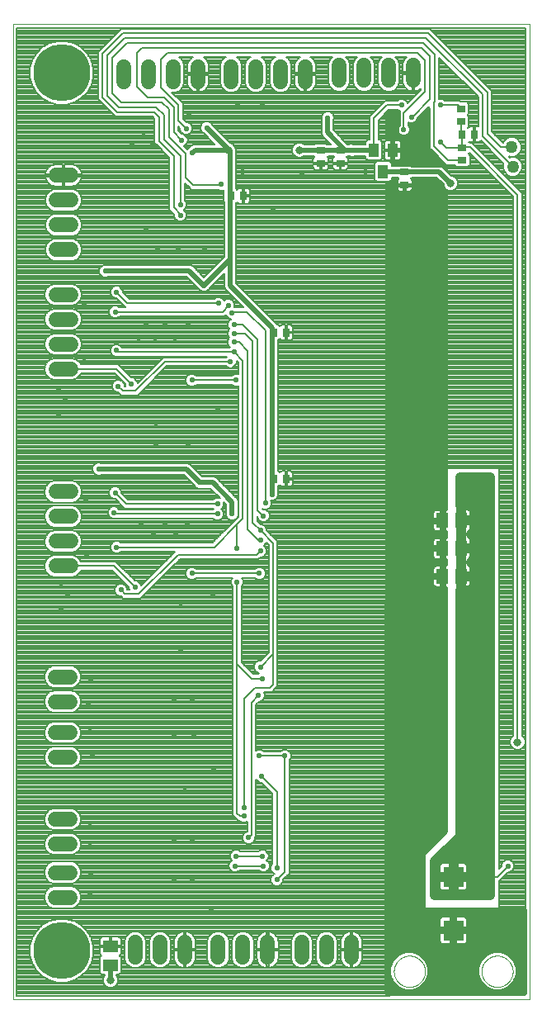
<source format=gtl>
G75*
%MOIN*%
%OFA0B0*%
%FSLAX25Y25*%
%IPPOS*%
%LPD*%
%AMOC8*
5,1,8,0,0,1.08239X$1,22.5*
%
%ADD10C,0.00000*%
%ADD11C,0.06000*%
%ADD12R,0.05906X0.05118*%
%ADD13R,0.05118X0.05906*%
%ADD14R,0.03543X0.02756*%
%ADD15R,0.02756X0.03543*%
%ADD16R,0.08268X0.08268*%
%ADD17C,0.05000*%
%ADD18R,0.03937X0.05512*%
%ADD19C,0.23000*%
%ADD20C,0.02250*%
%ADD21C,0.01600*%
%ADD22C,0.02000*%
%ADD23C,0.00800*%
%ADD24C,0.03300*%
%ADD25C,0.05906*%
%ADD26C,0.04000*%
D10*
X0034894Y0034921D02*
X0034894Y0428622D01*
X0243555Y0428622D01*
X0243555Y0034921D01*
X0034894Y0034921D01*
X0188831Y0046339D02*
X0188833Y0046497D01*
X0188839Y0046655D01*
X0188849Y0046813D01*
X0188863Y0046971D01*
X0188881Y0047128D01*
X0188902Y0047285D01*
X0188928Y0047441D01*
X0188958Y0047597D01*
X0188991Y0047752D01*
X0189029Y0047905D01*
X0189070Y0048058D01*
X0189115Y0048210D01*
X0189164Y0048361D01*
X0189217Y0048510D01*
X0189273Y0048658D01*
X0189333Y0048804D01*
X0189397Y0048949D01*
X0189465Y0049092D01*
X0189536Y0049234D01*
X0189610Y0049374D01*
X0189688Y0049511D01*
X0189770Y0049647D01*
X0189854Y0049781D01*
X0189943Y0049912D01*
X0190034Y0050041D01*
X0190129Y0050168D01*
X0190226Y0050293D01*
X0190327Y0050415D01*
X0190431Y0050534D01*
X0190538Y0050651D01*
X0190648Y0050765D01*
X0190761Y0050876D01*
X0190876Y0050985D01*
X0190994Y0051090D01*
X0191115Y0051192D01*
X0191238Y0051292D01*
X0191364Y0051388D01*
X0191492Y0051481D01*
X0191622Y0051571D01*
X0191755Y0051657D01*
X0191890Y0051741D01*
X0192026Y0051820D01*
X0192165Y0051897D01*
X0192306Y0051969D01*
X0192448Y0052039D01*
X0192592Y0052104D01*
X0192738Y0052166D01*
X0192885Y0052224D01*
X0193034Y0052279D01*
X0193184Y0052330D01*
X0193335Y0052377D01*
X0193487Y0052420D01*
X0193640Y0052459D01*
X0193795Y0052495D01*
X0193950Y0052526D01*
X0194106Y0052554D01*
X0194262Y0052578D01*
X0194419Y0052598D01*
X0194577Y0052614D01*
X0194734Y0052626D01*
X0194893Y0052634D01*
X0195051Y0052638D01*
X0195209Y0052638D01*
X0195367Y0052634D01*
X0195526Y0052626D01*
X0195683Y0052614D01*
X0195841Y0052598D01*
X0195998Y0052578D01*
X0196154Y0052554D01*
X0196310Y0052526D01*
X0196465Y0052495D01*
X0196620Y0052459D01*
X0196773Y0052420D01*
X0196925Y0052377D01*
X0197076Y0052330D01*
X0197226Y0052279D01*
X0197375Y0052224D01*
X0197522Y0052166D01*
X0197668Y0052104D01*
X0197812Y0052039D01*
X0197954Y0051969D01*
X0198095Y0051897D01*
X0198234Y0051820D01*
X0198370Y0051741D01*
X0198505Y0051657D01*
X0198638Y0051571D01*
X0198768Y0051481D01*
X0198896Y0051388D01*
X0199022Y0051292D01*
X0199145Y0051192D01*
X0199266Y0051090D01*
X0199384Y0050985D01*
X0199499Y0050876D01*
X0199612Y0050765D01*
X0199722Y0050651D01*
X0199829Y0050534D01*
X0199933Y0050415D01*
X0200034Y0050293D01*
X0200131Y0050168D01*
X0200226Y0050041D01*
X0200317Y0049912D01*
X0200406Y0049781D01*
X0200490Y0049647D01*
X0200572Y0049511D01*
X0200650Y0049374D01*
X0200724Y0049234D01*
X0200795Y0049092D01*
X0200863Y0048949D01*
X0200927Y0048804D01*
X0200987Y0048658D01*
X0201043Y0048510D01*
X0201096Y0048361D01*
X0201145Y0048210D01*
X0201190Y0048058D01*
X0201231Y0047905D01*
X0201269Y0047752D01*
X0201302Y0047597D01*
X0201332Y0047441D01*
X0201358Y0047285D01*
X0201379Y0047128D01*
X0201397Y0046971D01*
X0201411Y0046813D01*
X0201421Y0046655D01*
X0201427Y0046497D01*
X0201429Y0046339D01*
X0201427Y0046181D01*
X0201421Y0046023D01*
X0201411Y0045865D01*
X0201397Y0045707D01*
X0201379Y0045550D01*
X0201358Y0045393D01*
X0201332Y0045237D01*
X0201302Y0045081D01*
X0201269Y0044926D01*
X0201231Y0044773D01*
X0201190Y0044620D01*
X0201145Y0044468D01*
X0201096Y0044317D01*
X0201043Y0044168D01*
X0200987Y0044020D01*
X0200927Y0043874D01*
X0200863Y0043729D01*
X0200795Y0043586D01*
X0200724Y0043444D01*
X0200650Y0043304D01*
X0200572Y0043167D01*
X0200490Y0043031D01*
X0200406Y0042897D01*
X0200317Y0042766D01*
X0200226Y0042637D01*
X0200131Y0042510D01*
X0200034Y0042385D01*
X0199933Y0042263D01*
X0199829Y0042144D01*
X0199722Y0042027D01*
X0199612Y0041913D01*
X0199499Y0041802D01*
X0199384Y0041693D01*
X0199266Y0041588D01*
X0199145Y0041486D01*
X0199022Y0041386D01*
X0198896Y0041290D01*
X0198768Y0041197D01*
X0198638Y0041107D01*
X0198505Y0041021D01*
X0198370Y0040937D01*
X0198234Y0040858D01*
X0198095Y0040781D01*
X0197954Y0040709D01*
X0197812Y0040639D01*
X0197668Y0040574D01*
X0197522Y0040512D01*
X0197375Y0040454D01*
X0197226Y0040399D01*
X0197076Y0040348D01*
X0196925Y0040301D01*
X0196773Y0040258D01*
X0196620Y0040219D01*
X0196465Y0040183D01*
X0196310Y0040152D01*
X0196154Y0040124D01*
X0195998Y0040100D01*
X0195841Y0040080D01*
X0195683Y0040064D01*
X0195526Y0040052D01*
X0195367Y0040044D01*
X0195209Y0040040D01*
X0195051Y0040040D01*
X0194893Y0040044D01*
X0194734Y0040052D01*
X0194577Y0040064D01*
X0194419Y0040080D01*
X0194262Y0040100D01*
X0194106Y0040124D01*
X0193950Y0040152D01*
X0193795Y0040183D01*
X0193640Y0040219D01*
X0193487Y0040258D01*
X0193335Y0040301D01*
X0193184Y0040348D01*
X0193034Y0040399D01*
X0192885Y0040454D01*
X0192738Y0040512D01*
X0192592Y0040574D01*
X0192448Y0040639D01*
X0192306Y0040709D01*
X0192165Y0040781D01*
X0192026Y0040858D01*
X0191890Y0040937D01*
X0191755Y0041021D01*
X0191622Y0041107D01*
X0191492Y0041197D01*
X0191364Y0041290D01*
X0191238Y0041386D01*
X0191115Y0041486D01*
X0190994Y0041588D01*
X0190876Y0041693D01*
X0190761Y0041802D01*
X0190648Y0041913D01*
X0190538Y0042027D01*
X0190431Y0042144D01*
X0190327Y0042263D01*
X0190226Y0042385D01*
X0190129Y0042510D01*
X0190034Y0042637D01*
X0189943Y0042766D01*
X0189854Y0042897D01*
X0189770Y0043031D01*
X0189688Y0043167D01*
X0189610Y0043304D01*
X0189536Y0043444D01*
X0189465Y0043586D01*
X0189397Y0043729D01*
X0189333Y0043874D01*
X0189273Y0044020D01*
X0189217Y0044168D01*
X0189164Y0044317D01*
X0189115Y0044468D01*
X0189070Y0044620D01*
X0189029Y0044773D01*
X0188991Y0044926D01*
X0188958Y0045081D01*
X0188928Y0045237D01*
X0188902Y0045393D01*
X0188881Y0045550D01*
X0188863Y0045707D01*
X0188849Y0045865D01*
X0188839Y0046023D01*
X0188833Y0046181D01*
X0188831Y0046339D01*
X0224264Y0046339D02*
X0224266Y0046497D01*
X0224272Y0046655D01*
X0224282Y0046813D01*
X0224296Y0046971D01*
X0224314Y0047128D01*
X0224335Y0047285D01*
X0224361Y0047441D01*
X0224391Y0047597D01*
X0224424Y0047752D01*
X0224462Y0047905D01*
X0224503Y0048058D01*
X0224548Y0048210D01*
X0224597Y0048361D01*
X0224650Y0048510D01*
X0224706Y0048658D01*
X0224766Y0048804D01*
X0224830Y0048949D01*
X0224898Y0049092D01*
X0224969Y0049234D01*
X0225043Y0049374D01*
X0225121Y0049511D01*
X0225203Y0049647D01*
X0225287Y0049781D01*
X0225376Y0049912D01*
X0225467Y0050041D01*
X0225562Y0050168D01*
X0225659Y0050293D01*
X0225760Y0050415D01*
X0225864Y0050534D01*
X0225971Y0050651D01*
X0226081Y0050765D01*
X0226194Y0050876D01*
X0226309Y0050985D01*
X0226427Y0051090D01*
X0226548Y0051192D01*
X0226671Y0051292D01*
X0226797Y0051388D01*
X0226925Y0051481D01*
X0227055Y0051571D01*
X0227188Y0051657D01*
X0227323Y0051741D01*
X0227459Y0051820D01*
X0227598Y0051897D01*
X0227739Y0051969D01*
X0227881Y0052039D01*
X0228025Y0052104D01*
X0228171Y0052166D01*
X0228318Y0052224D01*
X0228467Y0052279D01*
X0228617Y0052330D01*
X0228768Y0052377D01*
X0228920Y0052420D01*
X0229073Y0052459D01*
X0229228Y0052495D01*
X0229383Y0052526D01*
X0229539Y0052554D01*
X0229695Y0052578D01*
X0229852Y0052598D01*
X0230010Y0052614D01*
X0230167Y0052626D01*
X0230326Y0052634D01*
X0230484Y0052638D01*
X0230642Y0052638D01*
X0230800Y0052634D01*
X0230959Y0052626D01*
X0231116Y0052614D01*
X0231274Y0052598D01*
X0231431Y0052578D01*
X0231587Y0052554D01*
X0231743Y0052526D01*
X0231898Y0052495D01*
X0232053Y0052459D01*
X0232206Y0052420D01*
X0232358Y0052377D01*
X0232509Y0052330D01*
X0232659Y0052279D01*
X0232808Y0052224D01*
X0232955Y0052166D01*
X0233101Y0052104D01*
X0233245Y0052039D01*
X0233387Y0051969D01*
X0233528Y0051897D01*
X0233667Y0051820D01*
X0233803Y0051741D01*
X0233938Y0051657D01*
X0234071Y0051571D01*
X0234201Y0051481D01*
X0234329Y0051388D01*
X0234455Y0051292D01*
X0234578Y0051192D01*
X0234699Y0051090D01*
X0234817Y0050985D01*
X0234932Y0050876D01*
X0235045Y0050765D01*
X0235155Y0050651D01*
X0235262Y0050534D01*
X0235366Y0050415D01*
X0235467Y0050293D01*
X0235564Y0050168D01*
X0235659Y0050041D01*
X0235750Y0049912D01*
X0235839Y0049781D01*
X0235923Y0049647D01*
X0236005Y0049511D01*
X0236083Y0049374D01*
X0236157Y0049234D01*
X0236228Y0049092D01*
X0236296Y0048949D01*
X0236360Y0048804D01*
X0236420Y0048658D01*
X0236476Y0048510D01*
X0236529Y0048361D01*
X0236578Y0048210D01*
X0236623Y0048058D01*
X0236664Y0047905D01*
X0236702Y0047752D01*
X0236735Y0047597D01*
X0236765Y0047441D01*
X0236791Y0047285D01*
X0236812Y0047128D01*
X0236830Y0046971D01*
X0236844Y0046813D01*
X0236854Y0046655D01*
X0236860Y0046497D01*
X0236862Y0046339D01*
X0236860Y0046181D01*
X0236854Y0046023D01*
X0236844Y0045865D01*
X0236830Y0045707D01*
X0236812Y0045550D01*
X0236791Y0045393D01*
X0236765Y0045237D01*
X0236735Y0045081D01*
X0236702Y0044926D01*
X0236664Y0044773D01*
X0236623Y0044620D01*
X0236578Y0044468D01*
X0236529Y0044317D01*
X0236476Y0044168D01*
X0236420Y0044020D01*
X0236360Y0043874D01*
X0236296Y0043729D01*
X0236228Y0043586D01*
X0236157Y0043444D01*
X0236083Y0043304D01*
X0236005Y0043167D01*
X0235923Y0043031D01*
X0235839Y0042897D01*
X0235750Y0042766D01*
X0235659Y0042637D01*
X0235564Y0042510D01*
X0235467Y0042385D01*
X0235366Y0042263D01*
X0235262Y0042144D01*
X0235155Y0042027D01*
X0235045Y0041913D01*
X0234932Y0041802D01*
X0234817Y0041693D01*
X0234699Y0041588D01*
X0234578Y0041486D01*
X0234455Y0041386D01*
X0234329Y0041290D01*
X0234201Y0041197D01*
X0234071Y0041107D01*
X0233938Y0041021D01*
X0233803Y0040937D01*
X0233667Y0040858D01*
X0233528Y0040781D01*
X0233387Y0040709D01*
X0233245Y0040639D01*
X0233101Y0040574D01*
X0232955Y0040512D01*
X0232808Y0040454D01*
X0232659Y0040399D01*
X0232509Y0040348D01*
X0232358Y0040301D01*
X0232206Y0040258D01*
X0232053Y0040219D01*
X0231898Y0040183D01*
X0231743Y0040152D01*
X0231587Y0040124D01*
X0231431Y0040100D01*
X0231274Y0040080D01*
X0231116Y0040064D01*
X0230959Y0040052D01*
X0230800Y0040044D01*
X0230642Y0040040D01*
X0230484Y0040040D01*
X0230326Y0040044D01*
X0230167Y0040052D01*
X0230010Y0040064D01*
X0229852Y0040080D01*
X0229695Y0040100D01*
X0229539Y0040124D01*
X0229383Y0040152D01*
X0229228Y0040183D01*
X0229073Y0040219D01*
X0228920Y0040258D01*
X0228768Y0040301D01*
X0228617Y0040348D01*
X0228467Y0040399D01*
X0228318Y0040454D01*
X0228171Y0040512D01*
X0228025Y0040574D01*
X0227881Y0040639D01*
X0227739Y0040709D01*
X0227598Y0040781D01*
X0227459Y0040858D01*
X0227323Y0040937D01*
X0227188Y0041021D01*
X0227055Y0041107D01*
X0226925Y0041197D01*
X0226797Y0041290D01*
X0226671Y0041386D01*
X0226548Y0041486D01*
X0226427Y0041588D01*
X0226309Y0041693D01*
X0226194Y0041802D01*
X0226081Y0041913D01*
X0225971Y0042027D01*
X0225864Y0042144D01*
X0225760Y0042263D01*
X0225659Y0042385D01*
X0225562Y0042510D01*
X0225467Y0042637D01*
X0225376Y0042766D01*
X0225287Y0042897D01*
X0225203Y0043031D01*
X0225121Y0043167D01*
X0225043Y0043304D01*
X0224969Y0043444D01*
X0224898Y0043586D01*
X0224830Y0043729D01*
X0224766Y0043874D01*
X0224706Y0044020D01*
X0224650Y0044168D01*
X0224597Y0044317D01*
X0224548Y0044468D01*
X0224503Y0044620D01*
X0224462Y0044773D01*
X0224424Y0044926D01*
X0224391Y0045081D01*
X0224361Y0045237D01*
X0224335Y0045393D01*
X0224314Y0045550D01*
X0224296Y0045707D01*
X0224282Y0045865D01*
X0224272Y0046023D01*
X0224266Y0046181D01*
X0224264Y0046339D01*
D11*
X0171665Y0052000D02*
X0171665Y0058000D01*
X0161665Y0058000D02*
X0161665Y0052000D01*
X0151665Y0052000D02*
X0151665Y0058000D01*
X0137807Y0058000D02*
X0137807Y0052000D01*
X0127807Y0052000D02*
X0127807Y0058000D01*
X0117807Y0058000D02*
X0117807Y0052000D01*
X0104343Y0052000D02*
X0104343Y0058000D01*
X0094343Y0058000D02*
X0094343Y0052000D01*
X0084343Y0052000D02*
X0084343Y0058000D01*
X0058000Y0076197D02*
X0052000Y0076197D01*
X0052000Y0086197D02*
X0058000Y0086197D01*
X0058000Y0097697D02*
X0052000Y0097697D01*
X0052000Y0107697D02*
X0058000Y0107697D01*
X0058000Y0132697D02*
X0052000Y0132697D01*
X0052000Y0142697D02*
X0058000Y0142697D01*
X0058000Y0155197D02*
X0052000Y0155197D01*
X0052000Y0165197D02*
X0058000Y0165197D01*
X0058201Y0209961D02*
X0052201Y0209961D01*
X0052201Y0219961D02*
X0058201Y0219961D01*
X0058201Y0229961D02*
X0052201Y0229961D01*
X0052201Y0239961D02*
X0058201Y0239961D01*
X0058201Y0289461D02*
X0052201Y0289461D01*
X0052201Y0299461D02*
X0058201Y0299461D01*
X0058201Y0309461D02*
X0052201Y0309461D01*
X0052201Y0319461D02*
X0058201Y0319461D01*
X0058366Y0337638D02*
X0052366Y0337638D01*
X0052366Y0347638D02*
X0058366Y0347638D01*
X0058366Y0357638D02*
X0052366Y0357638D01*
X0052366Y0367638D02*
X0058366Y0367638D01*
X0079736Y0405543D02*
X0079736Y0411543D01*
X0089736Y0411543D02*
X0089736Y0405543D01*
X0099736Y0405543D02*
X0099736Y0411543D01*
X0109736Y0411543D02*
X0109736Y0405543D01*
X0123043Y0405543D02*
X0123043Y0411543D01*
X0133043Y0411543D02*
X0133043Y0405543D01*
X0143043Y0405543D02*
X0143043Y0411543D01*
X0153043Y0411543D02*
X0153043Y0405543D01*
X0166744Y0405937D02*
X0166744Y0411937D01*
X0176744Y0411937D02*
X0176744Y0405937D01*
X0186744Y0405937D02*
X0186744Y0411937D01*
X0196744Y0411937D02*
X0196744Y0405937D01*
D12*
X0074264Y0056378D03*
X0074264Y0048898D03*
D13*
X0208467Y0205886D03*
X0208467Y0217136D03*
X0208467Y0228386D03*
X0215947Y0228386D03*
X0215947Y0217136D03*
X0215947Y0205886D03*
D14*
X0193161Y0363858D03*
X0193161Y0368976D03*
X0216390Y0373701D03*
X0216390Y0378819D03*
X0215996Y0389449D03*
X0215996Y0394567D03*
X0167177Y0377638D03*
X0167177Y0372520D03*
X0159303Y0372520D03*
X0159303Y0377638D03*
D15*
X0128004Y0359331D03*
X0122886Y0359331D03*
X0140209Y0304213D03*
X0145327Y0304213D03*
X0145327Y0245157D03*
X0140209Y0245157D03*
X0216193Y0384134D03*
X0221311Y0384134D03*
D16*
X0212846Y0084528D03*
X0212846Y0062874D03*
D17*
X0236862Y0371142D03*
X0236469Y0379016D03*
D18*
X0188240Y0377835D03*
X0184500Y0369173D03*
X0180760Y0377835D03*
D19*
X0054579Y0408937D03*
X0054579Y0054606D03*
D20*
X0066000Y0078197D03*
X0066500Y0086197D03*
X0066000Y0096697D03*
X0066000Y0104697D03*
X0067000Y0133697D03*
X0066000Y0143197D03*
X0065500Y0154197D03*
X0066500Y0164197D03*
X0054185Y0192795D03*
X0056941Y0198307D03*
X0054185Y0203031D03*
X0064701Y0213961D03*
X0075701Y0231461D03*
X0076201Y0239461D03*
X0069539Y0249094D03*
X0064201Y0235961D03*
X0076701Y0217461D03*
X0078594Y0200276D03*
X0084201Y0201461D03*
X0091701Y0222461D03*
X0096201Y0226461D03*
X0100701Y0222961D03*
X0105201Y0226961D03*
X0110484Y0243583D03*
X0117571Y0234921D03*
X0117571Y0230984D03*
X0123476Y0230984D03*
X0125445Y0217205D03*
X0125445Y0203425D03*
X0115701Y0198461D03*
X0107201Y0206961D03*
X0102701Y0194961D03*
X0102610Y0176260D03*
X0099067Y0165236D03*
X0100000Y0156197D03*
X0107500Y0156197D03*
X0108000Y0141197D03*
X0100000Y0141197D03*
X0104319Y0118921D03*
X0107500Y0098697D03*
X0100000Y0098697D03*
X0100000Y0083697D03*
X0107500Y0083697D03*
X0115000Y0071197D03*
X0124657Y0088858D03*
X0125051Y0092795D03*
X0130169Y0100276D03*
X0128201Y0108937D03*
X0128201Y0112480D03*
X0135287Y0125079D03*
X0134500Y0133346D03*
X0144736Y0133346D03*
X0134106Y0157756D03*
X0135681Y0164449D03*
X0134894Y0169173D03*
X0134500Y0206969D03*
X0134894Y0216024D03*
X0134894Y0220354D03*
X0134894Y0224291D03*
X0136075Y0230197D03*
X0136862Y0235315D03*
X0139618Y0238858D03*
X0125051Y0284921D03*
X0122689Y0292402D03*
X0124264Y0296339D03*
X0124264Y0300276D03*
X0124264Y0303819D03*
X0124264Y0307362D03*
X0123476Y0312087D03*
X0121902Y0315236D03*
X0117965Y0316024D03*
X0112059Y0323110D03*
X0112201Y0338461D03*
X0101701Y0338461D03*
X0102610Y0351457D03*
X0102610Y0355787D03*
X0096705Y0371142D03*
X0091193Y0380591D03*
X0087650Y0383346D03*
X0082925Y0380591D03*
X0088831Y0345945D03*
X0093201Y0338461D03*
X0076701Y0320461D03*
X0076201Y0312461D03*
X0076701Y0296961D03*
X0077413Y0282559D03*
X0082701Y0283461D03*
X0085701Y0301961D03*
X0088701Y0307461D03*
X0092201Y0301961D03*
X0096201Y0307461D03*
X0100201Y0301961D03*
X0105701Y0306961D03*
X0107201Y0284961D03*
X0107701Y0279961D03*
X0105701Y0259461D03*
X0092701Y0259461D03*
X0092768Y0267598D03*
X0086701Y0226961D03*
X0117701Y0272961D03*
X0136075Y0322323D03*
X0140012Y0354213D03*
X0151823Y0367598D03*
X0162059Y0390827D03*
X0171508Y0377835D03*
X0177413Y0369173D03*
X0175839Y0395157D03*
X0191980Y0395945D03*
X0195917Y0391220D03*
X0192768Y0386102D03*
X0197827Y0361685D03*
X0197827Y0358142D03*
X0197827Y0354205D03*
X0198220Y0343181D03*
X0198220Y0339244D03*
X0198220Y0335307D03*
X0207728Y0380984D03*
X0207728Y0395945D03*
X0237256Y0425472D03*
X0194283Y0274677D03*
X0194283Y0269559D03*
X0194283Y0264441D03*
X0194283Y0259323D03*
X0194283Y0254205D03*
X0194283Y0249087D03*
X0194283Y0243969D03*
X0194283Y0238850D03*
X0194283Y0233732D03*
X0194283Y0228614D03*
X0194283Y0223496D03*
X0194283Y0218378D03*
X0194283Y0213260D03*
X0194283Y0208142D03*
X0194283Y0203024D03*
X0194283Y0197906D03*
X0200976Y0238850D03*
X0199402Y0274283D03*
X0135681Y0395945D03*
X0125839Y0396732D03*
X0113240Y0386890D03*
X0106154Y0392402D03*
X0104972Y0386496D03*
X0103004Y0381772D03*
X0107335Y0376654D03*
X0119146Y0364055D03*
X0127807Y0369173D03*
X0072295Y0329016D03*
X0063701Y0315461D03*
X0063701Y0293961D03*
X0056154Y0276654D03*
X0053398Y0281378D03*
X0053398Y0271142D03*
X0116000Y0127697D03*
X0135681Y0092795D03*
X0136075Y0088858D03*
X0141587Y0088071D03*
X0141587Y0083346D03*
X0234894Y0088858D03*
X0234894Y0064449D03*
X0236075Y0118780D03*
D21*
X0209707Y0194636D02*
X0185957Y0194636D01*
X0185957Y0364617D01*
X0187214Y0364617D01*
X0188268Y0365672D01*
X0188268Y0366373D01*
X0189981Y0366373D01*
X0189949Y0366341D01*
X0189712Y0365931D01*
X0189590Y0365473D01*
X0189590Y0363858D01*
X0189590Y0362243D01*
X0189712Y0361786D01*
X0189949Y0361375D01*
X0190285Y0361040D01*
X0190695Y0360803D01*
X0191153Y0360680D01*
X0193161Y0360680D01*
X0193161Y0363858D01*
X0189590Y0363858D01*
X0193161Y0363858D01*
X0193161Y0363858D01*
X0193161Y0363858D01*
X0193161Y0360680D01*
X0195170Y0360680D01*
X0195628Y0360803D01*
X0196038Y0361040D01*
X0196373Y0361375D01*
X0196610Y0361786D01*
X0196733Y0362243D01*
X0196733Y0363858D01*
X0193162Y0363858D01*
X0193162Y0363858D01*
X0196733Y0363858D01*
X0196733Y0365473D01*
X0196610Y0365931D01*
X0196469Y0366176D01*
X0205978Y0366176D01*
X0208215Y0363939D01*
X0208215Y0363763D01*
X0208741Y0362495D01*
X0209707Y0361528D01*
X0209707Y0233139D01*
X0208946Y0233139D01*
X0208946Y0228865D01*
X0207987Y0228865D01*
X0207987Y0227906D01*
X0208946Y0227906D01*
X0208946Y0223633D01*
X0209707Y0223633D01*
X0209707Y0221889D01*
X0208946Y0221889D01*
X0208946Y0217615D01*
X0207987Y0217615D01*
X0207987Y0216656D01*
X0208946Y0216656D01*
X0208946Y0212383D01*
X0209707Y0212383D01*
X0209707Y0210639D01*
X0208946Y0210639D01*
X0208946Y0206365D01*
X0207987Y0206365D01*
X0207987Y0205406D01*
X0208946Y0205406D01*
X0208946Y0201133D01*
X0209707Y0201133D01*
X0209707Y0194636D01*
X0209707Y0194772D02*
X0185957Y0194772D01*
X0185957Y0196371D02*
X0209707Y0196371D01*
X0209707Y0197969D02*
X0185957Y0197969D01*
X0185957Y0199568D02*
X0209707Y0199568D01*
X0208946Y0201166D02*
X0207987Y0201166D01*
X0207987Y0201133D02*
X0207987Y0205406D01*
X0204107Y0205406D01*
X0204107Y0202696D01*
X0204230Y0202238D01*
X0204467Y0201828D01*
X0204802Y0201493D01*
X0205213Y0201256D01*
X0205670Y0201133D01*
X0207987Y0201133D01*
X0207987Y0202765D02*
X0208946Y0202765D01*
X0208946Y0204363D02*
X0207987Y0204363D01*
X0207987Y0205962D02*
X0185957Y0205962D01*
X0185957Y0207560D02*
X0204107Y0207560D01*
X0204107Y0206365D02*
X0207987Y0206365D01*
X0207987Y0210639D01*
X0205670Y0210639D01*
X0205213Y0210516D01*
X0204802Y0210279D01*
X0204467Y0209944D01*
X0204230Y0209533D01*
X0204107Y0209076D01*
X0204107Y0206365D01*
X0204107Y0204363D02*
X0185957Y0204363D01*
X0185957Y0202765D02*
X0204107Y0202765D01*
X0205546Y0201166D02*
X0185957Y0201166D01*
X0185957Y0209159D02*
X0204130Y0209159D01*
X0205213Y0212506D02*
X0205670Y0212383D01*
X0207987Y0212383D01*
X0207987Y0216656D01*
X0204107Y0216656D01*
X0204107Y0213946D01*
X0204230Y0213488D01*
X0204467Y0213078D01*
X0204802Y0212743D01*
X0205213Y0212506D01*
X0204107Y0213955D02*
X0185957Y0213955D01*
X0185957Y0215553D02*
X0204107Y0215553D01*
X0204107Y0217615D02*
X0207987Y0217615D01*
X0207987Y0221889D01*
X0205670Y0221889D01*
X0205213Y0221766D01*
X0204802Y0221529D01*
X0204467Y0221194D01*
X0204230Y0220783D01*
X0204107Y0220326D01*
X0204107Y0217615D01*
X0204107Y0218750D02*
X0185957Y0218750D01*
X0185957Y0217152D02*
X0207987Y0217152D01*
X0207987Y0218750D02*
X0208946Y0218750D01*
X0208946Y0220349D02*
X0207987Y0220349D01*
X0209707Y0221947D02*
X0185957Y0221947D01*
X0185957Y0220349D02*
X0204114Y0220349D01*
X0205213Y0223756D02*
X0205670Y0223633D01*
X0207987Y0223633D01*
X0207987Y0227906D01*
X0204107Y0227906D01*
X0204107Y0225196D01*
X0204230Y0224738D01*
X0204467Y0224328D01*
X0204802Y0223993D01*
X0205213Y0223756D01*
X0204121Y0225144D02*
X0185957Y0225144D01*
X0185957Y0223546D02*
X0209707Y0223546D01*
X0208946Y0225144D02*
X0207987Y0225144D01*
X0207987Y0226743D02*
X0208946Y0226743D01*
X0207987Y0228341D02*
X0185957Y0228341D01*
X0185957Y0226743D02*
X0204107Y0226743D01*
X0204107Y0228865D02*
X0207987Y0228865D01*
X0207987Y0233139D01*
X0205670Y0233139D01*
X0205213Y0233016D01*
X0204802Y0232779D01*
X0204467Y0232444D01*
X0204230Y0232033D01*
X0204107Y0231576D01*
X0204107Y0228865D01*
X0204107Y0229940D02*
X0185957Y0229940D01*
X0185957Y0231538D02*
X0204107Y0231538D01*
X0205663Y0233137D02*
X0185957Y0233137D01*
X0185957Y0234735D02*
X0209707Y0234735D01*
X0209707Y0236334D02*
X0185957Y0236334D01*
X0185957Y0237932D02*
X0209707Y0237932D01*
X0209707Y0239531D02*
X0185957Y0239531D01*
X0185957Y0241129D02*
X0209707Y0241129D01*
X0209707Y0242728D02*
X0185957Y0242728D01*
X0185957Y0244326D02*
X0209707Y0244326D01*
X0209707Y0245925D02*
X0185957Y0245925D01*
X0185957Y0247523D02*
X0209707Y0247523D01*
X0209707Y0249122D02*
X0185957Y0249122D01*
X0185957Y0250720D02*
X0209707Y0250720D01*
X0209707Y0252319D02*
X0185957Y0252319D01*
X0185957Y0253917D02*
X0209707Y0253917D01*
X0209707Y0255516D02*
X0185957Y0255516D01*
X0185957Y0257114D02*
X0209707Y0257114D01*
X0209707Y0258713D02*
X0185957Y0258713D01*
X0185957Y0260311D02*
X0209707Y0260311D01*
X0209707Y0261910D02*
X0185957Y0261910D01*
X0185957Y0263508D02*
X0209707Y0263508D01*
X0209707Y0265107D02*
X0185957Y0265107D01*
X0185957Y0266705D02*
X0209707Y0266705D01*
X0209707Y0268304D02*
X0185957Y0268304D01*
X0185957Y0269902D02*
X0209707Y0269902D01*
X0209707Y0271501D02*
X0185957Y0271501D01*
X0185957Y0273099D02*
X0209707Y0273099D01*
X0209707Y0274698D02*
X0185957Y0274698D01*
X0185957Y0276296D02*
X0209707Y0276296D01*
X0209707Y0277895D02*
X0185957Y0277895D01*
X0185957Y0279493D02*
X0209707Y0279493D01*
X0209707Y0281092D02*
X0185957Y0281092D01*
X0185957Y0282691D02*
X0209707Y0282691D01*
X0209707Y0284289D02*
X0185957Y0284289D01*
X0185957Y0285888D02*
X0209707Y0285888D01*
X0209707Y0287486D02*
X0185957Y0287486D01*
X0185957Y0289085D02*
X0209707Y0289085D01*
X0209707Y0290683D02*
X0185957Y0290683D01*
X0185957Y0292282D02*
X0209707Y0292282D01*
X0209707Y0293880D02*
X0185957Y0293880D01*
X0185957Y0295479D02*
X0209707Y0295479D01*
X0209707Y0297077D02*
X0185957Y0297077D01*
X0185957Y0298676D02*
X0209707Y0298676D01*
X0209707Y0300274D02*
X0185957Y0300274D01*
X0185957Y0301873D02*
X0209707Y0301873D01*
X0209707Y0303471D02*
X0185957Y0303471D01*
X0185957Y0305070D02*
X0209707Y0305070D01*
X0209707Y0306668D02*
X0185957Y0306668D01*
X0185957Y0308267D02*
X0209707Y0308267D01*
X0209707Y0309865D02*
X0185957Y0309865D01*
X0185957Y0311464D02*
X0209707Y0311464D01*
X0209707Y0313062D02*
X0185957Y0313062D01*
X0185957Y0314661D02*
X0209707Y0314661D01*
X0209707Y0316259D02*
X0185957Y0316259D01*
X0185957Y0317858D02*
X0209707Y0317858D01*
X0209707Y0319456D02*
X0185957Y0319456D01*
X0185957Y0321055D02*
X0209707Y0321055D01*
X0209707Y0322653D02*
X0185957Y0322653D01*
X0185957Y0324252D02*
X0209707Y0324252D01*
X0209707Y0325850D02*
X0185957Y0325850D01*
X0185957Y0327449D02*
X0209707Y0327449D01*
X0209707Y0329047D02*
X0185957Y0329047D01*
X0185957Y0330646D02*
X0209707Y0330646D01*
X0209707Y0332244D02*
X0185957Y0332244D01*
X0185957Y0333843D02*
X0209707Y0333843D01*
X0209707Y0335441D02*
X0185957Y0335441D01*
X0185957Y0337040D02*
X0209707Y0337040D01*
X0209707Y0338638D02*
X0185957Y0338638D01*
X0185957Y0340237D02*
X0209707Y0340237D01*
X0209707Y0341835D02*
X0185957Y0341835D01*
X0185957Y0343434D02*
X0209707Y0343434D01*
X0209707Y0345032D02*
X0185957Y0345032D01*
X0185957Y0346631D02*
X0209707Y0346631D01*
X0209707Y0348229D02*
X0185957Y0348229D01*
X0185957Y0349828D02*
X0209707Y0349828D01*
X0209707Y0351427D02*
X0185957Y0351427D01*
X0185957Y0353025D02*
X0209707Y0353025D01*
X0209707Y0354624D02*
X0185957Y0354624D01*
X0185957Y0356222D02*
X0209707Y0356222D01*
X0209707Y0357821D02*
X0185957Y0357821D01*
X0185957Y0359419D02*
X0209707Y0359419D01*
X0209707Y0361018D02*
X0196000Y0361018D01*
X0196733Y0362616D02*
X0208690Y0362616D01*
X0207940Y0364215D02*
X0196733Y0364215D01*
X0196642Y0365813D02*
X0206341Y0365813D01*
X0209707Y0370367D02*
X0208724Y0371350D01*
X0207695Y0371776D01*
X0196057Y0371776D01*
X0195679Y0372154D01*
X0190644Y0372154D01*
X0190463Y0371973D01*
X0188268Y0371973D01*
X0188268Y0372675D01*
X0187664Y0373279D01*
X0188056Y0373279D01*
X0188056Y0377650D01*
X0188424Y0377650D01*
X0188424Y0373279D01*
X0190446Y0373279D01*
X0190903Y0373401D01*
X0191314Y0373638D01*
X0191649Y0373974D01*
X0191886Y0374384D01*
X0192009Y0374842D01*
X0192009Y0377650D01*
X0188424Y0377650D01*
X0188424Y0378019D01*
X0188056Y0378019D01*
X0188056Y0382391D01*
X0186035Y0382391D01*
X0185957Y0382370D01*
X0185957Y0392716D01*
X0186986Y0393745D01*
X0190044Y0393745D01*
X0190323Y0393465D01*
X0190568Y0393364D01*
X0190568Y0388039D01*
X0190288Y0387759D01*
X0189843Y0386684D01*
X0189843Y0385521D01*
X0190288Y0384445D01*
X0191111Y0383623D01*
X0192186Y0383177D01*
X0193350Y0383177D01*
X0194425Y0383623D01*
X0195247Y0384445D01*
X0195693Y0385521D01*
X0195693Y0386684D01*
X0195247Y0387759D01*
X0194968Y0388039D01*
X0194968Y0388448D01*
X0195335Y0388295D01*
X0196499Y0388295D01*
X0197574Y0388741D01*
X0198397Y0389564D01*
X0198842Y0390639D01*
X0198842Y0390640D01*
X0202772Y0394571D01*
X0202772Y0378498D01*
X0204061Y0377209D01*
X0209707Y0371564D01*
X0209707Y0370367D01*
X0209707Y0370609D02*
X0209465Y0370609D01*
X0209063Y0372207D02*
X0188268Y0372207D01*
X0188424Y0373806D02*
X0188056Y0373806D01*
X0188056Y0375404D02*
X0188424Y0375404D01*
X0188424Y0377003D02*
X0188056Y0377003D01*
X0188424Y0378019D02*
X0192009Y0378019D01*
X0192009Y0380828D01*
X0191886Y0381285D01*
X0191649Y0381696D01*
X0191314Y0382031D01*
X0190903Y0382268D01*
X0190446Y0382391D01*
X0188424Y0382391D01*
X0188424Y0378019D01*
X0188424Y0378601D02*
X0188056Y0378601D01*
X0188056Y0380200D02*
X0188424Y0380200D01*
X0188424Y0381798D02*
X0188056Y0381798D01*
X0185957Y0383397D02*
X0191656Y0383397D01*
X0191547Y0381798D02*
X0202772Y0381798D01*
X0202772Y0380200D02*
X0192009Y0380200D01*
X0192009Y0378601D02*
X0202772Y0378601D01*
X0204268Y0377003D02*
X0192009Y0377003D01*
X0192009Y0375404D02*
X0205866Y0375404D01*
X0207465Y0373806D02*
X0191481Y0373806D01*
X0189681Y0365813D02*
X0188268Y0365813D01*
X0189590Y0364215D02*
X0185957Y0364215D01*
X0185957Y0362616D02*
X0189590Y0362616D01*
X0190323Y0361018D02*
X0185957Y0361018D01*
X0193161Y0361018D02*
X0193161Y0361018D01*
X0193161Y0362616D02*
X0193161Y0362616D01*
X0193879Y0383397D02*
X0202772Y0383397D01*
X0202772Y0384995D02*
X0195475Y0384995D01*
X0195693Y0386594D02*
X0202772Y0386594D01*
X0202772Y0388192D02*
X0194968Y0388192D01*
X0198491Y0389791D02*
X0202772Y0389791D01*
X0202772Y0391389D02*
X0199591Y0391389D01*
X0201190Y0392988D02*
X0202772Y0392988D01*
X0190568Y0392988D02*
X0186229Y0392988D01*
X0185957Y0391389D02*
X0190568Y0391389D01*
X0190568Y0389791D02*
X0185957Y0389791D01*
X0185957Y0388192D02*
X0190568Y0388192D01*
X0189843Y0386594D02*
X0185957Y0386594D01*
X0185957Y0384995D02*
X0190060Y0384995D01*
X0207987Y0233137D02*
X0208946Y0233137D01*
X0208946Y0231538D02*
X0207987Y0231538D01*
X0207987Y0229940D02*
X0208946Y0229940D01*
X0208946Y0215553D02*
X0207987Y0215553D01*
X0207987Y0213955D02*
X0208946Y0213955D01*
X0209707Y0212356D02*
X0185957Y0212356D01*
X0185957Y0210758D02*
X0209707Y0210758D01*
X0208946Y0209159D02*
X0207987Y0209159D01*
X0207987Y0207560D02*
X0208946Y0207560D01*
D22*
X0209697Y0194764D02*
X0209697Y0102638D01*
X0200642Y0093583D01*
X0200642Y0071142D01*
X0241555Y0071142D01*
X0241555Y0037283D01*
X0186075Y0037283D01*
X0186075Y0194764D01*
X0209697Y0194764D01*
X0209697Y0192804D02*
X0186075Y0192804D01*
X0186075Y0190805D02*
X0209697Y0190805D01*
X0209697Y0188807D02*
X0186075Y0188807D01*
X0186075Y0186808D02*
X0209697Y0186808D01*
X0209697Y0184810D02*
X0186075Y0184810D01*
X0186075Y0182811D02*
X0209697Y0182811D01*
X0209697Y0180813D02*
X0186075Y0180813D01*
X0186075Y0178814D02*
X0209697Y0178814D01*
X0209697Y0176816D02*
X0186075Y0176816D01*
X0186075Y0174817D02*
X0209697Y0174817D01*
X0209697Y0172819D02*
X0186075Y0172819D01*
X0186075Y0170820D02*
X0209697Y0170820D01*
X0209697Y0168822D02*
X0186075Y0168822D01*
X0186075Y0166823D02*
X0209697Y0166823D01*
X0209697Y0164824D02*
X0186075Y0164824D01*
X0186075Y0162826D02*
X0209697Y0162826D01*
X0209697Y0160827D02*
X0186075Y0160827D01*
X0186075Y0158829D02*
X0209697Y0158829D01*
X0209697Y0156830D02*
X0186075Y0156830D01*
X0186075Y0154832D02*
X0209697Y0154832D01*
X0209697Y0152833D02*
X0186075Y0152833D01*
X0186075Y0150835D02*
X0209697Y0150835D01*
X0209697Y0148836D02*
X0186075Y0148836D01*
X0186075Y0146838D02*
X0209697Y0146838D01*
X0209697Y0144839D02*
X0186075Y0144839D01*
X0186075Y0142841D02*
X0209697Y0142841D01*
X0209697Y0140842D02*
X0186075Y0140842D01*
X0186075Y0138844D02*
X0209697Y0138844D01*
X0209697Y0136845D02*
X0186075Y0136845D01*
X0186075Y0134847D02*
X0209697Y0134847D01*
X0209697Y0132848D02*
X0186075Y0132848D01*
X0186075Y0130850D02*
X0209697Y0130850D01*
X0209697Y0128851D02*
X0186075Y0128851D01*
X0186075Y0126853D02*
X0209697Y0126853D01*
X0209697Y0124854D02*
X0186075Y0124854D01*
X0186075Y0122856D02*
X0209697Y0122856D01*
X0209697Y0120857D02*
X0186075Y0120857D01*
X0186075Y0118859D02*
X0209697Y0118859D01*
X0209697Y0116860D02*
X0186075Y0116860D01*
X0186075Y0114862D02*
X0209697Y0114862D01*
X0209697Y0112863D02*
X0186075Y0112863D01*
X0186075Y0110865D02*
X0209697Y0110865D01*
X0209697Y0108866D02*
X0186075Y0108866D01*
X0186075Y0106868D02*
X0209697Y0106868D01*
X0209697Y0104869D02*
X0186075Y0104869D01*
X0186075Y0102871D02*
X0209697Y0102871D01*
X0207931Y0100872D02*
X0186075Y0100872D01*
X0186075Y0098874D02*
X0205933Y0098874D01*
X0203934Y0096875D02*
X0186075Y0096875D01*
X0186075Y0094877D02*
X0201936Y0094877D01*
X0200642Y0092878D02*
X0186075Y0092878D01*
X0186075Y0090880D02*
X0200642Y0090880D01*
X0200642Y0088881D02*
X0186075Y0088881D01*
X0186075Y0086883D02*
X0200642Y0086883D01*
X0200642Y0084884D02*
X0186075Y0084884D01*
X0186075Y0082886D02*
X0200642Y0082886D01*
X0200642Y0080887D02*
X0186075Y0080887D01*
X0186075Y0078889D02*
X0200642Y0078889D01*
X0200642Y0076890D02*
X0186075Y0076890D01*
X0186075Y0074891D02*
X0200642Y0074891D01*
X0200642Y0072893D02*
X0186075Y0072893D01*
X0186075Y0070894D02*
X0241555Y0070894D01*
X0241555Y0068896D02*
X0217661Y0068896D01*
X0217752Y0068872D02*
X0217244Y0069008D01*
X0213224Y0069008D01*
X0213224Y0063252D01*
X0212468Y0063252D01*
X0212468Y0062496D01*
X0206713Y0062496D01*
X0206713Y0058477D01*
X0206849Y0057968D01*
X0207112Y0057512D01*
X0207485Y0057140D01*
X0207941Y0056876D01*
X0208449Y0056740D01*
X0212468Y0056740D01*
X0212468Y0062496D01*
X0213224Y0062496D01*
X0213224Y0056740D01*
X0217244Y0056740D01*
X0217752Y0056876D01*
X0218208Y0057140D01*
X0218581Y0057512D01*
X0218844Y0057968D01*
X0218980Y0058477D01*
X0218980Y0062496D01*
X0213224Y0062496D01*
X0213224Y0063252D01*
X0218980Y0063252D01*
X0218980Y0067271D01*
X0218844Y0067780D01*
X0218581Y0068236D01*
X0218208Y0068608D01*
X0217752Y0068872D01*
X0218980Y0066897D02*
X0241555Y0066897D01*
X0241555Y0064899D02*
X0218980Y0064899D01*
X0218980Y0060902D02*
X0241555Y0060902D01*
X0241555Y0062900D02*
X0213224Y0062900D01*
X0212468Y0062900D02*
X0186075Y0062900D01*
X0186075Y0060902D02*
X0206713Y0060902D01*
X0206713Y0058903D02*
X0186075Y0058903D01*
X0186075Y0056905D02*
X0207891Y0056905D01*
X0212468Y0056905D02*
X0213224Y0056905D01*
X0213224Y0058903D02*
X0212468Y0058903D01*
X0212468Y0060902D02*
X0213224Y0060902D01*
X0212468Y0063252D02*
X0206713Y0063252D01*
X0206713Y0067271D01*
X0206849Y0067780D01*
X0207112Y0068236D01*
X0207485Y0068608D01*
X0207941Y0068872D01*
X0208449Y0069008D01*
X0212468Y0069008D01*
X0212468Y0063252D01*
X0212468Y0064899D02*
X0213224Y0064899D01*
X0213224Y0066897D02*
X0212468Y0066897D01*
X0212468Y0068896D02*
X0213224Y0068896D01*
X0208032Y0068896D02*
X0186075Y0068896D01*
X0186075Y0066897D02*
X0206713Y0066897D01*
X0206713Y0064899D02*
X0186075Y0064899D01*
X0186075Y0054906D02*
X0241555Y0054906D01*
X0241555Y0052908D02*
X0235731Y0052908D01*
X0235264Y0053374D02*
X0232214Y0054638D01*
X0228912Y0054638D01*
X0225862Y0053374D01*
X0223527Y0051040D01*
X0222264Y0047989D01*
X0222264Y0044688D01*
X0223527Y0041637D01*
X0225862Y0039303D01*
X0228912Y0038039D01*
X0232214Y0038039D01*
X0235264Y0039303D01*
X0237599Y0041637D01*
X0238862Y0044688D01*
X0238862Y0047989D01*
X0237599Y0051040D01*
X0235264Y0053374D01*
X0237653Y0050909D02*
X0241555Y0050909D01*
X0241555Y0048911D02*
X0238481Y0048911D01*
X0238862Y0046912D02*
X0241555Y0046912D01*
X0241555Y0044914D02*
X0238862Y0044914D01*
X0238128Y0042915D02*
X0241555Y0042915D01*
X0241555Y0040917D02*
X0236878Y0040917D01*
X0234336Y0038918D02*
X0241555Y0038918D01*
X0241555Y0056905D02*
X0217802Y0056905D01*
X0218980Y0058903D02*
X0241555Y0058903D01*
X0226790Y0038918D02*
X0198903Y0038918D01*
X0199831Y0039303D02*
X0196781Y0038039D01*
X0193479Y0038039D01*
X0190429Y0039303D01*
X0188094Y0041637D01*
X0186831Y0044688D01*
X0186831Y0047989D01*
X0188094Y0051040D01*
X0190429Y0053374D01*
X0193479Y0054638D01*
X0196781Y0054638D01*
X0199831Y0053374D01*
X0202166Y0051040D01*
X0203429Y0047989D01*
X0203429Y0044688D01*
X0202166Y0041637D01*
X0199831Y0039303D01*
X0201445Y0040917D02*
X0224248Y0040917D01*
X0222998Y0042915D02*
X0202695Y0042915D01*
X0203429Y0044914D02*
X0222264Y0044914D01*
X0222264Y0046912D02*
X0203429Y0046912D01*
X0203047Y0048911D02*
X0222645Y0048911D01*
X0223473Y0050909D02*
X0202220Y0050909D01*
X0200297Y0052908D02*
X0225395Y0052908D01*
X0189962Y0052908D02*
X0186075Y0052908D01*
X0186075Y0050909D02*
X0188040Y0050909D01*
X0187212Y0048911D02*
X0186075Y0048911D01*
X0186075Y0046912D02*
X0186831Y0046912D01*
X0186831Y0044914D02*
X0186075Y0044914D01*
X0186075Y0042915D02*
X0187565Y0042915D01*
X0188815Y0040917D02*
X0186075Y0040917D01*
X0186075Y0038918D02*
X0191357Y0038918D01*
X0123476Y0230984D02*
X0123476Y0235709D01*
X0115602Y0243583D01*
X0110484Y0243583D01*
X0104972Y0249094D01*
X0069539Y0249094D01*
X0072295Y0329016D02*
X0106154Y0329016D01*
X0112059Y0323110D01*
X0122689Y0333740D01*
X0122689Y0359724D01*
X0122689Y0377047D01*
X0121902Y0377835D01*
X0122295Y0377835D01*
X0113240Y0386890D01*
X0108516Y0377835D02*
X0121902Y0377835D01*
X0108516Y0377835D02*
X0107335Y0376654D01*
X0122689Y0333740D02*
X0122689Y0323110D01*
X0139618Y0306181D01*
X0139618Y0304606D01*
X0139618Y0245157D01*
X0139618Y0238858D01*
X0184500Y0369173D02*
X0192965Y0369173D01*
X0193161Y0368976D01*
X0207138Y0368976D01*
X0211665Y0364449D01*
X0180760Y0377835D02*
X0171902Y0377835D01*
X0171705Y0377638D01*
X0171508Y0377835D01*
X0167374Y0377835D01*
X0167177Y0377638D01*
X0167374Y0377835D02*
X0156941Y0377835D01*
X0150642Y0377835D01*
X0162059Y0384921D02*
X0169146Y0377835D01*
X0171508Y0377835D01*
X0162059Y0384921D02*
X0162059Y0390827D01*
X0074264Y0048898D02*
X0074264Y0042795D01*
D23*
X0077314Y0042906D02*
X0186862Y0042906D01*
X0186862Y0042108D02*
X0077280Y0042108D01*
X0077314Y0042189D02*
X0077314Y0043402D01*
X0076849Y0044523D01*
X0076664Y0044709D01*
X0076664Y0044939D01*
X0077796Y0044939D01*
X0078617Y0045759D01*
X0078617Y0052037D01*
X0077999Y0052654D01*
X0078076Y0052699D01*
X0078337Y0052959D01*
X0078521Y0053279D01*
X0078617Y0053635D01*
X0078617Y0055978D01*
X0074664Y0055978D01*
X0074664Y0056778D01*
X0078617Y0056778D01*
X0078617Y0059121D01*
X0078521Y0059477D01*
X0078337Y0059797D01*
X0078076Y0060057D01*
X0077757Y0060242D01*
X0077401Y0060337D01*
X0074664Y0060337D01*
X0074664Y0056778D01*
X0073864Y0056778D01*
X0073864Y0060337D01*
X0071127Y0060337D01*
X0070771Y0060242D01*
X0070451Y0060057D01*
X0070191Y0059797D01*
X0070006Y0059477D01*
X0069911Y0059121D01*
X0069911Y0056778D01*
X0073864Y0056778D01*
X0073864Y0055978D01*
X0069911Y0055978D01*
X0069911Y0053635D01*
X0070006Y0053279D01*
X0070191Y0052959D01*
X0070451Y0052699D01*
X0070529Y0052654D01*
X0069911Y0052037D01*
X0069911Y0045759D01*
X0070731Y0044939D01*
X0071864Y0044939D01*
X0071864Y0044709D01*
X0071678Y0044523D01*
X0071214Y0043402D01*
X0071214Y0042189D01*
X0071678Y0041068D01*
X0072536Y0040210D01*
X0073657Y0039745D01*
X0074870Y0039745D01*
X0075991Y0040210D01*
X0076849Y0041068D01*
X0077314Y0042189D01*
X0076950Y0041309D02*
X0186862Y0041309D01*
X0186862Y0040511D02*
X0076293Y0040511D01*
X0077188Y0043705D02*
X0186862Y0043705D01*
X0186862Y0044503D02*
X0076858Y0044503D01*
X0078160Y0045302D02*
X0186862Y0045302D01*
X0186862Y0046100D02*
X0078617Y0046100D01*
X0078617Y0046899D02*
X0186862Y0046899D01*
X0186862Y0047697D02*
X0172627Y0047697D01*
X0172696Y0047708D02*
X0173354Y0047922D01*
X0173971Y0048237D01*
X0174532Y0048644D01*
X0175021Y0049134D01*
X0175429Y0049694D01*
X0175743Y0050311D01*
X0175957Y0050970D01*
X0176065Y0051654D01*
X0176065Y0054600D01*
X0172065Y0054600D01*
X0172065Y0047609D01*
X0172696Y0047708D01*
X0172065Y0047697D02*
X0171265Y0047697D01*
X0171265Y0047609D02*
X0171265Y0054600D01*
X0167265Y0054600D01*
X0167265Y0051654D01*
X0167374Y0050970D01*
X0167588Y0050311D01*
X0167902Y0049694D01*
X0168309Y0049134D01*
X0168799Y0048644D01*
X0169359Y0048237D01*
X0169976Y0047922D01*
X0170635Y0047708D01*
X0171265Y0047609D01*
X0170704Y0047697D02*
X0162776Y0047697D01*
X0162541Y0047600D02*
X0164158Y0048270D01*
X0165395Y0049508D01*
X0166065Y0051125D01*
X0166065Y0058875D01*
X0165395Y0060492D01*
X0164158Y0061730D01*
X0162541Y0062400D01*
X0160790Y0062400D01*
X0159173Y0061730D01*
X0157935Y0060492D01*
X0157265Y0058875D01*
X0157265Y0051125D01*
X0157935Y0049508D01*
X0159173Y0048270D01*
X0160790Y0047600D01*
X0162541Y0047600D01*
X0160555Y0047697D02*
X0152776Y0047697D01*
X0152541Y0047600D02*
X0154158Y0048270D01*
X0155395Y0049508D01*
X0156065Y0051125D01*
X0156065Y0058875D01*
X0155395Y0060492D01*
X0154158Y0061730D01*
X0152541Y0062400D01*
X0150790Y0062400D01*
X0149173Y0061730D01*
X0147935Y0060492D01*
X0147265Y0058875D01*
X0147265Y0051125D01*
X0147935Y0049508D01*
X0149173Y0048270D01*
X0150790Y0047600D01*
X0152541Y0047600D01*
X0150555Y0047697D02*
X0138769Y0047697D01*
X0138837Y0047708D02*
X0139496Y0047922D01*
X0140113Y0048237D01*
X0140673Y0048644D01*
X0141163Y0049134D01*
X0141570Y0049694D01*
X0141885Y0050311D01*
X0142099Y0050970D01*
X0142207Y0051654D01*
X0142207Y0054600D01*
X0138207Y0054600D01*
X0138207Y0047609D01*
X0138837Y0047708D01*
X0138207Y0047697D02*
X0137407Y0047697D01*
X0137407Y0047609D02*
X0137407Y0054600D01*
X0133407Y0054600D01*
X0133407Y0051654D01*
X0133515Y0050970D01*
X0133729Y0050311D01*
X0134044Y0049694D01*
X0134451Y0049134D01*
X0134941Y0048644D01*
X0135501Y0048237D01*
X0136118Y0047922D01*
X0136777Y0047708D01*
X0137407Y0047609D01*
X0136846Y0047697D02*
X0128918Y0047697D01*
X0128682Y0047600D02*
X0130299Y0048270D01*
X0131537Y0049508D01*
X0132207Y0051125D01*
X0132207Y0058875D01*
X0131537Y0060492D01*
X0130299Y0061730D01*
X0128682Y0062400D01*
X0126932Y0062400D01*
X0125315Y0061730D01*
X0124077Y0060492D01*
X0123407Y0058875D01*
X0123407Y0051125D01*
X0124077Y0049508D01*
X0125315Y0048270D01*
X0126932Y0047600D01*
X0128682Y0047600D01*
X0126697Y0047697D02*
X0118918Y0047697D01*
X0118682Y0047600D02*
X0120299Y0048270D01*
X0121537Y0049508D01*
X0122207Y0051125D01*
X0122207Y0058875D01*
X0121537Y0060492D01*
X0120299Y0061730D01*
X0118682Y0062400D01*
X0116932Y0062400D01*
X0115315Y0061730D01*
X0114077Y0060492D01*
X0113407Y0058875D01*
X0113407Y0051125D01*
X0114077Y0049508D01*
X0115315Y0048270D01*
X0116932Y0047600D01*
X0118682Y0047600D01*
X0116697Y0047697D02*
X0105304Y0047697D01*
X0105373Y0047708D02*
X0106032Y0047922D01*
X0106649Y0048237D01*
X0107209Y0048644D01*
X0107699Y0049134D01*
X0108106Y0049694D01*
X0108420Y0050311D01*
X0108634Y0050970D01*
X0108743Y0051654D01*
X0108743Y0054600D01*
X0104743Y0054600D01*
X0104743Y0055400D01*
X0108743Y0055400D01*
X0108743Y0058346D01*
X0108634Y0059030D01*
X0108420Y0059689D01*
X0108106Y0060306D01*
X0107699Y0060866D01*
X0107209Y0061356D01*
X0106649Y0061763D01*
X0106032Y0062078D01*
X0105373Y0062292D01*
X0104742Y0062391D01*
X0104742Y0055400D01*
X0103943Y0055400D01*
X0103943Y0062391D01*
X0103312Y0062292D01*
X0102653Y0062078D01*
X0102036Y0061763D01*
X0101476Y0061356D01*
X0100986Y0060866D01*
X0100579Y0060306D01*
X0100265Y0059689D01*
X0100051Y0059030D01*
X0099943Y0058346D01*
X0099943Y0055400D01*
X0103942Y0055400D01*
X0103942Y0054600D01*
X0099943Y0054600D01*
X0099943Y0051654D01*
X0100051Y0050970D01*
X0100265Y0050311D01*
X0100579Y0049694D01*
X0100986Y0049134D01*
X0101476Y0048644D01*
X0102036Y0048237D01*
X0102653Y0047922D01*
X0103312Y0047708D01*
X0103943Y0047609D01*
X0103943Y0054600D01*
X0104742Y0054600D01*
X0104742Y0047609D01*
X0105373Y0047708D01*
X0104742Y0047697D02*
X0103943Y0047697D01*
X0103381Y0047697D02*
X0095453Y0047697D01*
X0095218Y0047600D02*
X0096835Y0048270D01*
X0098073Y0049508D01*
X0098743Y0051125D01*
X0098743Y0058875D01*
X0098073Y0060492D01*
X0096835Y0061730D01*
X0095218Y0062400D01*
X0093467Y0062400D01*
X0091850Y0061730D01*
X0090612Y0060492D01*
X0089943Y0058875D01*
X0089943Y0051125D01*
X0090612Y0049508D01*
X0091850Y0048270D01*
X0093467Y0047600D01*
X0095218Y0047600D01*
X0093232Y0047697D02*
X0085453Y0047697D01*
X0085218Y0047600D02*
X0086835Y0048270D01*
X0088073Y0049508D01*
X0088743Y0051125D01*
X0088743Y0058875D01*
X0088073Y0060492D01*
X0086835Y0061730D01*
X0085218Y0062400D01*
X0083467Y0062400D01*
X0081850Y0061730D01*
X0080612Y0060492D01*
X0079943Y0058875D01*
X0079943Y0051125D01*
X0080612Y0049508D01*
X0081850Y0048270D01*
X0083467Y0047600D01*
X0085218Y0047600D01*
X0083232Y0047697D02*
X0078617Y0047697D01*
X0078617Y0048496D02*
X0081624Y0048496D01*
X0080826Y0049294D02*
X0078617Y0049294D01*
X0078617Y0050093D02*
X0080370Y0050093D01*
X0080039Y0050891D02*
X0078617Y0050891D01*
X0078617Y0051690D02*
X0079943Y0051690D01*
X0079943Y0052489D02*
X0078165Y0052489D01*
X0078523Y0053287D02*
X0079943Y0053287D01*
X0079943Y0054086D02*
X0078617Y0054086D01*
X0078617Y0054884D02*
X0079943Y0054884D01*
X0079943Y0055683D02*
X0078617Y0055683D01*
X0079943Y0056481D02*
X0074664Y0056481D01*
X0074664Y0057280D02*
X0073864Y0057280D01*
X0073864Y0058078D02*
X0074664Y0058078D01*
X0074664Y0058877D02*
X0073864Y0058877D01*
X0073864Y0059675D02*
X0074664Y0059675D01*
X0073864Y0056481D02*
X0067431Y0056481D01*
X0067479Y0056305D02*
X0066600Y0059586D01*
X0064901Y0062527D01*
X0062500Y0064929D01*
X0059558Y0066627D01*
X0056277Y0067506D01*
X0052880Y0067506D01*
X0049600Y0066627D01*
X0046658Y0064929D01*
X0044256Y0062527D01*
X0042558Y0059586D01*
X0041679Y0056305D01*
X0041679Y0052908D01*
X0042558Y0049627D01*
X0044256Y0046686D01*
X0046658Y0044284D01*
X0049600Y0042585D01*
X0052880Y0041706D01*
X0056277Y0041706D01*
X0059558Y0042585D01*
X0062500Y0044284D01*
X0064901Y0046686D01*
X0066600Y0049627D01*
X0067479Y0052908D01*
X0067479Y0056305D01*
X0067479Y0055683D02*
X0069911Y0055683D01*
X0069911Y0054884D02*
X0067479Y0054884D01*
X0067479Y0054086D02*
X0069911Y0054086D01*
X0070004Y0053287D02*
X0067479Y0053287D01*
X0067366Y0052489D02*
X0070363Y0052489D01*
X0069911Y0051690D02*
X0067152Y0051690D01*
X0066938Y0050891D02*
X0069911Y0050891D01*
X0069911Y0050093D02*
X0066724Y0050093D01*
X0066408Y0049294D02*
X0069911Y0049294D01*
X0069911Y0048496D02*
X0065947Y0048496D01*
X0065486Y0047697D02*
X0069911Y0047697D01*
X0069911Y0046899D02*
X0065025Y0046899D01*
X0064316Y0046100D02*
X0069911Y0046100D01*
X0070368Y0045302D02*
X0063518Y0045302D01*
X0062719Y0044503D02*
X0071670Y0044503D01*
X0071339Y0043705D02*
X0061497Y0043705D01*
X0060114Y0042906D02*
X0071214Y0042906D01*
X0071247Y0042108D02*
X0057776Y0042108D01*
X0051382Y0042108D02*
X0036294Y0042108D01*
X0036294Y0042906D02*
X0049044Y0042906D01*
X0047661Y0043705D02*
X0036294Y0043705D01*
X0036294Y0044503D02*
X0046438Y0044503D01*
X0045640Y0045302D02*
X0036294Y0045302D01*
X0036294Y0046100D02*
X0044841Y0046100D01*
X0044133Y0046899D02*
X0036294Y0046899D01*
X0036294Y0047697D02*
X0043672Y0047697D01*
X0043211Y0048496D02*
X0036294Y0048496D01*
X0036294Y0049294D02*
X0042750Y0049294D01*
X0042433Y0050093D02*
X0036294Y0050093D01*
X0036294Y0050891D02*
X0042219Y0050891D01*
X0042005Y0051690D02*
X0036294Y0051690D01*
X0036294Y0052489D02*
X0041791Y0052489D01*
X0041679Y0053287D02*
X0036294Y0053287D01*
X0036294Y0054086D02*
X0041679Y0054086D01*
X0041679Y0054884D02*
X0036294Y0054884D01*
X0036294Y0055683D02*
X0041679Y0055683D01*
X0041726Y0056481D02*
X0036294Y0056481D01*
X0036294Y0057280D02*
X0041940Y0057280D01*
X0042154Y0058078D02*
X0036294Y0058078D01*
X0036294Y0058877D02*
X0042368Y0058877D01*
X0042610Y0059675D02*
X0036294Y0059675D01*
X0036294Y0060474D02*
X0043071Y0060474D01*
X0043532Y0061272D02*
X0036294Y0061272D01*
X0036294Y0062071D02*
X0043993Y0062071D01*
X0044598Y0062869D02*
X0036294Y0062869D01*
X0036294Y0063668D02*
X0045397Y0063668D01*
X0046195Y0064466D02*
X0036294Y0064466D01*
X0036294Y0065265D02*
X0047240Y0065265D01*
X0048623Y0066063D02*
X0036294Y0066063D01*
X0036294Y0066862D02*
X0050475Y0066862D01*
X0051125Y0071797D02*
X0058875Y0071797D01*
X0060492Y0072467D01*
X0061730Y0073704D01*
X0062400Y0075322D01*
X0062400Y0077072D01*
X0061730Y0078689D01*
X0060492Y0079927D01*
X0058875Y0080597D01*
X0051125Y0080597D01*
X0049508Y0079927D01*
X0048270Y0078689D01*
X0047600Y0077072D01*
X0047600Y0075322D01*
X0048270Y0073704D01*
X0049508Y0072467D01*
X0051125Y0071797D01*
X0049545Y0072451D02*
X0036294Y0072451D01*
X0036294Y0071653D02*
X0186862Y0071653D01*
X0186862Y0072451D02*
X0060455Y0072451D01*
X0061275Y0073250D02*
X0186862Y0073250D01*
X0186862Y0074048D02*
X0061873Y0074048D01*
X0062203Y0074847D02*
X0186862Y0074847D01*
X0186862Y0075645D02*
X0062400Y0075645D01*
X0062400Y0076444D02*
X0186862Y0076444D01*
X0186862Y0077242D02*
X0062329Y0077242D01*
X0061999Y0078041D02*
X0186862Y0078041D01*
X0186862Y0078839D02*
X0061580Y0078839D01*
X0060781Y0079638D02*
X0186862Y0079638D01*
X0186862Y0080436D02*
X0059263Y0080436D01*
X0058875Y0081797D02*
X0060492Y0082467D01*
X0061730Y0083704D01*
X0062400Y0085322D01*
X0062400Y0087072D01*
X0061730Y0088689D01*
X0060492Y0089927D01*
X0058875Y0090597D01*
X0051125Y0090597D01*
X0049508Y0089927D01*
X0048270Y0088689D01*
X0047600Y0087072D01*
X0047600Y0085322D01*
X0048270Y0083704D01*
X0049508Y0082467D01*
X0051125Y0081797D01*
X0058875Y0081797D01*
X0059446Y0082033D02*
X0139397Y0082033D01*
X0139446Y0081916D02*
X0140156Y0081206D01*
X0141084Y0080821D01*
X0142089Y0080821D01*
X0143017Y0081206D01*
X0143727Y0081916D01*
X0144112Y0082844D01*
X0144112Y0083326D01*
X0145482Y0084696D01*
X0146536Y0085750D01*
X0146536Y0131576D01*
X0146877Y0131916D01*
X0147261Y0132844D01*
X0147261Y0133849D01*
X0146877Y0134777D01*
X0146167Y0135487D01*
X0145238Y0135871D01*
X0144234Y0135871D01*
X0143306Y0135487D01*
X0142965Y0135146D01*
X0136271Y0135146D01*
X0135930Y0135487D01*
X0135002Y0135871D01*
X0133998Y0135871D01*
X0133150Y0135520D01*
X0133150Y0153930D01*
X0134289Y0155231D01*
X0134609Y0155231D01*
X0135537Y0155615D01*
X0136247Y0156326D01*
X0136631Y0157254D01*
X0136631Y0158258D01*
X0136280Y0159106D01*
X0139576Y0159106D01*
X0140757Y0160287D01*
X0141812Y0161341D01*
X0141812Y0219919D01*
X0137419Y0224312D01*
X0137419Y0224794D01*
X0137034Y0225722D01*
X0136324Y0226432D01*
X0135396Y0226816D01*
X0134914Y0226816D01*
X0133544Y0228187D01*
X0133544Y0230182D01*
X0133550Y0230176D01*
X0133550Y0229695D01*
X0133934Y0228767D01*
X0134645Y0228056D01*
X0135573Y0227672D01*
X0136577Y0227672D01*
X0137505Y0228056D01*
X0138215Y0228767D01*
X0138600Y0229695D01*
X0138600Y0230699D01*
X0138215Y0231627D01*
X0137505Y0232337D01*
X0136577Y0232722D01*
X0136095Y0232722D01*
X0135792Y0233025D01*
X0136360Y0232790D01*
X0137364Y0232790D01*
X0138292Y0233174D01*
X0139003Y0233885D01*
X0139387Y0234813D01*
X0139387Y0235817D01*
X0139173Y0236333D01*
X0140120Y0236333D01*
X0141048Y0236718D01*
X0141759Y0237428D01*
X0142143Y0238356D01*
X0142143Y0239361D01*
X0142018Y0239662D01*
X0142018Y0241986D01*
X0142167Y0241986D01*
X0142784Y0242603D01*
X0142829Y0242526D01*
X0143089Y0242266D01*
X0143408Y0242081D01*
X0143764Y0241986D01*
X0145038Y0241986D01*
X0145038Y0244868D01*
X0145616Y0244868D01*
X0145616Y0241986D01*
X0146889Y0241986D01*
X0147245Y0242081D01*
X0147564Y0242266D01*
X0147825Y0242526D01*
X0148009Y0242845D01*
X0148105Y0243202D01*
X0148105Y0244868D01*
X0145616Y0244868D01*
X0145616Y0245446D01*
X0148105Y0245446D01*
X0148105Y0247113D01*
X0148009Y0247470D01*
X0147825Y0247789D01*
X0147564Y0248049D01*
X0147245Y0248234D01*
X0146889Y0248329D01*
X0145616Y0248329D01*
X0145616Y0245447D01*
X0145038Y0245447D01*
X0145038Y0248329D01*
X0143764Y0248329D01*
X0143408Y0248234D01*
X0143089Y0248049D01*
X0142829Y0247789D01*
X0142784Y0247712D01*
X0142167Y0248329D01*
X0142018Y0248329D01*
X0142018Y0301041D01*
X0142167Y0301041D01*
X0142784Y0301658D01*
X0142829Y0301581D01*
X0143089Y0301321D01*
X0143408Y0301136D01*
X0143764Y0301041D01*
X0145038Y0301041D01*
X0145038Y0303924D01*
X0145616Y0303924D01*
X0145616Y0304502D01*
X0145038Y0304502D01*
X0145038Y0307384D01*
X0143764Y0307384D01*
X0143408Y0307289D01*
X0143089Y0307105D01*
X0142829Y0306844D01*
X0142784Y0306767D01*
X0142167Y0307384D01*
X0141717Y0307384D01*
X0141653Y0307541D01*
X0140978Y0308216D01*
X0140978Y0308216D01*
X0125089Y0324104D01*
X0125089Y0356404D01*
X0125461Y0356777D01*
X0125506Y0356699D01*
X0125766Y0356439D01*
X0126086Y0356254D01*
X0126442Y0356159D01*
X0127715Y0356159D01*
X0127715Y0359042D01*
X0128293Y0359042D01*
X0128293Y0359620D01*
X0127715Y0359620D01*
X0127715Y0362502D01*
X0126442Y0362502D01*
X0126086Y0362407D01*
X0125766Y0362223D01*
X0125506Y0361962D01*
X0125461Y0361885D01*
X0125089Y0362257D01*
X0125089Y0377525D01*
X0124952Y0377856D01*
X0124952Y0378441D01*
X0124487Y0379562D01*
X0123629Y0380420D01*
X0122732Y0380792D01*
X0115506Y0388018D01*
X0115381Y0388320D01*
X0114670Y0389030D01*
X0113742Y0389415D01*
X0112738Y0389415D01*
X0111810Y0389030D01*
X0111100Y0388320D01*
X0110715Y0387392D01*
X0110715Y0386387D01*
X0111100Y0385459D01*
X0111810Y0384749D01*
X0112112Y0384624D01*
X0116501Y0380235D01*
X0108038Y0380235D01*
X0107156Y0379869D01*
X0106481Y0379194D01*
X0106206Y0378919D01*
X0105904Y0378794D01*
X0105247Y0378137D01*
X0103953Y0379432D01*
X0104434Y0379631D01*
X0105145Y0380341D01*
X0105529Y0381269D01*
X0105529Y0382274D01*
X0105145Y0383202D01*
X0104434Y0383912D01*
X0103506Y0384297D01*
X0103025Y0384297D01*
X0101654Y0385667D01*
X0101654Y0387269D01*
X0102447Y0386475D01*
X0102447Y0385994D01*
X0102832Y0385066D01*
X0103542Y0384355D01*
X0104470Y0383971D01*
X0105475Y0383971D01*
X0106403Y0384355D01*
X0107113Y0385066D01*
X0107497Y0385994D01*
X0107497Y0386998D01*
X0107113Y0387926D01*
X0106403Y0388637D01*
X0105475Y0389021D01*
X0104993Y0389021D01*
X0103623Y0390391D01*
X0103623Y0396690D01*
X0099170Y0401143D01*
X0100611Y0401143D01*
X0102229Y0401813D01*
X0103466Y0403051D01*
X0104136Y0404668D01*
X0104136Y0412419D01*
X0103466Y0414036D01*
X0102229Y0415273D01*
X0101912Y0415405D01*
X0107623Y0415405D01*
X0107430Y0415307D01*
X0106870Y0414899D01*
X0106380Y0414410D01*
X0105973Y0413849D01*
X0105659Y0413232D01*
X0105445Y0412574D01*
X0105336Y0411890D01*
X0105336Y0408943D01*
X0109336Y0408943D01*
X0109336Y0408143D01*
X0110136Y0408143D01*
X0110136Y0401152D01*
X0110767Y0401252D01*
X0111425Y0401466D01*
X0112042Y0401780D01*
X0112603Y0402187D01*
X0113092Y0402677D01*
X0113499Y0403237D01*
X0113814Y0403854D01*
X0114028Y0404513D01*
X0114136Y0405197D01*
X0114136Y0408143D01*
X0110136Y0408143D01*
X0110136Y0408943D01*
X0114136Y0408943D01*
X0114136Y0411890D01*
X0114028Y0412574D01*
X0113814Y0413232D01*
X0113499Y0413849D01*
X0113092Y0414410D01*
X0112603Y0414899D01*
X0112042Y0415307D01*
X0111850Y0415405D01*
X0120868Y0415405D01*
X0120551Y0415273D01*
X0119313Y0414036D01*
X0118643Y0412419D01*
X0118643Y0404668D01*
X0119313Y0403051D01*
X0120551Y0401813D01*
X0122168Y0401143D01*
X0123919Y0401143D01*
X0125536Y0401813D01*
X0126773Y0403051D01*
X0127443Y0404668D01*
X0127443Y0412419D01*
X0126773Y0414036D01*
X0125536Y0415273D01*
X0125219Y0415405D01*
X0130868Y0415405D01*
X0130551Y0415273D01*
X0129313Y0414036D01*
X0128643Y0412419D01*
X0128643Y0404668D01*
X0129313Y0403051D01*
X0130551Y0401813D01*
X0132168Y0401143D01*
X0133919Y0401143D01*
X0135536Y0401813D01*
X0136773Y0403051D01*
X0137443Y0404668D01*
X0137443Y0412419D01*
X0136773Y0414036D01*
X0135536Y0415273D01*
X0135219Y0415405D01*
X0140868Y0415405D01*
X0140551Y0415273D01*
X0139313Y0414036D01*
X0138643Y0412419D01*
X0138643Y0404668D01*
X0139313Y0403051D01*
X0140551Y0401813D01*
X0142168Y0401143D01*
X0143919Y0401143D01*
X0145536Y0401813D01*
X0146773Y0403051D01*
X0147443Y0404668D01*
X0147443Y0412419D01*
X0146773Y0414036D01*
X0145536Y0415273D01*
X0145219Y0415405D01*
X0150930Y0415405D01*
X0150737Y0415307D01*
X0150177Y0414899D01*
X0149687Y0414410D01*
X0149280Y0413849D01*
X0148966Y0413232D01*
X0148752Y0412574D01*
X0148643Y0411890D01*
X0148643Y0408943D01*
X0152643Y0408943D01*
X0152643Y0408143D01*
X0153443Y0408143D01*
X0153443Y0401152D01*
X0154074Y0401252D01*
X0154732Y0401466D01*
X0155349Y0401780D01*
X0155910Y0402187D01*
X0156399Y0402677D01*
X0156807Y0403237D01*
X0157121Y0403854D01*
X0157335Y0404513D01*
X0157443Y0405197D01*
X0157443Y0408143D01*
X0153443Y0408143D01*
X0153443Y0408943D01*
X0157443Y0408943D01*
X0157443Y0411890D01*
X0157335Y0412574D01*
X0157121Y0413232D01*
X0156807Y0413849D01*
X0156399Y0414410D01*
X0155910Y0414899D01*
X0155349Y0415307D01*
X0155157Y0415405D01*
X0163989Y0415405D01*
X0163014Y0414429D01*
X0162344Y0412812D01*
X0162344Y0405062D01*
X0163014Y0403445D01*
X0164252Y0402207D01*
X0165869Y0401537D01*
X0167619Y0401537D01*
X0169236Y0402207D01*
X0170474Y0403445D01*
X0171144Y0405062D01*
X0171144Y0412812D01*
X0170474Y0414429D01*
X0169499Y0415405D01*
X0173989Y0415405D01*
X0173014Y0414429D01*
X0172344Y0412812D01*
X0172344Y0405062D01*
X0173014Y0403445D01*
X0174252Y0402207D01*
X0175869Y0401537D01*
X0177619Y0401537D01*
X0179236Y0402207D01*
X0180474Y0403445D01*
X0181144Y0405062D01*
X0181144Y0412812D01*
X0180474Y0414429D01*
X0179499Y0415405D01*
X0183989Y0415405D01*
X0183014Y0414429D01*
X0182344Y0412812D01*
X0182344Y0405062D01*
X0183014Y0403445D01*
X0184252Y0402207D01*
X0185869Y0401537D01*
X0187619Y0401537D01*
X0189236Y0402207D01*
X0190474Y0403445D01*
X0191144Y0405062D01*
X0191144Y0412812D01*
X0190474Y0414429D01*
X0189499Y0415405D01*
X0194031Y0415405D01*
X0193878Y0415293D01*
X0193388Y0414803D01*
X0192981Y0414243D01*
X0192666Y0413626D01*
X0192452Y0412967D01*
X0192344Y0412283D01*
X0192344Y0409337D01*
X0196344Y0409337D01*
X0196344Y0408537D01*
X0192344Y0408537D01*
X0192344Y0405591D01*
X0192452Y0404907D01*
X0192666Y0404248D01*
X0192981Y0403631D01*
X0193388Y0403071D01*
X0193878Y0402581D01*
X0194438Y0402174D01*
X0195055Y0401859D01*
X0195714Y0401645D01*
X0196344Y0401546D01*
X0196344Y0408537D01*
X0197144Y0408537D01*
X0197144Y0401546D01*
X0197774Y0401645D01*
X0198433Y0401859D01*
X0199050Y0402174D01*
X0199610Y0402581D01*
X0199629Y0402600D01*
X0199629Y0402202D01*
X0194320Y0396894D01*
X0194121Y0397375D01*
X0193411Y0398085D01*
X0192483Y0398470D01*
X0191478Y0398470D01*
X0190550Y0398085D01*
X0190209Y0397745D01*
X0185329Y0397745D01*
X0184275Y0396690D01*
X0178960Y0391376D01*
X0178960Y0381991D01*
X0178211Y0381991D01*
X0177391Y0381170D01*
X0177391Y0380235D01*
X0172312Y0380235D01*
X0172010Y0380360D01*
X0171006Y0380360D01*
X0170704Y0380235D01*
X0170140Y0380235D01*
X0164459Y0385915D01*
X0164459Y0390023D01*
X0164584Y0390325D01*
X0164584Y0391329D01*
X0164200Y0392257D01*
X0163489Y0392967D01*
X0162561Y0393352D01*
X0161557Y0393352D01*
X0160629Y0392967D01*
X0159918Y0392257D01*
X0159534Y0391329D01*
X0159534Y0390325D01*
X0159659Y0390023D01*
X0159659Y0384444D01*
X0160024Y0383562D01*
X0163352Y0380235D01*
X0161836Y0380235D01*
X0161655Y0380416D01*
X0156952Y0380416D01*
X0156770Y0380235D01*
X0152555Y0380235D01*
X0152369Y0380420D01*
X0151248Y0380885D01*
X0150035Y0380885D01*
X0148914Y0380420D01*
X0148056Y0379562D01*
X0147592Y0378441D01*
X0147592Y0377228D01*
X0148056Y0376107D01*
X0148914Y0375249D01*
X0150035Y0374785D01*
X0151248Y0374785D01*
X0152369Y0375249D01*
X0152555Y0375435D01*
X0156377Y0375435D01*
X0156749Y0375062D01*
X0156672Y0375018D01*
X0156411Y0374757D01*
X0156227Y0374438D01*
X0156131Y0374082D01*
X0156131Y0372809D01*
X0159014Y0372809D01*
X0159014Y0372231D01*
X0156131Y0372231D01*
X0156131Y0370957D01*
X0156227Y0370601D01*
X0156411Y0370282D01*
X0156672Y0370021D01*
X0156991Y0369837D01*
X0157347Y0369742D01*
X0159014Y0369742D01*
X0159014Y0372231D01*
X0159592Y0372231D01*
X0159592Y0372809D01*
X0162475Y0372809D01*
X0162475Y0374082D01*
X0162379Y0374438D01*
X0162195Y0374757D01*
X0161934Y0375018D01*
X0161857Y0375062D01*
X0162229Y0375435D01*
X0164251Y0375435D01*
X0164623Y0375062D01*
X0164546Y0375018D01*
X0164285Y0374757D01*
X0164101Y0374438D01*
X0164006Y0374082D01*
X0164006Y0372809D01*
X0166888Y0372809D01*
X0166888Y0372231D01*
X0164006Y0372231D01*
X0164006Y0370957D01*
X0164101Y0370601D01*
X0164285Y0370282D01*
X0164546Y0370021D01*
X0164865Y0369837D01*
X0165221Y0369742D01*
X0166888Y0369742D01*
X0166888Y0372231D01*
X0167466Y0372231D01*
X0167466Y0372809D01*
X0170349Y0372809D01*
X0170349Y0374082D01*
X0170253Y0374438D01*
X0170069Y0374757D01*
X0169808Y0375018D01*
X0169731Y0375062D01*
X0170104Y0375435D01*
X0170704Y0375435D01*
X0171006Y0375310D01*
X0171054Y0375310D01*
X0171227Y0375238D01*
X0172182Y0375238D01*
X0172657Y0375435D01*
X0177391Y0375435D01*
X0177391Y0374499D01*
X0178211Y0373679D01*
X0183308Y0373679D01*
X0184128Y0374499D01*
X0184128Y0381170D01*
X0183308Y0381991D01*
X0182560Y0381991D01*
X0182560Y0389884D01*
X0186820Y0394145D01*
X0190209Y0394145D01*
X0190550Y0393804D01*
X0191032Y0393605D01*
X0190968Y0393541D01*
X0190968Y0387873D01*
X0190627Y0387533D01*
X0190243Y0386605D01*
X0190243Y0385600D01*
X0190627Y0384672D01*
X0191337Y0383962D01*
X0192265Y0383577D01*
X0193270Y0383577D01*
X0194198Y0383962D01*
X0194908Y0384672D01*
X0195293Y0385600D01*
X0195293Y0386605D01*
X0194908Y0387533D01*
X0194568Y0387873D01*
X0194568Y0389046D01*
X0195415Y0388695D01*
X0196420Y0388695D01*
X0197348Y0389080D01*
X0198058Y0389790D01*
X0198442Y0390718D01*
X0198442Y0390806D01*
X0203172Y0395536D01*
X0203172Y0378664D01*
X0204227Y0377609D01*
X0209936Y0371901D01*
X0213218Y0371901D01*
X0213218Y0371743D01*
X0214038Y0370923D01*
X0218741Y0370923D01*
X0219561Y0371743D01*
X0219561Y0375659D01*
X0218960Y0376260D01*
X0219355Y0376655D01*
X0237031Y0358979D01*
X0237031Y0141372D01*
X0236245Y0140586D01*
X0235781Y0139465D01*
X0235781Y0138252D01*
X0236245Y0137131D01*
X0231350Y0137131D01*
X0231350Y0137929D02*
X0235914Y0137929D01*
X0235781Y0138728D02*
X0231350Y0138728D01*
X0231350Y0139526D02*
X0235806Y0139526D01*
X0236137Y0140325D02*
X0231350Y0140325D01*
X0231350Y0141123D02*
X0236782Y0141123D01*
X0237031Y0141922D02*
X0231350Y0141922D01*
X0231350Y0142720D02*
X0237031Y0142720D01*
X0237031Y0143519D02*
X0231350Y0143519D01*
X0231350Y0144317D02*
X0237031Y0144317D01*
X0237031Y0145116D02*
X0231350Y0145116D01*
X0231350Y0145914D02*
X0237031Y0145914D01*
X0237031Y0146713D02*
X0231350Y0146713D01*
X0231350Y0147511D02*
X0237031Y0147511D01*
X0237031Y0148310D02*
X0231350Y0148310D01*
X0231350Y0149108D02*
X0237031Y0149108D01*
X0237031Y0149907D02*
X0231350Y0149907D01*
X0231350Y0150705D02*
X0237031Y0150705D01*
X0237031Y0151504D02*
X0231350Y0151504D01*
X0231350Y0152302D02*
X0237031Y0152302D01*
X0237031Y0153101D02*
X0231350Y0153101D01*
X0231350Y0153899D02*
X0237031Y0153899D01*
X0237031Y0154698D02*
X0231350Y0154698D01*
X0231350Y0155496D02*
X0237031Y0155496D01*
X0237031Y0156295D02*
X0231350Y0156295D01*
X0231350Y0157093D02*
X0237031Y0157093D01*
X0237031Y0157892D02*
X0231350Y0157892D01*
X0231350Y0158691D02*
X0237031Y0158691D01*
X0237031Y0159489D02*
X0231350Y0159489D01*
X0231350Y0160288D02*
X0237031Y0160288D01*
X0237031Y0161086D02*
X0231350Y0161086D01*
X0231350Y0161885D02*
X0237031Y0161885D01*
X0237031Y0162683D02*
X0231350Y0162683D01*
X0231350Y0163482D02*
X0237031Y0163482D01*
X0237031Y0164280D02*
X0231350Y0164280D01*
X0231350Y0165079D02*
X0237031Y0165079D01*
X0237031Y0165877D02*
X0231350Y0165877D01*
X0231350Y0166676D02*
X0237031Y0166676D01*
X0237031Y0167474D02*
X0231350Y0167474D01*
X0231350Y0168273D02*
X0237031Y0168273D01*
X0237031Y0169071D02*
X0231350Y0169071D01*
X0231350Y0169870D02*
X0237031Y0169870D01*
X0237031Y0170668D02*
X0231350Y0170668D01*
X0231350Y0171467D02*
X0237031Y0171467D01*
X0237031Y0172265D02*
X0231350Y0172265D01*
X0231350Y0173064D02*
X0237031Y0173064D01*
X0237031Y0173862D02*
X0231350Y0173862D01*
X0231350Y0174661D02*
X0237031Y0174661D01*
X0237031Y0175459D02*
X0231350Y0175459D01*
X0231350Y0176258D02*
X0237031Y0176258D01*
X0237031Y0177056D02*
X0231350Y0177056D01*
X0231350Y0177855D02*
X0237031Y0177855D01*
X0237031Y0178653D02*
X0231350Y0178653D01*
X0231350Y0179452D02*
X0237031Y0179452D01*
X0237031Y0180250D02*
X0231350Y0180250D01*
X0231350Y0181049D02*
X0237031Y0181049D01*
X0237031Y0181847D02*
X0231350Y0181847D01*
X0231350Y0182646D02*
X0237031Y0182646D01*
X0237031Y0183444D02*
X0231350Y0183444D01*
X0231350Y0184243D02*
X0237031Y0184243D01*
X0237031Y0185041D02*
X0231350Y0185041D01*
X0231350Y0185840D02*
X0237031Y0185840D01*
X0237031Y0186638D02*
X0231350Y0186638D01*
X0231350Y0187437D02*
X0237031Y0187437D01*
X0237031Y0188235D02*
X0231350Y0188235D01*
X0231350Y0189034D02*
X0237031Y0189034D01*
X0237031Y0189832D02*
X0231350Y0189832D01*
X0231350Y0190631D02*
X0237031Y0190631D01*
X0237031Y0191429D02*
X0231350Y0191429D01*
X0231350Y0192228D02*
X0237031Y0192228D01*
X0237031Y0193027D02*
X0231350Y0193027D01*
X0231350Y0193825D02*
X0237031Y0193825D01*
X0237031Y0194624D02*
X0231350Y0194624D01*
X0231350Y0195422D02*
X0237031Y0195422D01*
X0237031Y0196221D02*
X0231350Y0196221D01*
X0231350Y0197019D02*
X0237031Y0197019D01*
X0237031Y0197818D02*
X0231350Y0197818D01*
X0231350Y0198616D02*
X0237031Y0198616D01*
X0237031Y0199415D02*
X0231350Y0199415D01*
X0231350Y0200213D02*
X0237031Y0200213D01*
X0237031Y0201012D02*
X0231350Y0201012D01*
X0231350Y0201810D02*
X0237031Y0201810D01*
X0237031Y0202609D02*
X0231350Y0202609D01*
X0231350Y0203407D02*
X0237031Y0203407D01*
X0237031Y0204206D02*
X0231350Y0204206D01*
X0231350Y0205004D02*
X0237031Y0205004D01*
X0237031Y0205803D02*
X0231350Y0205803D01*
X0231350Y0206601D02*
X0237031Y0206601D01*
X0237031Y0207400D02*
X0231350Y0207400D01*
X0231350Y0208198D02*
X0237031Y0208198D01*
X0237031Y0208997D02*
X0231350Y0208997D01*
X0231350Y0209795D02*
X0237031Y0209795D01*
X0237031Y0210594D02*
X0231350Y0210594D01*
X0231350Y0211392D02*
X0237031Y0211392D01*
X0237031Y0212191D02*
X0231350Y0212191D01*
X0231350Y0212989D02*
X0237031Y0212989D01*
X0237031Y0213788D02*
X0231350Y0213788D01*
X0231350Y0214586D02*
X0237031Y0214586D01*
X0237031Y0215385D02*
X0231350Y0215385D01*
X0231350Y0216183D02*
X0237031Y0216183D01*
X0237031Y0216982D02*
X0231350Y0216982D01*
X0231350Y0217780D02*
X0237031Y0217780D01*
X0237031Y0218579D02*
X0231350Y0218579D01*
X0231350Y0219377D02*
X0237031Y0219377D01*
X0237031Y0220176D02*
X0231350Y0220176D01*
X0231350Y0220974D02*
X0237031Y0220974D01*
X0237031Y0221773D02*
X0231350Y0221773D01*
X0231350Y0222571D02*
X0237031Y0222571D01*
X0237031Y0223370D02*
X0231350Y0223370D01*
X0231350Y0224168D02*
X0237031Y0224168D01*
X0237031Y0224967D02*
X0231350Y0224967D01*
X0231350Y0225765D02*
X0237031Y0225765D01*
X0237031Y0226564D02*
X0231350Y0226564D01*
X0231350Y0227362D02*
X0237031Y0227362D01*
X0237031Y0228161D02*
X0231350Y0228161D01*
X0231350Y0228960D02*
X0237031Y0228960D01*
X0237031Y0229758D02*
X0231350Y0229758D01*
X0231350Y0230557D02*
X0237031Y0230557D01*
X0237031Y0231355D02*
X0231350Y0231355D01*
X0231350Y0232154D02*
X0237031Y0232154D01*
X0237031Y0232952D02*
X0231350Y0232952D01*
X0231350Y0233751D02*
X0237031Y0233751D01*
X0237031Y0234549D02*
X0231350Y0234549D01*
X0231350Y0235348D02*
X0237031Y0235348D01*
X0237031Y0236146D02*
X0231350Y0236146D01*
X0231350Y0236945D02*
X0237031Y0236945D01*
X0237031Y0237743D02*
X0231350Y0237743D01*
X0231350Y0238542D02*
X0237031Y0238542D01*
X0237031Y0239340D02*
X0231350Y0239340D01*
X0231350Y0240139D02*
X0237031Y0240139D01*
X0237031Y0240937D02*
X0231350Y0240937D01*
X0231350Y0241736D02*
X0237031Y0241736D01*
X0237031Y0242534D02*
X0231350Y0242534D01*
X0231350Y0243333D02*
X0237031Y0243333D01*
X0237031Y0244131D02*
X0231350Y0244131D01*
X0231350Y0244930D02*
X0237031Y0244930D01*
X0237031Y0245728D02*
X0231350Y0245728D01*
X0231350Y0246527D02*
X0237031Y0246527D01*
X0237031Y0247325D02*
X0231350Y0247325D01*
X0231350Y0248124D02*
X0237031Y0248124D01*
X0237031Y0248922D02*
X0231350Y0248922D01*
X0231350Y0249488D02*
X0186862Y0249488D01*
X0186862Y0036321D01*
X0036294Y0036321D01*
X0036294Y0427222D01*
X0242155Y0427222D01*
X0242155Y0070354D01*
X0231350Y0070354D01*
X0231350Y0082769D01*
X0234914Y0086333D01*
X0235396Y0086333D01*
X0236324Y0086718D01*
X0237034Y0087428D01*
X0237419Y0088356D01*
X0237419Y0089361D01*
X0237034Y0090289D01*
X0236324Y0090999D01*
X0235396Y0091383D01*
X0234391Y0091383D01*
X0233463Y0090999D01*
X0232753Y0090289D01*
X0232369Y0089361D01*
X0232369Y0088879D01*
X0231350Y0087861D01*
X0231350Y0249488D01*
X0237031Y0249721D02*
X0142018Y0249721D01*
X0142018Y0250519D02*
X0237031Y0250519D01*
X0237031Y0251318D02*
X0142018Y0251318D01*
X0142018Y0252116D02*
X0237031Y0252116D01*
X0237031Y0252915D02*
X0142018Y0252915D01*
X0142018Y0253713D02*
X0237031Y0253713D01*
X0237031Y0254512D02*
X0142018Y0254512D01*
X0142018Y0255310D02*
X0237031Y0255310D01*
X0237031Y0256109D02*
X0142018Y0256109D01*
X0142018Y0256907D02*
X0237031Y0256907D01*
X0237031Y0257706D02*
X0142018Y0257706D01*
X0142018Y0258504D02*
X0237031Y0258504D01*
X0237031Y0259303D02*
X0142018Y0259303D01*
X0142018Y0260101D02*
X0237031Y0260101D01*
X0237031Y0260900D02*
X0142018Y0260900D01*
X0142018Y0261698D02*
X0237031Y0261698D01*
X0237031Y0262497D02*
X0142018Y0262497D01*
X0142018Y0263295D02*
X0237031Y0263295D01*
X0237031Y0264094D02*
X0142018Y0264094D01*
X0142018Y0264893D02*
X0237031Y0264893D01*
X0237031Y0265691D02*
X0142018Y0265691D01*
X0142018Y0266490D02*
X0237031Y0266490D01*
X0237031Y0267288D02*
X0142018Y0267288D01*
X0142018Y0268087D02*
X0237031Y0268087D01*
X0237031Y0268885D02*
X0142018Y0268885D01*
X0142018Y0269684D02*
X0237031Y0269684D01*
X0237031Y0270482D02*
X0142018Y0270482D01*
X0142018Y0271281D02*
X0237031Y0271281D01*
X0237031Y0272079D02*
X0142018Y0272079D01*
X0142018Y0272878D02*
X0237031Y0272878D01*
X0237031Y0273676D02*
X0142018Y0273676D01*
X0142018Y0274475D02*
X0237031Y0274475D01*
X0237031Y0275273D02*
X0142018Y0275273D01*
X0142018Y0276072D02*
X0237031Y0276072D01*
X0237031Y0276870D02*
X0142018Y0276870D01*
X0142018Y0277669D02*
X0237031Y0277669D01*
X0237031Y0278467D02*
X0142018Y0278467D01*
X0142018Y0279266D02*
X0237031Y0279266D01*
X0237031Y0280064D02*
X0142018Y0280064D01*
X0142018Y0280863D02*
X0237031Y0280863D01*
X0237031Y0281661D02*
X0142018Y0281661D01*
X0142018Y0282460D02*
X0237031Y0282460D01*
X0237031Y0283258D02*
X0142018Y0283258D01*
X0142018Y0284057D02*
X0237031Y0284057D01*
X0237031Y0284855D02*
X0142018Y0284855D01*
X0142018Y0285654D02*
X0237031Y0285654D01*
X0237031Y0286452D02*
X0142018Y0286452D01*
X0142018Y0287251D02*
X0237031Y0287251D01*
X0237031Y0288049D02*
X0142018Y0288049D01*
X0142018Y0288848D02*
X0237031Y0288848D01*
X0237031Y0289646D02*
X0142018Y0289646D01*
X0142018Y0290445D02*
X0237031Y0290445D01*
X0237031Y0291243D02*
X0142018Y0291243D01*
X0142018Y0292042D02*
X0237031Y0292042D01*
X0237031Y0292840D02*
X0142018Y0292840D01*
X0142018Y0293639D02*
X0237031Y0293639D01*
X0237031Y0294437D02*
X0142018Y0294437D01*
X0142018Y0295236D02*
X0237031Y0295236D01*
X0237031Y0296034D02*
X0142018Y0296034D01*
X0142018Y0296833D02*
X0237031Y0296833D01*
X0237031Y0297631D02*
X0142018Y0297631D01*
X0142018Y0298430D02*
X0237031Y0298430D01*
X0237031Y0299229D02*
X0142018Y0299229D01*
X0142018Y0300027D02*
X0237031Y0300027D01*
X0237031Y0300826D02*
X0142018Y0300826D01*
X0142750Y0301624D02*
X0142804Y0301624D01*
X0145038Y0301624D02*
X0145616Y0301624D01*
X0145616Y0301041D02*
X0146889Y0301041D01*
X0147245Y0301136D01*
X0147564Y0301321D01*
X0147825Y0301581D01*
X0148009Y0301901D01*
X0148105Y0302257D01*
X0148105Y0303924D01*
X0145616Y0303924D01*
X0145616Y0301041D01*
X0145616Y0302423D02*
X0145038Y0302423D01*
X0145038Y0303221D02*
X0145616Y0303221D01*
X0145616Y0304020D02*
X0237031Y0304020D01*
X0237031Y0304818D02*
X0148105Y0304818D01*
X0148105Y0304502D02*
X0148105Y0306169D01*
X0148009Y0306525D01*
X0147825Y0306844D01*
X0147564Y0307105D01*
X0147245Y0307289D01*
X0146889Y0307384D01*
X0145616Y0307384D01*
X0145616Y0304502D01*
X0148105Y0304502D01*
X0148105Y0305617D02*
X0237031Y0305617D01*
X0237031Y0306415D02*
X0148039Y0306415D01*
X0147375Y0307214D02*
X0237031Y0307214D01*
X0237031Y0308012D02*
X0141181Y0308012D01*
X0140383Y0308811D02*
X0237031Y0308811D01*
X0237031Y0309609D02*
X0139584Y0309609D01*
X0138786Y0310408D02*
X0237031Y0310408D01*
X0237031Y0311206D02*
X0137987Y0311206D01*
X0137189Y0312005D02*
X0237031Y0312005D01*
X0237031Y0312803D02*
X0136390Y0312803D01*
X0135592Y0313602D02*
X0237031Y0313602D01*
X0237031Y0314400D02*
X0134793Y0314400D01*
X0133995Y0315199D02*
X0237031Y0315199D01*
X0237031Y0315997D02*
X0133196Y0315997D01*
X0132398Y0316796D02*
X0237031Y0316796D01*
X0237031Y0317594D02*
X0131599Y0317594D01*
X0130801Y0318393D02*
X0237031Y0318393D01*
X0237031Y0319191D02*
X0130002Y0319191D01*
X0129203Y0319990D02*
X0237031Y0319990D01*
X0237031Y0320788D02*
X0128405Y0320788D01*
X0127606Y0321587D02*
X0237031Y0321587D01*
X0237031Y0322385D02*
X0126808Y0322385D01*
X0126009Y0323184D02*
X0237031Y0323184D01*
X0237031Y0323982D02*
X0125211Y0323982D01*
X0125089Y0324781D02*
X0237031Y0324781D01*
X0237031Y0325579D02*
X0125089Y0325579D01*
X0125089Y0326378D02*
X0237031Y0326378D01*
X0237031Y0327176D02*
X0125089Y0327176D01*
X0125089Y0327975D02*
X0237031Y0327975D01*
X0237031Y0328773D02*
X0125089Y0328773D01*
X0125089Y0329572D02*
X0237031Y0329572D01*
X0237031Y0330370D02*
X0125089Y0330370D01*
X0125089Y0331169D02*
X0237031Y0331169D01*
X0237031Y0331967D02*
X0125089Y0331967D01*
X0125089Y0332766D02*
X0237031Y0332766D01*
X0237031Y0333564D02*
X0125089Y0333564D01*
X0125089Y0334363D02*
X0237031Y0334363D01*
X0237031Y0335162D02*
X0125089Y0335162D01*
X0125089Y0335960D02*
X0237031Y0335960D01*
X0237031Y0336759D02*
X0125089Y0336759D01*
X0125089Y0337557D02*
X0237031Y0337557D01*
X0237031Y0338356D02*
X0125089Y0338356D01*
X0125089Y0339154D02*
X0237031Y0339154D01*
X0237031Y0339953D02*
X0125089Y0339953D01*
X0125089Y0340751D02*
X0237031Y0340751D01*
X0237031Y0341550D02*
X0125089Y0341550D01*
X0125089Y0342348D02*
X0237031Y0342348D01*
X0237031Y0343147D02*
X0125089Y0343147D01*
X0125089Y0343945D02*
X0237031Y0343945D01*
X0237031Y0344744D02*
X0125089Y0344744D01*
X0125089Y0345542D02*
X0237031Y0345542D01*
X0237031Y0346341D02*
X0125089Y0346341D01*
X0125089Y0347139D02*
X0237031Y0347139D01*
X0237031Y0347938D02*
X0125089Y0347938D01*
X0125089Y0348736D02*
X0237031Y0348736D01*
X0237031Y0349535D02*
X0125089Y0349535D01*
X0125089Y0350333D02*
X0237031Y0350333D01*
X0237031Y0351132D02*
X0125089Y0351132D01*
X0125089Y0351930D02*
X0237031Y0351930D01*
X0237031Y0352729D02*
X0125089Y0352729D01*
X0125089Y0353527D02*
X0237031Y0353527D01*
X0237031Y0354326D02*
X0125089Y0354326D01*
X0125089Y0355124D02*
X0237031Y0355124D01*
X0237031Y0355923D02*
X0125089Y0355923D01*
X0125406Y0356721D02*
X0125493Y0356721D01*
X0127715Y0356721D02*
X0128293Y0356721D01*
X0128293Y0356159D02*
X0129566Y0356159D01*
X0129922Y0356254D01*
X0130241Y0356439D01*
X0130502Y0356699D01*
X0130686Y0357019D01*
X0130782Y0357375D01*
X0130782Y0359042D01*
X0128293Y0359042D01*
X0128293Y0356159D01*
X0128293Y0357520D02*
X0127715Y0357520D01*
X0127715Y0358318D02*
X0128293Y0358318D01*
X0128293Y0359117D02*
X0236893Y0359117D01*
X0237031Y0358318D02*
X0130782Y0358318D01*
X0130782Y0357520D02*
X0237031Y0357520D01*
X0237031Y0356721D02*
X0130515Y0356721D01*
X0130782Y0359620D02*
X0130782Y0361287D01*
X0130686Y0361643D01*
X0130502Y0361962D01*
X0130241Y0362223D01*
X0129922Y0362407D01*
X0129566Y0362502D01*
X0128293Y0362502D01*
X0128293Y0359620D01*
X0130782Y0359620D01*
X0130782Y0359915D02*
X0236094Y0359915D01*
X0235296Y0360714D02*
X0130782Y0360714D01*
X0130721Y0361512D02*
X0190378Y0361512D01*
X0190269Y0361621D02*
X0190530Y0361360D01*
X0190849Y0361176D01*
X0191205Y0361080D01*
X0192872Y0361080D01*
X0192872Y0363569D01*
X0189990Y0363569D01*
X0189990Y0362296D01*
X0190085Y0361940D01*
X0190269Y0361621D01*
X0189990Y0362311D02*
X0130089Y0362311D01*
X0128293Y0362311D02*
X0127715Y0362311D01*
X0127715Y0361512D02*
X0128293Y0361512D01*
X0128293Y0360714D02*
X0127715Y0360714D01*
X0127715Y0359915D02*
X0128293Y0359915D01*
X0125919Y0362311D02*
X0125089Y0362311D01*
X0125089Y0363109D02*
X0189990Y0363109D01*
X0189990Y0364147D02*
X0192872Y0364147D01*
X0192872Y0363569D01*
X0193450Y0363569D01*
X0193450Y0361080D01*
X0195117Y0361080D01*
X0195473Y0361176D01*
X0195793Y0361360D01*
X0196053Y0361621D01*
X0196238Y0361940D01*
X0196333Y0362296D01*
X0196333Y0363569D01*
X0193450Y0363569D01*
X0193450Y0364147D01*
X0196333Y0364147D01*
X0196333Y0365421D01*
X0196238Y0365777D01*
X0196053Y0366096D01*
X0195793Y0366356D01*
X0195716Y0366401D01*
X0195891Y0366576D01*
X0206144Y0366576D01*
X0208615Y0364105D01*
X0208615Y0363842D01*
X0209080Y0362721D01*
X0209938Y0361863D01*
X0211059Y0361399D01*
X0212272Y0361399D01*
X0213393Y0361863D01*
X0214251Y0362721D01*
X0214715Y0363842D01*
X0214715Y0365055D01*
X0214251Y0366177D01*
X0213393Y0367034D01*
X0212272Y0367499D01*
X0212009Y0367499D01*
X0208497Y0371011D01*
X0207615Y0371376D01*
X0195891Y0371376D01*
X0195513Y0371754D01*
X0190810Y0371754D01*
X0190629Y0371573D01*
X0187868Y0371573D01*
X0187868Y0372509D01*
X0187048Y0373329D01*
X0181952Y0373329D01*
X0181131Y0372509D01*
X0181131Y0365837D01*
X0181952Y0365017D01*
X0187048Y0365017D01*
X0187868Y0365837D01*
X0187868Y0366773D01*
X0190235Y0366773D01*
X0190607Y0366401D01*
X0190530Y0366356D01*
X0190269Y0366096D01*
X0190085Y0365777D01*
X0189990Y0365421D01*
X0189990Y0364147D01*
X0189990Y0364706D02*
X0125089Y0364706D01*
X0125089Y0363908D02*
X0192872Y0363908D01*
X0193450Y0363908D02*
X0208615Y0363908D01*
X0208919Y0363109D02*
X0196333Y0363109D01*
X0196333Y0362311D02*
X0209490Y0362311D01*
X0210784Y0361512D02*
X0195945Y0361512D01*
X0193450Y0361512D02*
X0192872Y0361512D01*
X0192872Y0362311D02*
X0193450Y0362311D01*
X0193450Y0363109D02*
X0192872Y0363109D01*
X0190012Y0365505D02*
X0187536Y0365505D01*
X0187868Y0366303D02*
X0190477Y0366303D01*
X0187868Y0371893D02*
X0213218Y0371893D01*
X0213867Y0371095D02*
X0208296Y0371095D01*
X0209212Y0370296D02*
X0225714Y0370296D01*
X0226512Y0369498D02*
X0210011Y0369498D01*
X0210809Y0368699D02*
X0227311Y0368699D01*
X0228109Y0367900D02*
X0211608Y0367900D01*
X0213230Y0367102D02*
X0228908Y0367102D01*
X0229706Y0366303D02*
X0214124Y0366303D01*
X0214529Y0365505D02*
X0230505Y0365505D01*
X0231303Y0364706D02*
X0214715Y0364706D01*
X0214715Y0363908D02*
X0232102Y0363908D01*
X0232900Y0363109D02*
X0214412Y0363109D01*
X0213841Y0362311D02*
X0233699Y0362311D01*
X0234497Y0361512D02*
X0212546Y0361512D01*
X0208014Y0364706D02*
X0196333Y0364706D01*
X0196310Y0365505D02*
X0207215Y0365505D01*
X0206417Y0366303D02*
X0195846Y0366303D01*
X0191068Y0373958D02*
X0191329Y0374219D01*
X0191513Y0374538D01*
X0191609Y0374894D01*
X0191609Y0377435D01*
X0188640Y0377435D01*
X0188640Y0378235D01*
X0187840Y0378235D01*
X0187840Y0381991D01*
X0186087Y0381991D01*
X0185731Y0381895D01*
X0185412Y0381711D01*
X0185151Y0381450D01*
X0184967Y0381131D01*
X0184872Y0380775D01*
X0184872Y0378235D01*
X0187840Y0378235D01*
X0187840Y0377435D01*
X0184872Y0377435D01*
X0184872Y0374894D01*
X0184967Y0374538D01*
X0185151Y0374219D01*
X0185412Y0373958D01*
X0185731Y0373774D01*
X0186087Y0373679D01*
X0187840Y0373679D01*
X0187840Y0377435D01*
X0188640Y0377435D01*
X0188640Y0373679D01*
X0190393Y0373679D01*
X0190749Y0373774D01*
X0191068Y0373958D01*
X0191369Y0374289D02*
X0207548Y0374289D01*
X0206749Y0375087D02*
X0191609Y0375087D01*
X0191609Y0375886D02*
X0205951Y0375886D01*
X0205152Y0376684D02*
X0191609Y0376684D01*
X0191609Y0378235D02*
X0188640Y0378235D01*
X0188640Y0381991D01*
X0190393Y0381991D01*
X0190749Y0381895D01*
X0191068Y0381711D01*
X0191329Y0381450D01*
X0191513Y0381131D01*
X0191609Y0380775D01*
X0191609Y0378235D01*
X0191609Y0378281D02*
X0203555Y0378281D01*
X0203172Y0379080D02*
X0191609Y0379080D01*
X0191609Y0379878D02*
X0203172Y0379878D01*
X0203172Y0380677D02*
X0191609Y0380677D01*
X0191304Y0381475D02*
X0203172Y0381475D01*
X0203172Y0382274D02*
X0182560Y0382274D01*
X0182560Y0383072D02*
X0203172Y0383072D01*
X0203172Y0383871D02*
X0193978Y0383871D01*
X0194905Y0384669D02*
X0203172Y0384669D01*
X0203172Y0385468D02*
X0195238Y0385468D01*
X0195293Y0386266D02*
X0203172Y0386266D01*
X0203172Y0387065D02*
X0195102Y0387065D01*
X0194578Y0387863D02*
X0203172Y0387863D01*
X0203172Y0388662D02*
X0194568Y0388662D01*
X0195917Y0391220D02*
X0196311Y0391220D01*
X0203398Y0398307D01*
X0203398Y0415630D01*
X0199854Y0419173D01*
X0086862Y0419173D01*
X0084894Y0417205D01*
X0084894Y0403425D01*
X0089224Y0399094D01*
X0095917Y0399094D01*
X0099854Y0395157D01*
X0099854Y0384921D01*
X0103004Y0381772D01*
X0105283Y0380677D02*
X0116059Y0380677D01*
X0115261Y0381475D02*
X0105529Y0381475D01*
X0105529Y0382274D02*
X0114462Y0382274D01*
X0113664Y0383072D02*
X0105198Y0383072D01*
X0104476Y0383871D02*
X0112865Y0383871D01*
X0112003Y0384669D02*
X0106716Y0384669D01*
X0107280Y0385468D02*
X0111096Y0385468D01*
X0110765Y0386266D02*
X0107497Y0386266D01*
X0107470Y0387065D02*
X0110715Y0387065D01*
X0110910Y0387863D02*
X0107139Y0387863D01*
X0106342Y0388662D02*
X0111441Y0388662D01*
X0115039Y0388662D02*
X0159659Y0388662D01*
X0159659Y0389460D02*
X0104554Y0389460D01*
X0103755Y0390259D02*
X0159561Y0390259D01*
X0159534Y0391057D02*
X0103623Y0391057D01*
X0103623Y0391856D02*
X0159752Y0391856D01*
X0160316Y0392654D02*
X0103623Y0392654D01*
X0103623Y0393453D02*
X0181037Y0393453D01*
X0180239Y0392654D02*
X0163802Y0392654D01*
X0164366Y0391856D02*
X0179440Y0391856D01*
X0178960Y0391057D02*
X0164584Y0391057D01*
X0164557Y0390259D02*
X0178960Y0390259D01*
X0178960Y0389460D02*
X0164459Y0389460D01*
X0164459Y0388662D02*
X0178960Y0388662D01*
X0178960Y0387863D02*
X0164459Y0387863D01*
X0164459Y0387065D02*
X0178960Y0387065D01*
X0178960Y0386266D02*
X0164459Y0386266D01*
X0164907Y0385468D02*
X0178960Y0385468D01*
X0178960Y0384669D02*
X0165705Y0384669D01*
X0166504Y0383871D02*
X0178960Y0383871D01*
X0178960Y0383072D02*
X0167302Y0383072D01*
X0168101Y0382274D02*
X0178960Y0382274D01*
X0177696Y0381475D02*
X0168899Y0381475D01*
X0169698Y0380677D02*
X0177391Y0380677D01*
X0180760Y0377835D02*
X0180760Y0390630D01*
X0186075Y0395945D01*
X0191980Y0395945D01*
X0190933Y0398244D02*
X0102069Y0398244D01*
X0101271Y0399042D02*
X0196469Y0399042D01*
X0195671Y0398244D02*
X0193028Y0398244D01*
X0194051Y0397445D02*
X0194872Y0397445D01*
X0197268Y0399841D02*
X0100472Y0399841D01*
X0099674Y0400639D02*
X0198066Y0400639D01*
X0198865Y0401438D02*
X0154647Y0401438D01*
X0153443Y0401438D02*
X0152643Y0401438D01*
X0152643Y0401152D02*
X0152643Y0408143D01*
X0148643Y0408143D01*
X0148643Y0405197D01*
X0148752Y0404513D01*
X0148966Y0403854D01*
X0149280Y0403237D01*
X0149687Y0402677D01*
X0150177Y0402187D01*
X0150737Y0401780D01*
X0151354Y0401466D01*
X0152013Y0401252D01*
X0152643Y0401152D01*
X0152643Y0402236D02*
X0153443Y0402236D01*
X0153443Y0403035D02*
X0152643Y0403035D01*
X0152643Y0403833D02*
X0153443Y0403833D01*
X0153443Y0404632D02*
X0152643Y0404632D01*
X0152643Y0405431D02*
X0153443Y0405431D01*
X0153443Y0406229D02*
X0152643Y0406229D01*
X0152643Y0407028D02*
X0153443Y0407028D01*
X0153443Y0407826D02*
X0152643Y0407826D01*
X0152643Y0408625D02*
X0147443Y0408625D01*
X0147443Y0409423D02*
X0148643Y0409423D01*
X0148643Y0410222D02*
X0147443Y0410222D01*
X0147443Y0411020D02*
X0148643Y0411020D01*
X0148643Y0411819D02*
X0147443Y0411819D01*
X0147361Y0412617D02*
X0148766Y0412617D01*
X0149059Y0413416D02*
X0147030Y0413416D01*
X0146595Y0414214D02*
X0149545Y0414214D01*
X0150333Y0415013D02*
X0145796Y0415013D01*
X0147443Y0407826D02*
X0148643Y0407826D01*
X0148643Y0407028D02*
X0147443Y0407028D01*
X0147443Y0406229D02*
X0148643Y0406229D01*
X0148643Y0405431D02*
X0147443Y0405431D01*
X0147428Y0404632D02*
X0148733Y0404632D01*
X0148976Y0403833D02*
X0147098Y0403833D01*
X0146758Y0403035D02*
X0149427Y0403035D01*
X0150128Y0402236D02*
X0145959Y0402236D01*
X0144630Y0401438D02*
X0151440Y0401438D01*
X0153443Y0408625D02*
X0162344Y0408625D01*
X0162344Y0409423D02*
X0157443Y0409423D01*
X0157443Y0410222D02*
X0162344Y0410222D01*
X0162344Y0411020D02*
X0157443Y0411020D01*
X0157443Y0411819D02*
X0162344Y0411819D01*
X0162344Y0412617D02*
X0157321Y0412617D01*
X0157028Y0413416D02*
X0162594Y0413416D01*
X0162925Y0414214D02*
X0156542Y0414214D01*
X0155754Y0415013D02*
X0163597Y0415013D01*
X0162344Y0407826D02*
X0157443Y0407826D01*
X0157443Y0407028D02*
X0162344Y0407028D01*
X0162344Y0406229D02*
X0157443Y0406229D01*
X0157443Y0405431D02*
X0162344Y0405431D01*
X0162522Y0404632D02*
X0157354Y0404632D01*
X0157110Y0403833D02*
X0162853Y0403833D01*
X0163424Y0403035D02*
X0156660Y0403035D01*
X0155959Y0402236D02*
X0164222Y0402236D01*
X0169266Y0402236D02*
X0174222Y0402236D01*
X0173424Y0403035D02*
X0170065Y0403035D01*
X0170635Y0403833D02*
X0172853Y0403833D01*
X0172522Y0404632D02*
X0170966Y0404632D01*
X0171144Y0405431D02*
X0172344Y0405431D01*
X0172344Y0406229D02*
X0171144Y0406229D01*
X0171144Y0407028D02*
X0172344Y0407028D01*
X0172344Y0407826D02*
X0171144Y0407826D01*
X0171144Y0408625D02*
X0172344Y0408625D01*
X0172344Y0409423D02*
X0171144Y0409423D01*
X0171144Y0410222D02*
X0172344Y0410222D01*
X0172344Y0411020D02*
X0171144Y0411020D01*
X0171144Y0411819D02*
X0172344Y0411819D01*
X0172344Y0412617D02*
X0171144Y0412617D01*
X0170894Y0413416D02*
X0172594Y0413416D01*
X0172925Y0414214D02*
X0170563Y0414214D01*
X0169891Y0415013D02*
X0173597Y0415013D01*
X0179266Y0402236D02*
X0184222Y0402236D01*
X0183424Y0403035D02*
X0180065Y0403035D01*
X0180635Y0403833D02*
X0182853Y0403833D01*
X0182522Y0404632D02*
X0180966Y0404632D01*
X0181144Y0405431D02*
X0182344Y0405431D01*
X0182344Y0406229D02*
X0181144Y0406229D01*
X0181144Y0407028D02*
X0182344Y0407028D01*
X0182344Y0407826D02*
X0181144Y0407826D01*
X0181144Y0408625D02*
X0182344Y0408625D01*
X0182344Y0409423D02*
X0181144Y0409423D01*
X0181144Y0410222D02*
X0182344Y0410222D01*
X0182344Y0411020D02*
X0181144Y0411020D01*
X0181144Y0411819D02*
X0182344Y0411819D01*
X0182344Y0412617D02*
X0181144Y0412617D01*
X0180894Y0413416D02*
X0182594Y0413416D01*
X0182925Y0414214D02*
X0180563Y0414214D01*
X0179891Y0415013D02*
X0183597Y0415013D01*
X0189266Y0402236D02*
X0194352Y0402236D01*
X0193424Y0403035D02*
X0190065Y0403035D01*
X0190635Y0403833D02*
X0192878Y0403833D01*
X0192542Y0404632D02*
X0190966Y0404632D01*
X0191144Y0405431D02*
X0192369Y0405431D01*
X0192344Y0406229D02*
X0191144Y0406229D01*
X0191144Y0407028D02*
X0192344Y0407028D01*
X0192344Y0407826D02*
X0191144Y0407826D01*
X0191144Y0408625D02*
X0196344Y0408625D01*
X0196344Y0407826D02*
X0197144Y0407826D01*
X0197144Y0407028D02*
X0196344Y0407028D01*
X0196344Y0406229D02*
X0197144Y0406229D01*
X0197144Y0405431D02*
X0196344Y0405431D01*
X0196344Y0404632D02*
X0197144Y0404632D01*
X0197144Y0403833D02*
X0196344Y0403833D01*
X0196344Y0403035D02*
X0197144Y0403035D01*
X0197144Y0402236D02*
X0196344Y0402236D01*
X0199136Y0402236D02*
X0199629Y0402236D01*
X0201429Y0401457D02*
X0192768Y0392795D01*
X0192768Y0386102D01*
X0190433Y0387065D02*
X0182560Y0387065D01*
X0182560Y0387863D02*
X0190958Y0387863D01*
X0190968Y0388662D02*
X0182560Y0388662D01*
X0182560Y0389460D02*
X0190968Y0389460D01*
X0190968Y0390259D02*
X0182934Y0390259D01*
X0183733Y0391057D02*
X0190968Y0391057D01*
X0190968Y0391856D02*
X0184531Y0391856D01*
X0185330Y0392654D02*
X0190968Y0392654D01*
X0190968Y0393453D02*
X0186128Y0393453D01*
X0183433Y0395848D02*
X0103623Y0395848D01*
X0103623Y0395050D02*
X0182634Y0395050D01*
X0181836Y0394251D02*
X0103623Y0394251D01*
X0103623Y0396647D02*
X0184231Y0396647D01*
X0185030Y0397445D02*
X0102868Y0397445D01*
X0101823Y0395945D02*
X0094736Y0403031D01*
X0094736Y0414449D01*
X0097492Y0417205D01*
X0198280Y0417205D01*
X0201429Y0414055D01*
X0201429Y0401457D01*
X0202686Y0395050D02*
X0203172Y0395050D01*
X0203172Y0394251D02*
X0201887Y0394251D01*
X0201089Y0393453D02*
X0203172Y0393453D01*
X0203172Y0392654D02*
X0200290Y0392654D01*
X0199492Y0391856D02*
X0203172Y0391856D01*
X0203172Y0391057D02*
X0198693Y0391057D01*
X0198252Y0390259D02*
X0203172Y0390259D01*
X0203172Y0389460D02*
X0197728Y0389460D01*
X0190243Y0386266D02*
X0182560Y0386266D01*
X0182560Y0385468D02*
X0190298Y0385468D01*
X0190630Y0384669D02*
X0182560Y0384669D01*
X0182560Y0383871D02*
X0191557Y0383871D01*
X0188640Y0381475D02*
X0187840Y0381475D01*
X0187840Y0380677D02*
X0188640Y0380677D01*
X0188640Y0379878D02*
X0187840Y0379878D01*
X0187840Y0379080D02*
X0188640Y0379080D01*
X0188640Y0378281D02*
X0187840Y0378281D01*
X0187840Y0377483D02*
X0184128Y0377483D01*
X0184128Y0378281D02*
X0184872Y0378281D01*
X0184872Y0379080D02*
X0184128Y0379080D01*
X0184128Y0379878D02*
X0184872Y0379878D01*
X0184872Y0380677D02*
X0184128Y0380677D01*
X0183824Y0381475D02*
X0185176Y0381475D01*
X0184872Y0376684D02*
X0184128Y0376684D01*
X0184128Y0375886D02*
X0184872Y0375886D01*
X0184872Y0375087D02*
X0184128Y0375087D01*
X0183918Y0374289D02*
X0185111Y0374289D01*
X0187840Y0374289D02*
X0188640Y0374289D01*
X0188640Y0375087D02*
X0187840Y0375087D01*
X0187840Y0375886D02*
X0188640Y0375886D01*
X0188640Y0376684D02*
X0187840Y0376684D01*
X0188640Y0377483D02*
X0204354Y0377483D01*
X0204972Y0379409D02*
X0204972Y0397126D01*
X0205366Y0397520D01*
X0205366Y0416417D01*
X0200642Y0421142D01*
X0080957Y0421142D01*
X0075051Y0415236D01*
X0075051Y0400669D01*
X0078594Y0397126D01*
X0095130Y0397126D01*
X0097886Y0394370D01*
X0097886Y0382953D01*
X0104579Y0376260D01*
X0104579Y0366811D01*
X0107728Y0363661D01*
X0118752Y0363661D01*
X0119146Y0364055D01*
X0120173Y0361748D02*
X0120108Y0361682D01*
X0120108Y0356979D01*
X0120289Y0356798D01*
X0120289Y0334734D01*
X0112059Y0326504D01*
X0108188Y0330375D01*
X0107513Y0331050D01*
X0106631Y0331416D01*
X0073099Y0331416D01*
X0072798Y0331541D01*
X0071793Y0331541D01*
X0070865Y0331156D01*
X0070155Y0330446D01*
X0069770Y0329518D01*
X0069770Y0328513D01*
X0070155Y0327585D01*
X0070865Y0326875D01*
X0071793Y0326491D01*
X0072798Y0326491D01*
X0073099Y0326616D01*
X0105159Y0326616D01*
X0109793Y0321982D01*
X0109918Y0321680D01*
X0110629Y0320970D01*
X0111557Y0320585D01*
X0112561Y0320585D01*
X0113489Y0320970D01*
X0114200Y0321680D01*
X0114325Y0321982D01*
X0120289Y0327946D01*
X0120289Y0322633D01*
X0120654Y0321751D01*
X0121329Y0321076D01*
X0121329Y0321076D01*
X0128125Y0314280D01*
X0124778Y0314280D01*
X0124318Y0314471D01*
X0124427Y0314734D01*
X0124427Y0315738D01*
X0124042Y0316667D01*
X0123332Y0317377D01*
X0122404Y0317761D01*
X0121399Y0317761D01*
X0120471Y0317377D01*
X0120235Y0317140D01*
X0120105Y0317454D01*
X0119395Y0318164D01*
X0118467Y0318549D01*
X0117462Y0318549D01*
X0116534Y0318164D01*
X0116194Y0317824D01*
X0081883Y0317824D01*
X0079226Y0320481D01*
X0079226Y0320963D01*
X0078841Y0321891D01*
X0078131Y0322601D01*
X0077203Y0322986D01*
X0076199Y0322986D01*
X0075270Y0322601D01*
X0074560Y0321891D01*
X0074176Y0320963D01*
X0074176Y0319958D01*
X0074560Y0319030D01*
X0075270Y0318320D01*
X0076199Y0317936D01*
X0076680Y0317936D01*
X0080355Y0314261D01*
X0077972Y0314261D01*
X0077631Y0314601D01*
X0076703Y0314986D01*
X0075699Y0314986D01*
X0074770Y0314601D01*
X0074060Y0313891D01*
X0073676Y0312963D01*
X0073676Y0311958D01*
X0074060Y0311030D01*
X0074770Y0310320D01*
X0075699Y0309936D01*
X0076703Y0309936D01*
X0077631Y0310320D01*
X0077972Y0310661D01*
X0118853Y0310661D01*
X0118913Y0310609D01*
X0119588Y0310661D01*
X0120265Y0310661D01*
X0120321Y0310717D01*
X0120400Y0310723D01*
X0120841Y0311236D01*
X0121021Y0311416D01*
X0121336Y0310656D01*
X0122046Y0309946D01*
X0122974Y0309562D01*
X0122976Y0309562D01*
X0122833Y0309503D01*
X0122123Y0308792D01*
X0121739Y0307864D01*
X0121739Y0306860D01*
X0122123Y0305932D01*
X0122465Y0305591D01*
X0122123Y0305249D01*
X0121739Y0304321D01*
X0121739Y0303317D01*
X0122123Y0302389D01*
X0122465Y0302047D01*
X0122123Y0301706D01*
X0121739Y0300778D01*
X0121739Y0299773D01*
X0122123Y0298845D01*
X0122661Y0298307D01*
X0122493Y0298139D01*
X0078946Y0298139D01*
X0078841Y0298391D01*
X0078131Y0299101D01*
X0077203Y0299486D01*
X0076199Y0299486D01*
X0075270Y0299101D01*
X0074560Y0298391D01*
X0074176Y0297463D01*
X0074176Y0296458D01*
X0074560Y0295530D01*
X0075270Y0294820D01*
X0076199Y0294436D01*
X0077203Y0294436D01*
X0077452Y0294539D01*
X0121255Y0294539D01*
X0120918Y0294202D01*
X0095565Y0294202D01*
X0094511Y0293147D01*
X0085226Y0283862D01*
X0085226Y0283963D01*
X0084841Y0284891D01*
X0084131Y0285601D01*
X0083203Y0285986D01*
X0082721Y0285986D01*
X0077446Y0291261D01*
X0062218Y0291261D01*
X0061931Y0291953D01*
X0060693Y0293191D01*
X0059076Y0293861D01*
X0051326Y0293861D01*
X0049708Y0293191D01*
X0048471Y0291953D01*
X0047801Y0290336D01*
X0047801Y0288585D01*
X0048471Y0286968D01*
X0049708Y0285730D01*
X0051326Y0285061D01*
X0059076Y0285061D01*
X0060693Y0285730D01*
X0061931Y0286968D01*
X0062218Y0287661D01*
X0075955Y0287661D01*
X0080176Y0283440D01*
X0080176Y0282958D01*
X0080411Y0282391D01*
X0080127Y0282391D01*
X0079938Y0282580D01*
X0079938Y0283061D01*
X0079554Y0283989D01*
X0078844Y0284700D01*
X0077916Y0285084D01*
X0076911Y0285084D01*
X0075983Y0284700D01*
X0075273Y0283989D01*
X0074888Y0283061D01*
X0074888Y0282057D01*
X0075273Y0281129D01*
X0075983Y0280418D01*
X0076911Y0280034D01*
X0077393Y0280034D01*
X0077582Y0279845D01*
X0078636Y0278791D01*
X0085246Y0278791D01*
X0097057Y0290602D01*
X0120918Y0290602D01*
X0121259Y0290261D01*
X0122187Y0289877D01*
X0123191Y0289877D01*
X0124119Y0290261D01*
X0124830Y0290971D01*
X0125214Y0291899D01*
X0125214Y0292843D01*
X0126007Y0292050D01*
X0126007Y0287258D01*
X0125553Y0287446D01*
X0124549Y0287446D01*
X0123621Y0287062D01*
X0123280Y0286721D01*
X0111624Y0286721D01*
X0111584Y0286761D01*
X0108972Y0286761D01*
X0108631Y0287101D01*
X0107703Y0287486D01*
X0106699Y0287486D01*
X0105770Y0287101D01*
X0105060Y0286391D01*
X0104676Y0285463D01*
X0104676Y0284458D01*
X0105060Y0283530D01*
X0105770Y0282820D01*
X0106699Y0282436D01*
X0107703Y0282436D01*
X0108631Y0282820D01*
X0108972Y0283161D01*
X0110093Y0283161D01*
X0110132Y0283121D01*
X0123280Y0283121D01*
X0123621Y0282781D01*
X0124549Y0282396D01*
X0125553Y0282396D01*
X0126007Y0282584D01*
X0126007Y0229761D01*
X0124699Y0228454D01*
X0123645Y0227399D01*
X0115506Y0219261D01*
X0078472Y0219261D01*
X0078131Y0219601D01*
X0077203Y0219986D01*
X0076199Y0219986D01*
X0075270Y0219601D01*
X0074560Y0218891D01*
X0074176Y0217963D01*
X0074176Y0216958D01*
X0074560Y0216030D01*
X0075270Y0215320D01*
X0076199Y0214936D01*
X0077203Y0214936D01*
X0078131Y0215320D01*
X0078472Y0215661D01*
X0100429Y0215661D01*
X0098773Y0214004D01*
X0086645Y0202158D01*
X0086341Y0202891D01*
X0085631Y0203601D01*
X0084703Y0203986D01*
X0084221Y0203986D01*
X0076446Y0211761D01*
X0062218Y0211761D01*
X0061931Y0212453D01*
X0060693Y0213691D01*
X0059076Y0214361D01*
X0051326Y0214361D01*
X0049708Y0213691D01*
X0048471Y0212453D01*
X0047801Y0210836D01*
X0047801Y0209085D01*
X0048471Y0207468D01*
X0049708Y0206230D01*
X0051326Y0205561D01*
X0059076Y0205561D01*
X0060693Y0206230D01*
X0061931Y0207468D01*
X0062218Y0208161D01*
X0074955Y0208161D01*
X0081676Y0201440D01*
X0081676Y0200958D01*
X0081865Y0200501D01*
X0081119Y0200501D01*
X0081119Y0200778D01*
X0080735Y0201706D01*
X0080025Y0202416D01*
X0079097Y0202801D01*
X0078092Y0202801D01*
X0077164Y0202416D01*
X0076454Y0201706D01*
X0076069Y0200778D01*
X0076069Y0199773D01*
X0076454Y0198845D01*
X0077164Y0198135D01*
X0078092Y0197751D01*
X0078574Y0197751D01*
X0079424Y0196901D01*
X0085670Y0196901D01*
X0086405Y0196892D01*
X0086414Y0196901D01*
X0086427Y0196901D01*
X0086947Y0197421D01*
X0100771Y0210924D01*
X0100783Y0210924D01*
X0101303Y0211443D01*
X0101829Y0211957D01*
X0101829Y0211969D01*
X0102509Y0212649D01*
X0134064Y0212649D01*
X0134914Y0213499D01*
X0135396Y0213499D01*
X0136324Y0213883D01*
X0137034Y0214593D01*
X0137419Y0215521D01*
X0137419Y0216526D01*
X0137034Y0217454D01*
X0136324Y0218164D01*
X0136264Y0218189D01*
X0136324Y0218214D01*
X0137034Y0218924D01*
X0137234Y0219406D01*
X0138212Y0218428D01*
X0138212Y0175037D01*
X0134873Y0171698D01*
X0134391Y0171698D01*
X0133463Y0171314D01*
X0132753Y0170604D01*
X0132369Y0169675D01*
X0132369Y0168671D01*
X0132753Y0167743D01*
X0133463Y0167033D01*
X0134391Y0166648D01*
X0134393Y0166648D01*
X0134251Y0166589D01*
X0133910Y0166249D01*
X0132096Y0166249D01*
X0127245Y0171100D01*
X0127245Y0201654D01*
X0127585Y0201995D01*
X0127970Y0202923D01*
X0127970Y0203927D01*
X0127585Y0204855D01*
X0127272Y0205169D01*
X0132729Y0205169D01*
X0133070Y0204828D01*
X0133998Y0204444D01*
X0135002Y0204444D01*
X0135930Y0204828D01*
X0136641Y0205538D01*
X0137025Y0206466D01*
X0137025Y0207471D01*
X0136641Y0208399D01*
X0135930Y0209109D01*
X0135002Y0209493D01*
X0133998Y0209493D01*
X0133070Y0209109D01*
X0132729Y0208768D01*
X0108964Y0208768D01*
X0108631Y0209101D01*
X0107703Y0209486D01*
X0106699Y0209486D01*
X0105770Y0209101D01*
X0105060Y0208391D01*
X0104676Y0207463D01*
X0104676Y0206458D01*
X0105060Y0205530D01*
X0105770Y0204820D01*
X0106699Y0204436D01*
X0107703Y0204436D01*
X0108631Y0204820D01*
X0108980Y0205169D01*
X0123617Y0205169D01*
X0123304Y0204855D01*
X0122920Y0203927D01*
X0122920Y0202923D01*
X0123304Y0201995D01*
X0123645Y0201654D01*
X0123645Y0109373D01*
X0124699Y0108318D01*
X0125880Y0107137D01*
X0126430Y0107137D01*
X0126770Y0106796D01*
X0127699Y0106412D01*
X0128703Y0106412D01*
X0129550Y0106763D01*
X0129550Y0102752D01*
X0128739Y0102416D01*
X0128029Y0101706D01*
X0127644Y0100778D01*
X0127644Y0099773D01*
X0128029Y0098845D01*
X0128739Y0098135D01*
X0129667Y0097751D01*
X0130672Y0097751D01*
X0131600Y0098135D01*
X0132310Y0098845D01*
X0132694Y0099773D01*
X0132694Y0100255D01*
X0133150Y0100711D01*
X0133150Y0123645D01*
X0133857Y0122938D01*
X0134785Y0122554D01*
X0135267Y0122554D01*
X0139787Y0118034D01*
X0139787Y0089842D01*
X0139446Y0089501D01*
X0139062Y0088573D01*
X0139062Y0087569D01*
X0139446Y0086641D01*
X0140156Y0085930D01*
X0140691Y0085709D01*
X0140156Y0085487D01*
X0139446Y0084777D01*
X0139062Y0083849D01*
X0139062Y0082844D01*
X0139446Y0081916D01*
X0140127Y0081235D02*
X0036294Y0081235D01*
X0036294Y0082033D02*
X0050554Y0082033D01*
X0050737Y0080436D02*
X0036294Y0080436D01*
X0036294Y0079638D02*
X0049219Y0079638D01*
X0048420Y0078839D02*
X0036294Y0078839D01*
X0036294Y0078041D02*
X0048001Y0078041D01*
X0047671Y0077242D02*
X0036294Y0077242D01*
X0036294Y0076444D02*
X0047600Y0076444D01*
X0047600Y0075645D02*
X0036294Y0075645D01*
X0036294Y0074847D02*
X0047797Y0074847D01*
X0048127Y0074048D02*
X0036294Y0074048D01*
X0036294Y0073250D02*
X0048724Y0073250D01*
X0049142Y0082832D02*
X0036294Y0082832D01*
X0036294Y0083630D02*
X0048344Y0083630D01*
X0047970Y0084429D02*
X0036294Y0084429D01*
X0036294Y0085227D02*
X0047639Y0085227D01*
X0047600Y0086026D02*
X0036294Y0086026D01*
X0036294Y0086824D02*
X0047600Y0086824D01*
X0047828Y0087623D02*
X0036294Y0087623D01*
X0036294Y0088422D02*
X0048159Y0088422D01*
X0048801Y0089220D02*
X0036294Y0089220D01*
X0036294Y0090019D02*
X0049729Y0090019D01*
X0051125Y0093297D02*
X0058875Y0093297D01*
X0060492Y0093967D01*
X0061730Y0095204D01*
X0062400Y0096822D01*
X0062400Y0098572D01*
X0061730Y0100189D01*
X0060492Y0101427D01*
X0058875Y0102097D01*
X0051125Y0102097D01*
X0049508Y0101427D01*
X0048270Y0100189D01*
X0047600Y0098572D01*
X0047600Y0096822D01*
X0048270Y0095204D01*
X0049508Y0093967D01*
X0051125Y0093297D01*
X0049463Y0094011D02*
X0036294Y0094011D01*
X0036294Y0093213D02*
X0122526Y0093213D01*
X0122526Y0093298D02*
X0122526Y0092293D01*
X0122911Y0091365D01*
X0123262Y0091013D01*
X0123227Y0090999D01*
X0122517Y0090289D01*
X0122132Y0089361D01*
X0122132Y0088356D01*
X0122517Y0087428D01*
X0123227Y0086718D01*
X0124155Y0086333D01*
X0125160Y0086333D01*
X0126088Y0086718D01*
X0126428Y0087058D01*
X0134304Y0087058D01*
X0134645Y0086718D01*
X0135573Y0086333D01*
X0136577Y0086333D01*
X0137505Y0086718D01*
X0138215Y0087428D01*
X0138600Y0088356D01*
X0138600Y0089361D01*
X0138215Y0090289D01*
X0137505Y0090999D01*
X0137470Y0091013D01*
X0137822Y0091365D01*
X0138206Y0092293D01*
X0138206Y0093298D01*
X0137822Y0094226D01*
X0137111Y0094936D01*
X0136183Y0095320D01*
X0135179Y0095320D01*
X0134251Y0094936D01*
X0133910Y0094595D01*
X0126822Y0094595D01*
X0126481Y0094936D01*
X0125553Y0095320D01*
X0124549Y0095320D01*
X0123621Y0094936D01*
X0122911Y0094226D01*
X0122526Y0093298D01*
X0122822Y0094011D02*
X0060537Y0094011D01*
X0061335Y0094810D02*
X0123495Y0094810D01*
X0125051Y0092795D02*
X0135681Y0092795D01*
X0137925Y0091616D02*
X0139787Y0091616D01*
X0139787Y0092414D02*
X0138206Y0092414D01*
X0138206Y0093213D02*
X0139787Y0093213D01*
X0139787Y0094011D02*
X0137911Y0094011D01*
X0137238Y0094810D02*
X0139787Y0094810D01*
X0139787Y0095608D02*
X0061897Y0095608D01*
X0062228Y0096407D02*
X0139787Y0096407D01*
X0139787Y0097205D02*
X0062400Y0097205D01*
X0062400Y0098004D02*
X0129056Y0098004D01*
X0128072Y0098802D02*
X0062305Y0098802D01*
X0061974Y0099601D02*
X0127716Y0099601D01*
X0127644Y0100399D02*
X0061520Y0100399D01*
X0060722Y0101198D02*
X0127818Y0101198D01*
X0128319Y0101996D02*
X0059118Y0101996D01*
X0058875Y0103297D02*
X0060492Y0103967D01*
X0061730Y0105204D01*
X0062400Y0106822D01*
X0062400Y0108572D01*
X0061730Y0110189D01*
X0060492Y0111427D01*
X0058875Y0112097D01*
X0051125Y0112097D01*
X0049508Y0111427D01*
X0048270Y0110189D01*
X0047600Y0108572D01*
X0047600Y0106822D01*
X0048270Y0105204D01*
X0049508Y0103967D01*
X0051125Y0103297D01*
X0058875Y0103297D01*
X0059591Y0103593D02*
X0129550Y0103593D01*
X0129550Y0102795D02*
X0036294Y0102795D01*
X0036294Y0103593D02*
X0050409Y0103593D01*
X0049083Y0104392D02*
X0036294Y0104392D01*
X0036294Y0105190D02*
X0048284Y0105190D01*
X0047945Y0105989D02*
X0036294Y0105989D01*
X0036294Y0106787D02*
X0047614Y0106787D01*
X0047600Y0107586D02*
X0036294Y0107586D01*
X0036294Y0108384D02*
X0047600Y0108384D01*
X0047853Y0109183D02*
X0036294Y0109183D01*
X0036294Y0109981D02*
X0048184Y0109981D01*
X0048860Y0110780D02*
X0036294Y0110780D01*
X0036294Y0111578D02*
X0049873Y0111578D01*
X0050882Y0101996D02*
X0036294Y0101996D01*
X0036294Y0101198D02*
X0049278Y0101198D01*
X0048480Y0100399D02*
X0036294Y0100399D01*
X0036294Y0099601D02*
X0048026Y0099601D01*
X0047695Y0098802D02*
X0036294Y0098802D01*
X0036294Y0098004D02*
X0047600Y0098004D01*
X0047600Y0097205D02*
X0036294Y0097205D01*
X0036294Y0096407D02*
X0047772Y0096407D01*
X0048103Y0095608D02*
X0036294Y0095608D01*
X0036294Y0094810D02*
X0048665Y0094810D01*
X0060271Y0090019D02*
X0122405Y0090019D01*
X0122132Y0089220D02*
X0061199Y0089220D01*
X0061841Y0088422D02*
X0122132Y0088422D01*
X0122436Y0087623D02*
X0062172Y0087623D01*
X0062400Y0086824D02*
X0123120Y0086824D01*
X0124657Y0088858D02*
X0136075Y0088858D01*
X0138327Y0090019D02*
X0139787Y0090019D01*
X0139787Y0090817D02*
X0137687Y0090817D01*
X0138600Y0089220D02*
X0139330Y0089220D01*
X0139062Y0088422D02*
X0138600Y0088422D01*
X0138296Y0087623D02*
X0139062Y0087623D01*
X0139370Y0086824D02*
X0137612Y0086824D01*
X0140061Y0086026D02*
X0062400Y0086026D01*
X0062361Y0085227D02*
X0139897Y0085227D01*
X0139302Y0084429D02*
X0062030Y0084429D01*
X0061656Y0083630D02*
X0139062Y0083630D01*
X0139067Y0082832D02*
X0060858Y0082832D01*
X0058683Y0066862D02*
X0186862Y0066862D01*
X0186862Y0067660D02*
X0036294Y0067660D01*
X0036294Y0068459D02*
X0186862Y0068459D01*
X0186862Y0069257D02*
X0036294Y0069257D01*
X0036294Y0070056D02*
X0186862Y0070056D01*
X0186862Y0070854D02*
X0036294Y0070854D01*
X0036294Y0090817D02*
X0123045Y0090817D01*
X0122807Y0091616D02*
X0036294Y0091616D01*
X0036294Y0092414D02*
X0122526Y0092414D01*
X0126608Y0094810D02*
X0134125Y0094810D01*
X0131282Y0098004D02*
X0139787Y0098004D01*
X0139787Y0098802D02*
X0132267Y0098802D01*
X0132623Y0099601D02*
X0139787Y0099601D01*
X0139787Y0100399D02*
X0132838Y0100399D01*
X0133150Y0101198D02*
X0139787Y0101198D01*
X0139787Y0101996D02*
X0133150Y0101996D01*
X0133150Y0102795D02*
X0139787Y0102795D01*
X0139787Y0103593D02*
X0133150Y0103593D01*
X0133150Y0104392D02*
X0139787Y0104392D01*
X0139787Y0105190D02*
X0133150Y0105190D01*
X0133150Y0105989D02*
X0139787Y0105989D01*
X0139787Y0106787D02*
X0133150Y0106787D01*
X0133150Y0107586D02*
X0139787Y0107586D01*
X0139787Y0108384D02*
X0133150Y0108384D01*
X0133150Y0109183D02*
X0139787Y0109183D01*
X0139787Y0109981D02*
X0133150Y0109981D01*
X0133150Y0110780D02*
X0139787Y0110780D01*
X0139787Y0111578D02*
X0133150Y0111578D01*
X0133150Y0112377D02*
X0139787Y0112377D01*
X0139787Y0113175D02*
X0133150Y0113175D01*
X0133150Y0113974D02*
X0139787Y0113974D01*
X0139787Y0114772D02*
X0133150Y0114772D01*
X0133150Y0115571D02*
X0139787Y0115571D01*
X0139787Y0116369D02*
X0133150Y0116369D01*
X0133150Y0117168D02*
X0139787Y0117168D01*
X0139787Y0117966D02*
X0133150Y0117966D01*
X0133150Y0118765D02*
X0139056Y0118765D01*
X0138257Y0119563D02*
X0133150Y0119563D01*
X0133150Y0120362D02*
X0137459Y0120362D01*
X0136660Y0121160D02*
X0133150Y0121160D01*
X0133150Y0121959D02*
X0135862Y0121959D01*
X0134293Y0122758D02*
X0133150Y0122758D01*
X0133150Y0123556D02*
X0133239Y0123556D01*
X0135287Y0125079D02*
X0141587Y0118780D01*
X0141587Y0088071D01*
X0144736Y0086496D02*
X0141587Y0083346D01*
X0143776Y0082033D02*
X0186862Y0082033D01*
X0186862Y0081235D02*
X0143046Y0081235D01*
X0144107Y0082832D02*
X0186862Y0082832D01*
X0186862Y0083630D02*
X0144416Y0083630D01*
X0145215Y0084429D02*
X0186862Y0084429D01*
X0186862Y0085227D02*
X0146013Y0085227D01*
X0146536Y0086026D02*
X0186862Y0086026D01*
X0186862Y0086824D02*
X0146536Y0086824D01*
X0146536Y0087623D02*
X0186862Y0087623D01*
X0186862Y0088422D02*
X0146536Y0088422D01*
X0146536Y0089220D02*
X0186862Y0089220D01*
X0186862Y0090019D02*
X0146536Y0090019D01*
X0146536Y0090817D02*
X0186862Y0090817D01*
X0186862Y0091616D02*
X0146536Y0091616D01*
X0146536Y0092414D02*
X0186862Y0092414D01*
X0186862Y0093213D02*
X0146536Y0093213D01*
X0146536Y0094011D02*
X0186862Y0094011D01*
X0186862Y0094810D02*
X0146536Y0094810D01*
X0146536Y0095608D02*
X0186862Y0095608D01*
X0186862Y0096407D02*
X0146536Y0096407D01*
X0146536Y0097205D02*
X0186862Y0097205D01*
X0186862Y0098004D02*
X0146536Y0098004D01*
X0146536Y0098802D02*
X0186862Y0098802D01*
X0186862Y0099601D02*
X0146536Y0099601D01*
X0146536Y0100399D02*
X0186862Y0100399D01*
X0186862Y0101198D02*
X0146536Y0101198D01*
X0146536Y0101996D02*
X0186862Y0101996D01*
X0186862Y0102795D02*
X0146536Y0102795D01*
X0146536Y0103593D02*
X0186862Y0103593D01*
X0186862Y0104392D02*
X0146536Y0104392D01*
X0146536Y0105190D02*
X0186862Y0105190D01*
X0186862Y0105989D02*
X0146536Y0105989D01*
X0146536Y0106787D02*
X0186862Y0106787D01*
X0186862Y0107586D02*
X0146536Y0107586D01*
X0146536Y0108384D02*
X0186862Y0108384D01*
X0186862Y0109183D02*
X0146536Y0109183D01*
X0146536Y0109981D02*
X0186862Y0109981D01*
X0186862Y0110780D02*
X0146536Y0110780D01*
X0146536Y0111578D02*
X0186862Y0111578D01*
X0186862Y0112377D02*
X0146536Y0112377D01*
X0146536Y0113175D02*
X0186862Y0113175D01*
X0186862Y0113974D02*
X0146536Y0113974D01*
X0146536Y0114772D02*
X0186862Y0114772D01*
X0186862Y0115571D02*
X0146536Y0115571D01*
X0146536Y0116369D02*
X0186862Y0116369D01*
X0186862Y0117168D02*
X0146536Y0117168D01*
X0146536Y0117966D02*
X0186862Y0117966D01*
X0186862Y0118765D02*
X0146536Y0118765D01*
X0146536Y0119563D02*
X0186862Y0119563D01*
X0186862Y0120362D02*
X0146536Y0120362D01*
X0146536Y0121160D02*
X0186862Y0121160D01*
X0186862Y0121959D02*
X0146536Y0121959D01*
X0146536Y0122758D02*
X0186862Y0122758D01*
X0186862Y0123556D02*
X0146536Y0123556D01*
X0146536Y0124355D02*
X0186862Y0124355D01*
X0186862Y0125153D02*
X0146536Y0125153D01*
X0146536Y0125952D02*
X0186862Y0125952D01*
X0186862Y0126750D02*
X0146536Y0126750D01*
X0146536Y0127549D02*
X0186862Y0127549D01*
X0186862Y0128347D02*
X0146536Y0128347D01*
X0146536Y0129146D02*
X0186862Y0129146D01*
X0186862Y0129944D02*
X0146536Y0129944D01*
X0146536Y0130743D02*
X0186862Y0130743D01*
X0186862Y0131541D02*
X0146536Y0131541D01*
X0147052Y0132340D02*
X0186862Y0132340D01*
X0186862Y0133138D02*
X0147261Y0133138D01*
X0147225Y0133937D02*
X0186862Y0133937D01*
X0186862Y0134735D02*
X0146894Y0134735D01*
X0146054Y0135534D02*
X0186862Y0135534D01*
X0186862Y0136332D02*
X0133150Y0136332D01*
X0133150Y0135534D02*
X0133182Y0135534D01*
X0133150Y0137131D02*
X0186862Y0137131D01*
X0186862Y0137929D02*
X0133150Y0137929D01*
X0133150Y0138728D02*
X0186862Y0138728D01*
X0186862Y0139526D02*
X0133150Y0139526D01*
X0133150Y0140325D02*
X0186862Y0140325D01*
X0186862Y0141123D02*
X0133150Y0141123D01*
X0133150Y0141922D02*
X0186862Y0141922D01*
X0186862Y0142720D02*
X0133150Y0142720D01*
X0133150Y0143519D02*
X0186862Y0143519D01*
X0186862Y0144317D02*
X0133150Y0144317D01*
X0133150Y0145116D02*
X0186862Y0145116D01*
X0186862Y0145914D02*
X0133150Y0145914D01*
X0133150Y0146713D02*
X0186862Y0146713D01*
X0186862Y0147511D02*
X0133150Y0147511D01*
X0133150Y0148310D02*
X0186862Y0148310D01*
X0186862Y0149108D02*
X0133150Y0149108D01*
X0133150Y0149907D02*
X0186862Y0149907D01*
X0186862Y0150705D02*
X0133150Y0150705D01*
X0133150Y0151504D02*
X0186862Y0151504D01*
X0186862Y0152302D02*
X0133150Y0152302D01*
X0133150Y0153101D02*
X0186862Y0153101D01*
X0186862Y0153899D02*
X0133150Y0153899D01*
X0133822Y0154698D02*
X0186862Y0154698D01*
X0186862Y0155496D02*
X0135250Y0155496D01*
X0136216Y0156295D02*
X0186862Y0156295D01*
X0186862Y0157093D02*
X0136565Y0157093D01*
X0136631Y0157892D02*
X0186862Y0157892D01*
X0186862Y0158691D02*
X0136452Y0158691D01*
X0134106Y0157756D02*
X0131350Y0154606D01*
X0131350Y0101457D01*
X0130169Y0100276D01*
X0129550Y0104392D02*
X0060917Y0104392D01*
X0061716Y0105190D02*
X0129550Y0105190D01*
X0129550Y0105989D02*
X0062055Y0105989D01*
X0062386Y0106787D02*
X0126793Y0106787D01*
X0125432Y0107586D02*
X0062400Y0107586D01*
X0062400Y0108384D02*
X0124633Y0108384D01*
X0123835Y0109183D02*
X0062147Y0109183D01*
X0061816Y0109981D02*
X0123645Y0109981D01*
X0123645Y0110780D02*
X0061140Y0110780D01*
X0060127Y0111578D02*
X0123645Y0111578D01*
X0123645Y0112377D02*
X0036294Y0112377D01*
X0036294Y0113175D02*
X0123645Y0113175D01*
X0123645Y0113974D02*
X0036294Y0113974D01*
X0036294Y0114772D02*
X0123645Y0114772D01*
X0123645Y0115571D02*
X0036294Y0115571D01*
X0036294Y0116369D02*
X0123645Y0116369D01*
X0123645Y0117168D02*
X0036294Y0117168D01*
X0036294Y0117966D02*
X0123645Y0117966D01*
X0123645Y0118765D02*
X0036294Y0118765D01*
X0036294Y0119563D02*
X0123645Y0119563D01*
X0123645Y0120362D02*
X0036294Y0120362D01*
X0036294Y0121160D02*
X0123645Y0121160D01*
X0123645Y0121959D02*
X0036294Y0121959D01*
X0036294Y0122758D02*
X0123645Y0122758D01*
X0123645Y0123556D02*
X0036294Y0123556D01*
X0036294Y0124355D02*
X0123645Y0124355D01*
X0123645Y0125153D02*
X0036294Y0125153D01*
X0036294Y0125952D02*
X0123645Y0125952D01*
X0123645Y0126750D02*
X0036294Y0126750D01*
X0036294Y0127549D02*
X0123645Y0127549D01*
X0123645Y0128347D02*
X0058996Y0128347D01*
X0058875Y0128297D02*
X0060492Y0128967D01*
X0061730Y0130204D01*
X0062400Y0131822D01*
X0062400Y0133572D01*
X0061730Y0135189D01*
X0060492Y0136427D01*
X0058875Y0137097D01*
X0051125Y0137097D01*
X0049508Y0136427D01*
X0048270Y0135189D01*
X0047600Y0133572D01*
X0047600Y0131822D01*
X0048270Y0130204D01*
X0049508Y0128967D01*
X0051125Y0128297D01*
X0058875Y0128297D01*
X0060671Y0129146D02*
X0123645Y0129146D01*
X0123645Y0129944D02*
X0061470Y0129944D01*
X0061953Y0130743D02*
X0123645Y0130743D01*
X0123645Y0131541D02*
X0062284Y0131541D01*
X0062400Y0132340D02*
X0123645Y0132340D01*
X0123645Y0133138D02*
X0062400Y0133138D01*
X0062249Y0133937D02*
X0123645Y0133937D01*
X0123645Y0134735D02*
X0061918Y0134735D01*
X0061386Y0135534D02*
X0123645Y0135534D01*
X0123645Y0136332D02*
X0060587Y0136332D01*
X0059915Y0138728D02*
X0123645Y0138728D01*
X0123645Y0139526D02*
X0061052Y0139526D01*
X0060492Y0138967D02*
X0061730Y0140204D01*
X0062400Y0141822D01*
X0062400Y0143572D01*
X0061730Y0145189D01*
X0060492Y0146427D01*
X0058875Y0147097D01*
X0051125Y0147097D01*
X0049508Y0146427D01*
X0048270Y0145189D01*
X0047600Y0143572D01*
X0047600Y0141822D01*
X0048270Y0140204D01*
X0049508Y0138967D01*
X0051125Y0138297D01*
X0058875Y0138297D01*
X0060492Y0138967D01*
X0061780Y0140325D02*
X0123645Y0140325D01*
X0123645Y0141123D02*
X0062111Y0141123D01*
X0062400Y0141922D02*
X0123645Y0141922D01*
X0123645Y0142720D02*
X0062400Y0142720D01*
X0062400Y0143519D02*
X0123645Y0143519D01*
X0123645Y0144317D02*
X0062091Y0144317D01*
X0061761Y0145116D02*
X0123645Y0145116D01*
X0123645Y0145914D02*
X0061005Y0145914D01*
X0059802Y0146713D02*
X0123645Y0146713D01*
X0123645Y0147511D02*
X0036294Y0147511D01*
X0036294Y0146713D02*
X0050198Y0146713D01*
X0048995Y0145914D02*
X0036294Y0145914D01*
X0036294Y0145116D02*
X0048239Y0145116D01*
X0047909Y0144317D02*
X0036294Y0144317D01*
X0036294Y0143519D02*
X0047600Y0143519D01*
X0047600Y0142720D02*
X0036294Y0142720D01*
X0036294Y0141922D02*
X0047600Y0141922D01*
X0047889Y0141123D02*
X0036294Y0141123D01*
X0036294Y0140325D02*
X0048220Y0140325D01*
X0048948Y0139526D02*
X0036294Y0139526D01*
X0036294Y0138728D02*
X0050085Y0138728D01*
X0049413Y0136332D02*
X0036294Y0136332D01*
X0036294Y0135534D02*
X0048614Y0135534D01*
X0048082Y0134735D02*
X0036294Y0134735D01*
X0036294Y0133937D02*
X0047751Y0133937D01*
X0047600Y0133138D02*
X0036294Y0133138D01*
X0036294Y0132340D02*
X0047600Y0132340D01*
X0047716Y0131541D02*
X0036294Y0131541D01*
X0036294Y0130743D02*
X0048047Y0130743D01*
X0048530Y0129944D02*
X0036294Y0129944D01*
X0036294Y0129146D02*
X0049329Y0129146D01*
X0051003Y0128347D02*
X0036294Y0128347D01*
X0036294Y0137131D02*
X0123645Y0137131D01*
X0123645Y0137929D02*
X0036294Y0137929D01*
X0036294Y0148310D02*
X0123645Y0148310D01*
X0123645Y0149108D02*
X0036294Y0149108D01*
X0036294Y0149907D02*
X0123645Y0149907D01*
X0123645Y0150705D02*
X0036294Y0150705D01*
X0036294Y0151504D02*
X0049470Y0151504D01*
X0049508Y0151467D02*
X0051125Y0150797D01*
X0058875Y0150797D01*
X0060492Y0151467D01*
X0061730Y0152704D01*
X0062400Y0154322D01*
X0062400Y0156072D01*
X0061730Y0157689D01*
X0060492Y0158927D01*
X0058875Y0159597D01*
X0051125Y0159597D01*
X0049508Y0158927D01*
X0048270Y0157689D01*
X0047600Y0156072D01*
X0047600Y0154322D01*
X0048270Y0152704D01*
X0049508Y0151467D01*
X0048672Y0152302D02*
X0036294Y0152302D01*
X0036294Y0153101D02*
X0048106Y0153101D01*
X0047775Y0153899D02*
X0036294Y0153899D01*
X0036294Y0154698D02*
X0047600Y0154698D01*
X0047600Y0155496D02*
X0036294Y0155496D01*
X0036294Y0156295D02*
X0047692Y0156295D01*
X0048023Y0157093D02*
X0036294Y0157093D01*
X0036294Y0157892D02*
X0048473Y0157892D01*
X0049271Y0158691D02*
X0036294Y0158691D01*
X0036294Y0159489D02*
X0050865Y0159489D01*
X0051125Y0160797D02*
X0058875Y0160797D01*
X0060492Y0161467D01*
X0061730Y0162704D01*
X0062400Y0164322D01*
X0062400Y0166072D01*
X0061730Y0167689D01*
X0060492Y0168927D01*
X0058875Y0169597D01*
X0051125Y0169597D01*
X0049508Y0168927D01*
X0048270Y0167689D01*
X0047600Y0166072D01*
X0047600Y0164322D01*
X0048270Y0162704D01*
X0049508Y0161467D01*
X0051125Y0160797D01*
X0050427Y0161086D02*
X0036294Y0161086D01*
X0036294Y0160288D02*
X0123645Y0160288D01*
X0123645Y0161086D02*
X0059573Y0161086D01*
X0060910Y0161885D02*
X0123645Y0161885D01*
X0123645Y0162683D02*
X0061709Y0162683D01*
X0062052Y0163482D02*
X0123645Y0163482D01*
X0123645Y0164280D02*
X0062383Y0164280D01*
X0062400Y0165079D02*
X0123645Y0165079D01*
X0123645Y0165877D02*
X0062400Y0165877D01*
X0062150Y0166676D02*
X0123645Y0166676D01*
X0123645Y0167474D02*
X0061819Y0167474D01*
X0061147Y0168273D02*
X0123645Y0168273D01*
X0123645Y0169071D02*
X0060144Y0169071D01*
X0059135Y0159489D02*
X0123645Y0159489D01*
X0123645Y0158691D02*
X0060729Y0158691D01*
X0061527Y0157892D02*
X0123645Y0157892D01*
X0123645Y0157093D02*
X0061977Y0157093D01*
X0062308Y0156295D02*
X0123645Y0156295D01*
X0123645Y0155496D02*
X0062400Y0155496D01*
X0062400Y0154698D02*
X0123645Y0154698D01*
X0123645Y0153899D02*
X0062225Y0153899D01*
X0061894Y0153101D02*
X0123645Y0153101D01*
X0123645Y0152302D02*
X0061328Y0152302D01*
X0060530Y0151504D02*
X0123645Y0151504D01*
X0128201Y0156575D02*
X0132531Y0160906D01*
X0138831Y0160906D01*
X0140012Y0162087D01*
X0140012Y0174291D01*
X0140012Y0219173D01*
X0134894Y0224291D01*
X0131744Y0227441D01*
X0131744Y0300669D01*
X0128594Y0303819D01*
X0124264Y0303819D01*
X0121945Y0304818D02*
X0036294Y0304818D01*
X0036294Y0304020D02*
X0121739Y0304020D01*
X0121778Y0303221D02*
X0060620Y0303221D01*
X0060693Y0303191D02*
X0059076Y0303861D01*
X0051326Y0303861D01*
X0049708Y0303191D01*
X0048471Y0301953D01*
X0047801Y0300336D01*
X0047801Y0298585D01*
X0048471Y0296968D01*
X0049708Y0295730D01*
X0051326Y0295061D01*
X0059076Y0295061D01*
X0060693Y0295730D01*
X0061931Y0296968D01*
X0062601Y0298585D01*
X0062601Y0300336D01*
X0061931Y0301953D01*
X0060693Y0303191D01*
X0061461Y0302423D02*
X0122109Y0302423D01*
X0122089Y0301624D02*
X0062067Y0301624D01*
X0062398Y0300826D02*
X0121759Y0300826D01*
X0121739Y0300027D02*
X0062601Y0300027D01*
X0062601Y0299229D02*
X0075578Y0299229D01*
X0074599Y0298430D02*
X0062536Y0298430D01*
X0062206Y0297631D02*
X0074246Y0297631D01*
X0074176Y0296833D02*
X0061796Y0296833D01*
X0060997Y0296034D02*
X0074351Y0296034D01*
X0074855Y0295236D02*
X0059499Y0295236D01*
X0059611Y0293639D02*
X0095003Y0293639D01*
X0094204Y0292840D02*
X0061044Y0292840D01*
X0061842Y0292042D02*
X0093406Y0292042D01*
X0092607Y0291243D02*
X0077464Y0291243D01*
X0078262Y0290445D02*
X0091809Y0290445D01*
X0091010Y0289646D02*
X0079061Y0289646D01*
X0079859Y0288848D02*
X0090212Y0288848D01*
X0089413Y0288049D02*
X0080658Y0288049D01*
X0081456Y0287251D02*
X0088615Y0287251D01*
X0087816Y0286452D02*
X0082255Y0286452D01*
X0084004Y0285654D02*
X0087018Y0285654D01*
X0086219Y0284855D02*
X0084856Y0284855D01*
X0085187Y0284057D02*
X0085421Y0284057D01*
X0082701Y0283461D02*
X0076701Y0289461D01*
X0055201Y0289461D01*
X0050790Y0293639D02*
X0036294Y0293639D01*
X0036294Y0294437D02*
X0076194Y0294437D01*
X0077207Y0294437D02*
X0121154Y0294437D01*
X0122689Y0292402D02*
X0096311Y0292402D01*
X0084500Y0280591D01*
X0079382Y0280591D01*
X0077413Y0282559D01*
X0075052Y0281661D02*
X0036294Y0281661D01*
X0036294Y0280863D02*
X0075539Y0280863D01*
X0076838Y0280064D02*
X0036294Y0280064D01*
X0036294Y0279266D02*
X0078161Y0279266D01*
X0080058Y0282460D02*
X0080382Y0282460D01*
X0080176Y0283258D02*
X0079857Y0283258D01*
X0079559Y0284057D02*
X0079487Y0284057D01*
X0078761Y0284855D02*
X0078468Y0284855D01*
X0077962Y0285654D02*
X0060508Y0285654D01*
X0061415Y0286452D02*
X0077163Y0286452D01*
X0076365Y0287251D02*
X0062048Y0287251D01*
X0059076Y0305061D02*
X0060693Y0305730D01*
X0061931Y0306968D01*
X0062601Y0308585D01*
X0062601Y0310336D01*
X0061931Y0311953D01*
X0060693Y0313191D01*
X0059076Y0313861D01*
X0051326Y0313861D01*
X0049708Y0313191D01*
X0048471Y0311953D01*
X0047801Y0310336D01*
X0047801Y0308585D01*
X0048471Y0306968D01*
X0049708Y0305730D01*
X0051326Y0305061D01*
X0059076Y0305061D01*
X0060418Y0305617D02*
X0122438Y0305617D01*
X0121923Y0306415D02*
X0061378Y0306415D01*
X0062033Y0307214D02*
X0121739Y0307214D01*
X0121800Y0308012D02*
X0062363Y0308012D01*
X0062601Y0308811D02*
X0122141Y0308811D01*
X0122859Y0309609D02*
X0062601Y0309609D01*
X0062571Y0310408D02*
X0074683Y0310408D01*
X0073987Y0311206D02*
X0062240Y0311206D01*
X0061879Y0312005D02*
X0073676Y0312005D01*
X0073676Y0312803D02*
X0061081Y0312803D01*
X0059701Y0313602D02*
X0073940Y0313602D01*
X0074570Y0314400D02*
X0036294Y0314400D01*
X0036294Y0313602D02*
X0050701Y0313602D01*
X0051326Y0315061D02*
X0059076Y0315061D01*
X0060693Y0315730D01*
X0061931Y0316968D01*
X0062601Y0318585D01*
X0062601Y0320336D01*
X0061931Y0321953D01*
X0060693Y0323191D01*
X0059076Y0323861D01*
X0051326Y0323861D01*
X0049708Y0323191D01*
X0048471Y0321953D01*
X0047801Y0320336D01*
X0047801Y0318585D01*
X0048471Y0316968D01*
X0049708Y0315730D01*
X0051326Y0315061D01*
X0050992Y0315199D02*
X0036294Y0315199D01*
X0036294Y0315997D02*
X0049442Y0315997D01*
X0048643Y0316796D02*
X0036294Y0316796D01*
X0036294Y0317594D02*
X0048211Y0317594D01*
X0047881Y0318393D02*
X0036294Y0318393D01*
X0036294Y0319191D02*
X0047801Y0319191D01*
X0047801Y0319990D02*
X0036294Y0319990D01*
X0036294Y0320788D02*
X0047988Y0320788D01*
X0048319Y0321587D02*
X0036294Y0321587D01*
X0036294Y0322385D02*
X0048903Y0322385D01*
X0049701Y0323184D02*
X0036294Y0323184D01*
X0036294Y0323982D02*
X0107793Y0323982D01*
X0108591Y0323184D02*
X0060700Y0323184D01*
X0061499Y0322385D02*
X0075055Y0322385D01*
X0074434Y0321587D02*
X0062083Y0321587D01*
X0062413Y0320788D02*
X0074176Y0320788D01*
X0074176Y0319990D02*
X0062601Y0319990D01*
X0062601Y0319191D02*
X0074494Y0319191D01*
X0075198Y0318393D02*
X0062521Y0318393D01*
X0062190Y0317594D02*
X0077022Y0317594D01*
X0077820Y0316796D02*
X0061758Y0316796D01*
X0060960Y0315997D02*
X0078619Y0315997D01*
X0079417Y0315199D02*
X0059409Y0315199D01*
X0059241Y0333238D02*
X0060859Y0333908D01*
X0062096Y0335145D01*
X0062766Y0336763D01*
X0062766Y0338513D01*
X0062096Y0340130D01*
X0060859Y0341368D01*
X0059241Y0342038D01*
X0051491Y0342038D01*
X0049874Y0341368D01*
X0048636Y0340130D01*
X0047966Y0338513D01*
X0047966Y0336763D01*
X0048636Y0335145D01*
X0049874Y0333908D01*
X0051491Y0333238D01*
X0059241Y0333238D01*
X0060030Y0333564D02*
X0119119Y0333564D01*
X0118321Y0332766D02*
X0036294Y0332766D01*
X0036294Y0333564D02*
X0050702Y0333564D01*
X0049418Y0334363D02*
X0036294Y0334363D01*
X0036294Y0335162D02*
X0048629Y0335162D01*
X0048299Y0335960D02*
X0036294Y0335960D01*
X0036294Y0336759D02*
X0047968Y0336759D01*
X0047966Y0337557D02*
X0036294Y0337557D01*
X0036294Y0338356D02*
X0047966Y0338356D01*
X0048232Y0339154D02*
X0036294Y0339154D01*
X0036294Y0339953D02*
X0048562Y0339953D01*
X0049257Y0340751D02*
X0036294Y0340751D01*
X0036294Y0341550D02*
X0050312Y0341550D01*
X0051491Y0343238D02*
X0059241Y0343238D01*
X0060859Y0343908D01*
X0062096Y0345145D01*
X0062766Y0346763D01*
X0062766Y0348513D01*
X0062096Y0350130D01*
X0060859Y0351368D01*
X0059241Y0352038D01*
X0051491Y0352038D01*
X0049874Y0351368D01*
X0048636Y0350130D01*
X0047966Y0348513D01*
X0047966Y0346763D01*
X0048636Y0345145D01*
X0049874Y0343908D01*
X0051491Y0343238D01*
X0049836Y0343945D02*
X0036294Y0343945D01*
X0036294Y0343147D02*
X0120289Y0343147D01*
X0120289Y0343945D02*
X0060896Y0343945D01*
X0061695Y0344744D02*
X0120289Y0344744D01*
X0120289Y0345542D02*
X0062261Y0345542D01*
X0062591Y0346341D02*
X0120289Y0346341D01*
X0120289Y0347139D02*
X0062766Y0347139D01*
X0062766Y0347938D02*
X0120289Y0347938D01*
X0120289Y0348736D02*
X0062674Y0348736D01*
X0062343Y0349535D02*
X0100961Y0349535D01*
X0101180Y0349316D02*
X0102108Y0348932D01*
X0103112Y0348932D01*
X0104041Y0349316D01*
X0104751Y0350026D01*
X0105135Y0350954D01*
X0105135Y0351959D01*
X0104751Y0352887D01*
X0104041Y0353597D01*
X0103981Y0353622D01*
X0104041Y0353647D01*
X0104751Y0354357D01*
X0105135Y0355285D01*
X0105135Y0356290D01*
X0104751Y0357218D01*
X0104410Y0357558D01*
X0104410Y0364434D01*
X0105928Y0362916D01*
X0106983Y0361861D01*
X0117844Y0361861D01*
X0118643Y0361530D01*
X0119648Y0361530D01*
X0120173Y0361748D01*
X0120108Y0361512D02*
X0104410Y0361512D01*
X0104410Y0360714D02*
X0120108Y0360714D01*
X0120108Y0359915D02*
X0104410Y0359915D01*
X0104410Y0359117D02*
X0120108Y0359117D01*
X0120108Y0358318D02*
X0104410Y0358318D01*
X0104449Y0357520D02*
X0120108Y0357520D01*
X0120289Y0356721D02*
X0104956Y0356721D01*
X0105135Y0355923D02*
X0120289Y0355923D01*
X0120289Y0355124D02*
X0105069Y0355124D01*
X0104720Y0354326D02*
X0120289Y0354326D01*
X0120289Y0353527D02*
X0104111Y0353527D01*
X0104816Y0352729D02*
X0120289Y0352729D01*
X0120289Y0351930D02*
X0105135Y0351930D01*
X0105135Y0351132D02*
X0120289Y0351132D01*
X0120289Y0350333D02*
X0104878Y0350333D01*
X0104259Y0349535D02*
X0120289Y0349535D01*
X0122886Y0359331D02*
X0122886Y0359528D01*
X0122689Y0359724D01*
X0125089Y0365505D02*
X0181464Y0365505D01*
X0181131Y0366303D02*
X0125089Y0366303D01*
X0125089Y0367102D02*
X0181131Y0367102D01*
X0181131Y0367900D02*
X0125089Y0367900D01*
X0125089Y0368699D02*
X0181131Y0368699D01*
X0181131Y0369498D02*
X0125089Y0369498D01*
X0125089Y0370296D02*
X0156403Y0370296D01*
X0156131Y0371095D02*
X0125089Y0371095D01*
X0125089Y0371893D02*
X0156131Y0371893D01*
X0156131Y0373490D02*
X0125089Y0373490D01*
X0125089Y0372692D02*
X0159014Y0372692D01*
X0159592Y0372692D02*
X0166888Y0372692D01*
X0167466Y0372692D02*
X0181314Y0372692D01*
X0181131Y0371893D02*
X0170349Y0371893D01*
X0170349Y0372231D02*
X0167466Y0372231D01*
X0167466Y0369742D01*
X0169133Y0369742D01*
X0169489Y0369837D01*
X0169808Y0370021D01*
X0170069Y0370282D01*
X0170253Y0370601D01*
X0170349Y0370957D01*
X0170349Y0372231D01*
X0170349Y0371095D02*
X0181131Y0371095D01*
X0181131Y0370296D02*
X0170077Y0370296D01*
X0167466Y0370296D02*
X0166888Y0370296D01*
X0166888Y0371095D02*
X0167466Y0371095D01*
X0167466Y0371893D02*
X0166888Y0371893D01*
X0164006Y0371893D02*
X0162475Y0371893D01*
X0162475Y0372231D02*
X0159592Y0372231D01*
X0159592Y0369742D01*
X0161259Y0369742D01*
X0161615Y0369837D01*
X0161934Y0370021D01*
X0162195Y0370282D01*
X0162379Y0370601D01*
X0162475Y0370957D01*
X0162475Y0372231D01*
X0162475Y0371095D02*
X0164006Y0371095D01*
X0164277Y0370296D02*
X0162203Y0370296D01*
X0159592Y0370296D02*
X0159014Y0370296D01*
X0159014Y0371095D02*
X0159592Y0371095D01*
X0159592Y0371893D02*
X0159014Y0371893D01*
X0156187Y0374289D02*
X0125089Y0374289D01*
X0125089Y0375087D02*
X0149305Y0375087D01*
X0148277Y0375886D02*
X0125089Y0375886D01*
X0125089Y0376684D02*
X0147817Y0376684D01*
X0147592Y0377483D02*
X0125089Y0377483D01*
X0124952Y0378281D02*
X0147592Y0378281D01*
X0147856Y0379080D02*
X0124687Y0379080D01*
X0124171Y0379878D02*
X0148372Y0379878D01*
X0149533Y0380677D02*
X0123010Y0380677D01*
X0122049Y0381475D02*
X0162111Y0381475D01*
X0162910Y0380677D02*
X0151751Y0380677D01*
X0151979Y0375087D02*
X0156724Y0375087D01*
X0157138Y0377638D02*
X0156941Y0377835D01*
X0157138Y0377638D02*
X0159303Y0377638D01*
X0161882Y0375087D02*
X0164598Y0375087D01*
X0164061Y0374289D02*
X0162419Y0374289D01*
X0162475Y0373490D02*
X0164006Y0373490D01*
X0161313Y0382274D02*
X0121250Y0382274D01*
X0120452Y0383072D02*
X0160514Y0383072D01*
X0159896Y0383871D02*
X0119653Y0383871D01*
X0118855Y0384669D02*
X0159659Y0384669D01*
X0159659Y0385468D02*
X0118056Y0385468D01*
X0117258Y0386266D02*
X0159659Y0386266D01*
X0159659Y0387065D02*
X0116459Y0387065D01*
X0115661Y0387863D02*
X0159659Y0387863D01*
X0169756Y0375087D02*
X0177391Y0375087D01*
X0177602Y0374289D02*
X0170293Y0374289D01*
X0170349Y0373490D02*
X0208346Y0373490D01*
X0209145Y0372692D02*
X0187686Y0372692D01*
X0191144Y0409423D02*
X0192344Y0409423D01*
X0192344Y0410222D02*
X0191144Y0410222D01*
X0191144Y0411020D02*
X0192344Y0411020D01*
X0192344Y0411819D02*
X0191144Y0411819D01*
X0191144Y0412617D02*
X0192397Y0412617D01*
X0192598Y0413416D02*
X0190894Y0413416D01*
X0190563Y0414214D02*
X0192966Y0414214D01*
X0193597Y0415013D02*
X0189891Y0415013D01*
X0201823Y0423110D02*
X0224657Y0400276D01*
X0224657Y0383346D01*
X0236862Y0371142D01*
X0240762Y0371095D02*
X0242155Y0371095D01*
X0242155Y0371893D02*
X0240762Y0371893D01*
X0240762Y0371917D02*
X0240168Y0373351D01*
X0239071Y0374448D01*
X0237638Y0375042D01*
X0236086Y0375042D01*
X0235677Y0374872D01*
X0235251Y0375299D01*
X0235693Y0375116D01*
X0237244Y0375116D01*
X0238678Y0375709D01*
X0239775Y0376807D01*
X0240368Y0378240D01*
X0240368Y0379791D01*
X0239775Y0381225D01*
X0238678Y0382322D01*
X0237244Y0382916D01*
X0235693Y0382916D01*
X0234259Y0382322D01*
X0233162Y0381225D01*
X0232993Y0380816D01*
X0232883Y0380816D01*
X0228426Y0385273D01*
X0228426Y0401809D01*
X0227372Y0402863D01*
X0203356Y0426879D01*
X0078636Y0426879D01*
X0069314Y0417557D01*
X0069314Y0398349D01*
X0070369Y0397294D01*
X0076274Y0391389D01*
X0091235Y0391389D01*
X0092149Y0390475D01*
X0092149Y0380632D01*
X0093203Y0379578D01*
X0098054Y0374727D01*
X0098054Y0353861D01*
X0099109Y0352806D01*
X0100085Y0351830D01*
X0100085Y0350954D01*
X0100470Y0350026D01*
X0101180Y0349316D01*
X0100343Y0350333D02*
X0061893Y0350333D01*
X0061095Y0351132D02*
X0100085Y0351132D01*
X0099985Y0351930D02*
X0059501Y0351930D01*
X0059241Y0353238D02*
X0060859Y0353908D01*
X0062096Y0355145D01*
X0062766Y0356763D01*
X0062766Y0358513D01*
X0062096Y0360130D01*
X0060859Y0361368D01*
X0059241Y0362038D01*
X0051491Y0362038D01*
X0049874Y0361368D01*
X0048636Y0360130D01*
X0047966Y0358513D01*
X0047966Y0356763D01*
X0048636Y0355145D01*
X0049874Y0353908D01*
X0051491Y0353238D01*
X0059241Y0353238D01*
X0059940Y0353527D02*
X0098388Y0353527D01*
X0098054Y0354326D02*
X0061277Y0354326D01*
X0062075Y0355124D02*
X0098054Y0355124D01*
X0098054Y0355923D02*
X0062418Y0355923D01*
X0062749Y0356721D02*
X0098054Y0356721D01*
X0098054Y0357520D02*
X0062766Y0357520D01*
X0062766Y0358318D02*
X0098054Y0358318D01*
X0098054Y0359117D02*
X0062516Y0359117D01*
X0062185Y0359915D02*
X0098054Y0359915D01*
X0098054Y0360714D02*
X0061513Y0360714D01*
X0060510Y0361512D02*
X0098054Y0361512D01*
X0098054Y0362311D02*
X0036294Y0362311D01*
X0036294Y0363109D02*
X0098054Y0363109D01*
X0098054Y0363908D02*
X0060718Y0363908D01*
X0060672Y0363875D02*
X0061233Y0364282D01*
X0061722Y0364771D01*
X0062129Y0365332D01*
X0062444Y0365949D01*
X0062658Y0366607D01*
X0062758Y0367238D01*
X0055766Y0367238D01*
X0055766Y0368038D01*
X0054966Y0368038D01*
X0054966Y0372038D01*
X0052020Y0372038D01*
X0051336Y0371929D01*
X0050677Y0371715D01*
X0050060Y0371401D01*
X0049500Y0370994D01*
X0049010Y0370504D01*
X0048603Y0369944D01*
X0048288Y0369327D01*
X0048074Y0368668D01*
X0047975Y0368038D01*
X0054966Y0368038D01*
X0054966Y0367238D01*
X0047975Y0367238D01*
X0048074Y0366607D01*
X0048288Y0365949D01*
X0048603Y0365332D01*
X0049010Y0364771D01*
X0049500Y0364282D01*
X0050060Y0363875D01*
X0050677Y0363560D01*
X0051336Y0363346D01*
X0052020Y0363238D01*
X0054966Y0363238D01*
X0054966Y0367238D01*
X0055766Y0367238D01*
X0055766Y0363238D01*
X0058712Y0363238D01*
X0059396Y0363346D01*
X0060055Y0363560D01*
X0060672Y0363875D01*
X0061657Y0364706D02*
X0098054Y0364706D01*
X0098054Y0365505D02*
X0062218Y0365505D01*
X0062559Y0366303D02*
X0098054Y0366303D01*
X0098054Y0367102D02*
X0062736Y0367102D01*
X0062758Y0368038D02*
X0062658Y0368668D01*
X0062444Y0369327D01*
X0062129Y0369944D01*
X0061722Y0370504D01*
X0061233Y0370994D01*
X0060672Y0371401D01*
X0060055Y0371715D01*
X0059396Y0371929D01*
X0058712Y0372038D01*
X0055766Y0372038D01*
X0055766Y0368038D01*
X0062758Y0368038D01*
X0062648Y0368699D02*
X0098054Y0368699D01*
X0098054Y0369498D02*
X0062357Y0369498D01*
X0061874Y0370296D02*
X0098054Y0370296D01*
X0098054Y0371095D02*
X0061094Y0371095D01*
X0059509Y0371893D02*
X0098054Y0371893D01*
X0098054Y0372692D02*
X0036294Y0372692D01*
X0036294Y0373490D02*
X0098054Y0373490D01*
X0098054Y0374289D02*
X0036294Y0374289D01*
X0036294Y0375087D02*
X0097694Y0375087D01*
X0096896Y0375886D02*
X0036294Y0375886D01*
X0036294Y0376684D02*
X0096097Y0376684D01*
X0095299Y0377483D02*
X0036294Y0377483D01*
X0036294Y0378281D02*
X0094500Y0378281D01*
X0093702Y0379080D02*
X0036294Y0379080D01*
X0036294Y0379878D02*
X0092903Y0379878D01*
X0092149Y0380677D02*
X0036294Y0380677D01*
X0036294Y0381475D02*
X0092149Y0381475D01*
X0092149Y0382274D02*
X0036294Y0382274D01*
X0036294Y0383072D02*
X0092149Y0383072D01*
X0092149Y0383871D02*
X0036294Y0383871D01*
X0036294Y0384669D02*
X0092149Y0384669D01*
X0092149Y0385468D02*
X0036294Y0385468D01*
X0036294Y0386266D02*
X0092149Y0386266D01*
X0092149Y0387065D02*
X0036294Y0387065D01*
X0036294Y0387863D02*
X0092149Y0387863D01*
X0092149Y0388662D02*
X0036294Y0388662D01*
X0036294Y0389460D02*
X0092149Y0389460D01*
X0092149Y0390259D02*
X0036294Y0390259D01*
X0036294Y0391057D02*
X0091566Y0391057D01*
X0091980Y0393189D02*
X0077020Y0393189D01*
X0071114Y0399094D01*
X0071114Y0416811D01*
X0079382Y0425079D01*
X0202610Y0425079D01*
X0226626Y0401063D01*
X0226626Y0384528D01*
X0232138Y0379016D01*
X0236469Y0379016D01*
X0240055Y0377483D02*
X0242155Y0377483D01*
X0242155Y0378281D02*
X0240368Y0378281D01*
X0240368Y0379080D02*
X0242155Y0379080D01*
X0242155Y0379878D02*
X0240333Y0379878D01*
X0240002Y0380677D02*
X0242155Y0380677D01*
X0242155Y0381475D02*
X0239524Y0381475D01*
X0238726Y0382274D02*
X0242155Y0382274D01*
X0242155Y0383072D02*
X0230627Y0383072D01*
X0231425Y0382274D02*
X0234211Y0382274D01*
X0233412Y0381475D02*
X0232224Y0381475D01*
X0229828Y0383871D02*
X0242155Y0383871D01*
X0242155Y0384669D02*
X0229030Y0384669D01*
X0228426Y0385468D02*
X0242155Y0385468D01*
X0242155Y0386266D02*
X0228426Y0386266D01*
X0228426Y0387065D02*
X0242155Y0387065D01*
X0242155Y0387863D02*
X0228426Y0387863D01*
X0228426Y0388662D02*
X0242155Y0388662D01*
X0242155Y0389460D02*
X0228426Y0389460D01*
X0228426Y0390259D02*
X0242155Y0390259D01*
X0242155Y0391057D02*
X0228426Y0391057D01*
X0228426Y0391856D02*
X0242155Y0391856D01*
X0242155Y0392654D02*
X0228426Y0392654D01*
X0228426Y0393453D02*
X0242155Y0393453D01*
X0242155Y0394251D02*
X0228426Y0394251D01*
X0228426Y0395050D02*
X0242155Y0395050D01*
X0242155Y0395848D02*
X0228426Y0395848D01*
X0228426Y0396647D02*
X0242155Y0396647D01*
X0242155Y0397445D02*
X0228426Y0397445D01*
X0228426Y0398244D02*
X0242155Y0398244D01*
X0242155Y0399042D02*
X0228426Y0399042D01*
X0228426Y0399841D02*
X0242155Y0399841D01*
X0242155Y0400639D02*
X0228426Y0400639D01*
X0228426Y0401438D02*
X0242155Y0401438D01*
X0242155Y0402236D02*
X0227998Y0402236D01*
X0227200Y0403035D02*
X0242155Y0403035D01*
X0242155Y0403833D02*
X0226401Y0403833D01*
X0225603Y0404632D02*
X0242155Y0404632D01*
X0242155Y0405431D02*
X0224804Y0405431D01*
X0224006Y0406229D02*
X0242155Y0406229D01*
X0242155Y0407028D02*
X0223207Y0407028D01*
X0222409Y0407826D02*
X0242155Y0407826D01*
X0242155Y0408625D02*
X0221610Y0408625D01*
X0220811Y0409423D02*
X0242155Y0409423D01*
X0242155Y0410222D02*
X0220013Y0410222D01*
X0219214Y0411020D02*
X0242155Y0411020D01*
X0242155Y0411819D02*
X0218416Y0411819D01*
X0217617Y0412617D02*
X0242155Y0412617D01*
X0242155Y0413416D02*
X0216819Y0413416D01*
X0216020Y0414214D02*
X0242155Y0414214D01*
X0242155Y0415013D02*
X0215222Y0415013D01*
X0214423Y0415811D02*
X0242155Y0415811D01*
X0242155Y0416610D02*
X0213625Y0416610D01*
X0212826Y0417408D02*
X0242155Y0417408D01*
X0242155Y0418207D02*
X0212028Y0418207D01*
X0211229Y0419005D02*
X0242155Y0419005D01*
X0242155Y0419804D02*
X0210431Y0419804D01*
X0209632Y0420602D02*
X0242155Y0420602D01*
X0242155Y0421401D02*
X0208834Y0421401D01*
X0208035Y0422199D02*
X0242155Y0422199D01*
X0242155Y0422998D02*
X0207237Y0422998D01*
X0206438Y0423796D02*
X0242155Y0423796D01*
X0242155Y0424595D02*
X0205640Y0424595D01*
X0204841Y0425393D02*
X0242155Y0425393D01*
X0242155Y0426192D02*
X0204043Y0426192D01*
X0201823Y0423110D02*
X0080169Y0423110D01*
X0073083Y0416024D01*
X0073083Y0399882D01*
X0077807Y0395157D01*
X0092768Y0395157D01*
X0095917Y0392008D01*
X0095917Y0382165D01*
X0102610Y0375472D01*
X0102610Y0355787D01*
X0099854Y0354606D02*
X0102610Y0351850D01*
X0102610Y0351457D01*
X0099186Y0352729D02*
X0036294Y0352729D01*
X0036294Y0353527D02*
X0050792Y0353527D01*
X0049456Y0354326D02*
X0036294Y0354326D01*
X0036294Y0355124D02*
X0048657Y0355124D01*
X0048314Y0355923D02*
X0036294Y0355923D01*
X0036294Y0356721D02*
X0047983Y0356721D01*
X0047966Y0357520D02*
X0036294Y0357520D01*
X0036294Y0358318D02*
X0047966Y0358318D01*
X0048216Y0359117D02*
X0036294Y0359117D01*
X0036294Y0359915D02*
X0048547Y0359915D01*
X0049220Y0360714D02*
X0036294Y0360714D01*
X0036294Y0361512D02*
X0050223Y0361512D01*
X0050014Y0363908D02*
X0036294Y0363908D01*
X0036294Y0364706D02*
X0049075Y0364706D01*
X0048515Y0365505D02*
X0036294Y0365505D01*
X0036294Y0366303D02*
X0048173Y0366303D01*
X0047996Y0367102D02*
X0036294Y0367102D01*
X0036294Y0367900D02*
X0054966Y0367900D01*
X0054966Y0367102D02*
X0055766Y0367102D01*
X0055766Y0367900D02*
X0098054Y0367900D01*
X0099854Y0375472D02*
X0093949Y0381378D01*
X0093949Y0391220D01*
X0091980Y0393189D01*
X0099854Y0375472D02*
X0099854Y0354606D01*
X0104410Y0362311D02*
X0106533Y0362311D01*
X0105735Y0363109D02*
X0104410Y0363109D01*
X0104410Y0363908D02*
X0104936Y0363908D01*
X0105103Y0378281D02*
X0105391Y0378281D01*
X0106367Y0379080D02*
X0104305Y0379080D01*
X0104681Y0379878D02*
X0107178Y0379878D01*
X0104972Y0386496D02*
X0101823Y0389646D01*
X0101823Y0395945D01*
X0101323Y0401438D02*
X0108132Y0401438D01*
X0108047Y0401466D02*
X0108706Y0401252D01*
X0109336Y0401152D01*
X0109336Y0408143D01*
X0105336Y0408143D01*
X0105336Y0405197D01*
X0105445Y0404513D01*
X0105659Y0403854D01*
X0105973Y0403237D01*
X0106380Y0402677D01*
X0106870Y0402187D01*
X0107430Y0401780D01*
X0108047Y0401466D01*
X0109336Y0401438D02*
X0110136Y0401438D01*
X0110136Y0402236D02*
X0109336Y0402236D01*
X0109336Y0403035D02*
X0110136Y0403035D01*
X0110136Y0403833D02*
X0109336Y0403833D01*
X0109336Y0404632D02*
X0110136Y0404632D01*
X0110136Y0405431D02*
X0109336Y0405431D01*
X0109336Y0406229D02*
X0110136Y0406229D01*
X0110136Y0407028D02*
X0109336Y0407028D01*
X0109336Y0407826D02*
X0110136Y0407826D01*
X0110136Y0408625D02*
X0118643Y0408625D01*
X0118643Y0409423D02*
X0114136Y0409423D01*
X0114136Y0410222D02*
X0118643Y0410222D01*
X0118643Y0411020D02*
X0114136Y0411020D01*
X0114136Y0411819D02*
X0118643Y0411819D01*
X0118726Y0412617D02*
X0114014Y0412617D01*
X0113720Y0413416D02*
X0119056Y0413416D01*
X0119492Y0414214D02*
X0113234Y0414214D01*
X0112447Y0415013D02*
X0120290Y0415013D01*
X0118643Y0407826D02*
X0114136Y0407826D01*
X0114136Y0407028D02*
X0118643Y0407028D01*
X0118643Y0406229D02*
X0114136Y0406229D01*
X0114136Y0405431D02*
X0118643Y0405431D01*
X0118658Y0404632D02*
X0114047Y0404632D01*
X0113803Y0403833D02*
X0118989Y0403833D01*
X0119329Y0403035D02*
X0113352Y0403035D01*
X0112652Y0402236D02*
X0120128Y0402236D01*
X0121457Y0401438D02*
X0111340Y0401438D01*
X0109336Y0408625D02*
X0104136Y0408625D01*
X0104136Y0409423D02*
X0105336Y0409423D01*
X0105336Y0410222D02*
X0104136Y0410222D01*
X0104136Y0411020D02*
X0105336Y0411020D01*
X0105336Y0411819D02*
X0104136Y0411819D01*
X0104054Y0412617D02*
X0105459Y0412617D01*
X0105752Y0413416D02*
X0103723Y0413416D01*
X0103288Y0414214D02*
X0106238Y0414214D01*
X0107026Y0415013D02*
X0102489Y0415013D01*
X0104136Y0407826D02*
X0105336Y0407826D01*
X0105336Y0407028D02*
X0104136Y0407028D01*
X0104136Y0406229D02*
X0105336Y0406229D01*
X0105336Y0405431D02*
X0104136Y0405431D01*
X0104121Y0404632D02*
X0105426Y0404632D01*
X0105669Y0403833D02*
X0103791Y0403833D01*
X0103450Y0403035D02*
X0106120Y0403035D01*
X0106821Y0402236D02*
X0102652Y0402236D01*
X0101858Y0387065D02*
X0101654Y0387065D01*
X0101654Y0386266D02*
X0102447Y0386266D01*
X0102665Y0385468D02*
X0101853Y0385468D01*
X0102652Y0384669D02*
X0103228Y0384669D01*
X0120289Y0342348D02*
X0036294Y0342348D01*
X0036294Y0344744D02*
X0049038Y0344744D01*
X0048472Y0345542D02*
X0036294Y0345542D01*
X0036294Y0346341D02*
X0048141Y0346341D01*
X0047966Y0347139D02*
X0036294Y0347139D01*
X0036294Y0347938D02*
X0047966Y0347938D01*
X0048059Y0348736D02*
X0036294Y0348736D01*
X0036294Y0349535D02*
X0048389Y0349535D01*
X0048839Y0350333D02*
X0036294Y0350333D01*
X0036294Y0351132D02*
X0049638Y0351132D01*
X0051231Y0351930D02*
X0036294Y0351930D01*
X0036294Y0368699D02*
X0048085Y0368699D01*
X0048375Y0369498D02*
X0036294Y0369498D01*
X0036294Y0370296D02*
X0048859Y0370296D01*
X0049638Y0371095D02*
X0036294Y0371095D01*
X0036294Y0371893D02*
X0051224Y0371893D01*
X0054966Y0371893D02*
X0055766Y0371893D01*
X0055766Y0371095D02*
X0054966Y0371095D01*
X0054966Y0370296D02*
X0055766Y0370296D01*
X0055766Y0369498D02*
X0054966Y0369498D01*
X0054966Y0368699D02*
X0055766Y0368699D01*
X0055766Y0366303D02*
X0054966Y0366303D01*
X0054966Y0365505D02*
X0055766Y0365505D01*
X0055766Y0364706D02*
X0054966Y0364706D01*
X0054966Y0363908D02*
X0055766Y0363908D01*
X0060420Y0341550D02*
X0120289Y0341550D01*
X0120289Y0340751D02*
X0061475Y0340751D01*
X0062170Y0339953D02*
X0120289Y0339953D01*
X0120289Y0339154D02*
X0062501Y0339154D01*
X0062766Y0338356D02*
X0120289Y0338356D01*
X0120289Y0337557D02*
X0062766Y0337557D01*
X0062764Y0336759D02*
X0120289Y0336759D01*
X0120289Y0335960D02*
X0062434Y0335960D01*
X0062103Y0335162D02*
X0120289Y0335162D01*
X0119918Y0334363D02*
X0061314Y0334363D01*
X0070123Y0330370D02*
X0036294Y0330370D01*
X0036294Y0329572D02*
X0069793Y0329572D01*
X0069770Y0328773D02*
X0036294Y0328773D01*
X0036294Y0327975D02*
X0069993Y0327975D01*
X0070564Y0327176D02*
X0036294Y0327176D01*
X0036294Y0326378D02*
X0105397Y0326378D01*
X0106196Y0325579D02*
X0036294Y0325579D01*
X0036294Y0324781D02*
X0106994Y0324781D01*
X0109390Y0322385D02*
X0078347Y0322385D01*
X0078967Y0321587D02*
X0110012Y0321587D01*
X0111067Y0320788D02*
X0079226Y0320788D01*
X0079717Y0319990D02*
X0122415Y0319990D01*
X0121617Y0320788D02*
X0113052Y0320788D01*
X0114107Y0321587D02*
X0120818Y0321587D01*
X0120391Y0322385D02*
X0114728Y0322385D01*
X0115527Y0323184D02*
X0120289Y0323184D01*
X0120289Y0323982D02*
X0116325Y0323982D01*
X0117124Y0324781D02*
X0120289Y0324781D01*
X0120289Y0325579D02*
X0117922Y0325579D01*
X0118721Y0326378D02*
X0120289Y0326378D01*
X0120289Y0327176D02*
X0119519Y0327176D01*
X0115925Y0330370D02*
X0108193Y0330370D01*
X0108991Y0329572D02*
X0115127Y0329572D01*
X0114328Y0328773D02*
X0109790Y0328773D01*
X0110588Y0327975D02*
X0113530Y0327975D01*
X0112731Y0327176D02*
X0111387Y0327176D01*
X0107227Y0331169D02*
X0116724Y0331169D01*
X0117522Y0331967D02*
X0036294Y0331967D01*
X0036294Y0331169D02*
X0070895Y0331169D01*
X0076701Y0320461D02*
X0081138Y0316024D01*
X0117965Y0316024D01*
X0118843Y0318393D02*
X0124012Y0318393D01*
X0123214Y0319191D02*
X0080516Y0319191D01*
X0081314Y0318393D02*
X0117086Y0318393D01*
X0119965Y0317594D02*
X0120996Y0317594D01*
X0122807Y0317594D02*
X0124811Y0317594D01*
X0125609Y0316796D02*
X0123913Y0316796D01*
X0124319Y0315997D02*
X0126408Y0315997D01*
X0127206Y0315199D02*
X0124427Y0315199D01*
X0124489Y0314400D02*
X0128005Y0314400D01*
X0129382Y0312480D02*
X0123870Y0312480D01*
X0123476Y0312087D01*
X0121108Y0311206D02*
X0120815Y0311206D01*
X0121584Y0310408D02*
X0077719Y0310408D01*
X0076201Y0312461D02*
X0119520Y0312461D01*
X0121902Y0315236D01*
X0124264Y0307362D02*
X0127807Y0307362D01*
X0133713Y0301457D01*
X0133713Y0232559D01*
X0136075Y0230197D01*
X0138328Y0231355D02*
X0186862Y0231355D01*
X0186862Y0230557D02*
X0138600Y0230557D01*
X0138600Y0229758D02*
X0186862Y0229758D01*
X0186862Y0228960D02*
X0138295Y0228960D01*
X0137610Y0228161D02*
X0186862Y0228161D01*
X0186862Y0227362D02*
X0134368Y0227362D01*
X0134540Y0228161D02*
X0133570Y0228161D01*
X0133544Y0228960D02*
X0133854Y0228960D01*
X0133550Y0229758D02*
X0133544Y0229758D01*
X0135865Y0232952D02*
X0135969Y0232952D01*
X0137756Y0232952D02*
X0186862Y0232952D01*
X0186862Y0232154D02*
X0137689Y0232154D01*
X0138869Y0233751D02*
X0186862Y0233751D01*
X0186862Y0234549D02*
X0139278Y0234549D01*
X0139387Y0235348D02*
X0186862Y0235348D01*
X0186862Y0236146D02*
X0139251Y0236146D01*
X0141275Y0236945D02*
X0186862Y0236945D01*
X0186862Y0237743D02*
X0141889Y0237743D01*
X0142143Y0238542D02*
X0186862Y0238542D01*
X0186862Y0239340D02*
X0142143Y0239340D01*
X0142018Y0240139D02*
X0186862Y0240139D01*
X0186862Y0240937D02*
X0142018Y0240937D01*
X0142018Y0241736D02*
X0186862Y0241736D01*
X0186862Y0242534D02*
X0147830Y0242534D01*
X0148105Y0243333D02*
X0186862Y0243333D01*
X0186862Y0244131D02*
X0148105Y0244131D01*
X0148105Y0245728D02*
X0186862Y0245728D01*
X0186862Y0244930D02*
X0145616Y0244930D01*
X0145616Y0245728D02*
X0145038Y0245728D01*
X0145038Y0246527D02*
X0145616Y0246527D01*
X0145616Y0247325D02*
X0145038Y0247325D01*
X0145038Y0248124D02*
X0145616Y0248124D01*
X0147436Y0248124D02*
X0186862Y0248124D01*
X0186862Y0248922D02*
X0142018Y0248922D01*
X0142372Y0248124D02*
X0143218Y0248124D01*
X0145038Y0244131D02*
X0145616Y0244131D01*
X0145616Y0243333D02*
X0145038Y0243333D01*
X0145038Y0242534D02*
X0145616Y0242534D01*
X0142824Y0242534D02*
X0142715Y0242534D01*
X0140209Y0245157D02*
X0139618Y0245157D01*
X0136862Y0235315D02*
X0136862Y0305000D01*
X0129382Y0312480D01*
X0126232Y0300276D02*
X0124264Y0300276D01*
X0126232Y0300276D02*
X0129776Y0296732D01*
X0129776Y0224685D01*
X0134106Y0220354D01*
X0134894Y0220354D01*
X0136689Y0218579D02*
X0138061Y0218579D01*
X0138212Y0217780D02*
X0136708Y0217780D01*
X0137230Y0216982D02*
X0138212Y0216982D01*
X0138212Y0216183D02*
X0137419Y0216183D01*
X0137362Y0215385D02*
X0138212Y0215385D01*
X0138212Y0214586D02*
X0137027Y0214586D01*
X0136094Y0213788D02*
X0138212Y0213788D01*
X0138212Y0212989D02*
X0134405Y0212989D01*
X0133319Y0214449D02*
X0101763Y0214449D01*
X0100038Y0212724D01*
X0085681Y0198701D01*
X0080169Y0198701D01*
X0078594Y0200276D01*
X0077629Y0202609D02*
X0036294Y0202609D01*
X0036294Y0203407D02*
X0079709Y0203407D01*
X0079560Y0202609D02*
X0080507Y0202609D01*
X0080631Y0201810D02*
X0081306Y0201810D01*
X0081023Y0201012D02*
X0081676Y0201012D01*
X0084201Y0201461D02*
X0075701Y0209961D01*
X0055201Y0209961D01*
X0059660Y0205803D02*
X0077313Y0205803D01*
X0076515Y0206601D02*
X0061064Y0206601D01*
X0061862Y0207400D02*
X0075716Y0207400D01*
X0078112Y0205004D02*
X0036294Y0205004D01*
X0036294Y0204206D02*
X0078910Y0204206D01*
X0076558Y0201810D02*
X0036294Y0201810D01*
X0036294Y0201012D02*
X0076166Y0201012D01*
X0076069Y0200213D02*
X0036294Y0200213D01*
X0036294Y0199415D02*
X0076218Y0199415D01*
X0076683Y0198616D02*
X0036294Y0198616D01*
X0036294Y0197818D02*
X0077931Y0197818D01*
X0079305Y0197019D02*
X0036294Y0197019D01*
X0036294Y0196221D02*
X0123645Y0196221D01*
X0123645Y0197019D02*
X0086545Y0197019D01*
X0087353Y0197818D02*
X0123645Y0197818D01*
X0123645Y0198616D02*
X0088170Y0198616D01*
X0088988Y0199415D02*
X0123645Y0199415D01*
X0123645Y0200213D02*
X0089805Y0200213D01*
X0090623Y0201012D02*
X0123645Y0201012D01*
X0123489Y0201810D02*
X0091441Y0201810D01*
X0092258Y0202609D02*
X0123050Y0202609D01*
X0122920Y0203407D02*
X0093076Y0203407D01*
X0093893Y0204206D02*
X0123035Y0204206D01*
X0123453Y0205004D02*
X0108815Y0205004D01*
X0107201Y0206961D02*
X0107209Y0206969D01*
X0134500Y0206969D01*
X0136750Y0205803D02*
X0138212Y0205803D01*
X0138212Y0206601D02*
X0137025Y0206601D01*
X0137025Y0207400D02*
X0138212Y0207400D01*
X0138212Y0208198D02*
X0136724Y0208198D01*
X0136043Y0208997D02*
X0138212Y0208997D01*
X0138212Y0209795D02*
X0099616Y0209795D01*
X0098798Y0208997D02*
X0105666Y0208997D01*
X0104980Y0208198D02*
X0097981Y0208198D01*
X0097163Y0207400D02*
X0104676Y0207400D01*
X0104676Y0206601D02*
X0096346Y0206601D01*
X0095528Y0205803D02*
X0104947Y0205803D01*
X0105586Y0205004D02*
X0094711Y0205004D01*
X0092011Y0207400D02*
X0080807Y0207400D01*
X0080009Y0208198D02*
X0092829Y0208198D01*
X0093646Y0208997D02*
X0079210Y0208997D01*
X0078412Y0209795D02*
X0094464Y0209795D01*
X0095281Y0210594D02*
X0077613Y0210594D01*
X0076815Y0211392D02*
X0096099Y0211392D01*
X0096916Y0212191D02*
X0062040Y0212191D01*
X0061395Y0212989D02*
X0097734Y0212989D01*
X0098551Y0213788D02*
X0060459Y0213788D01*
X0059076Y0215561D02*
X0060693Y0216230D01*
X0061931Y0217468D01*
X0062601Y0219085D01*
X0062601Y0220836D01*
X0061931Y0222453D01*
X0060693Y0223691D01*
X0059076Y0224361D01*
X0051326Y0224361D01*
X0049708Y0223691D01*
X0048471Y0222453D01*
X0047801Y0220836D01*
X0047801Y0219085D01*
X0048471Y0217468D01*
X0049708Y0216230D01*
X0051326Y0215561D01*
X0059076Y0215561D01*
X0060579Y0216183D02*
X0074497Y0216183D01*
X0074176Y0216982D02*
X0061445Y0216982D01*
X0062060Y0217780D02*
X0074176Y0217780D01*
X0074431Y0218579D02*
X0062391Y0218579D01*
X0062601Y0219377D02*
X0075047Y0219377D01*
X0076701Y0217461D02*
X0116252Y0217461D01*
X0125445Y0226654D01*
X0125445Y0217205D01*
X0119616Y0223370D02*
X0061014Y0223370D01*
X0061813Y0222571D02*
X0118817Y0222571D01*
X0118019Y0221773D02*
X0062213Y0221773D01*
X0062543Y0220974D02*
X0117220Y0220974D01*
X0116422Y0220176D02*
X0062601Y0220176D01*
X0059540Y0224168D02*
X0120414Y0224168D01*
X0121213Y0224967D02*
X0036294Y0224967D01*
X0036294Y0225765D02*
X0050831Y0225765D01*
X0051326Y0225561D02*
X0059076Y0225561D01*
X0060693Y0226230D01*
X0061931Y0227468D01*
X0062601Y0229085D01*
X0062601Y0230836D01*
X0061931Y0232453D01*
X0060693Y0233691D01*
X0059076Y0234361D01*
X0051326Y0234361D01*
X0049708Y0233691D01*
X0048471Y0232453D01*
X0047801Y0230836D01*
X0047801Y0229085D01*
X0048471Y0227468D01*
X0049708Y0226230D01*
X0051326Y0225561D01*
X0050862Y0224168D02*
X0036294Y0224168D01*
X0036294Y0223370D02*
X0049388Y0223370D01*
X0048589Y0222571D02*
X0036294Y0222571D01*
X0036294Y0221773D02*
X0048189Y0221773D01*
X0047858Y0220974D02*
X0036294Y0220974D01*
X0036294Y0220176D02*
X0047801Y0220176D01*
X0047801Y0219377D02*
X0036294Y0219377D01*
X0036294Y0218579D02*
X0048011Y0218579D01*
X0048341Y0217780D02*
X0036294Y0217780D01*
X0036294Y0216982D02*
X0048957Y0216982D01*
X0049822Y0216183D02*
X0036294Y0216183D01*
X0036294Y0215385D02*
X0075206Y0215385D01*
X0078196Y0215385D02*
X0100153Y0215385D01*
X0099355Y0214586D02*
X0036294Y0214586D01*
X0036294Y0213788D02*
X0049943Y0213788D01*
X0049007Y0212989D02*
X0036294Y0212989D01*
X0036294Y0212191D02*
X0048362Y0212191D01*
X0048031Y0211392D02*
X0036294Y0211392D01*
X0036294Y0210594D02*
X0047801Y0210594D01*
X0047801Y0209795D02*
X0036294Y0209795D01*
X0036294Y0208997D02*
X0047838Y0208997D01*
X0048168Y0208198D02*
X0036294Y0208198D01*
X0036294Y0207400D02*
X0048539Y0207400D01*
X0049338Y0206601D02*
X0036294Y0206601D01*
X0036294Y0205803D02*
X0050741Y0205803D01*
X0049375Y0226564D02*
X0036294Y0226564D01*
X0036294Y0227362D02*
X0048576Y0227362D01*
X0048184Y0228161D02*
X0036294Y0228161D01*
X0036294Y0228960D02*
X0047853Y0228960D01*
X0047801Y0229758D02*
X0036294Y0229758D01*
X0036294Y0230557D02*
X0047801Y0230557D01*
X0048016Y0231355D02*
X0036294Y0231355D01*
X0036294Y0232154D02*
X0048347Y0232154D01*
X0048970Y0232952D02*
X0036294Y0232952D01*
X0036294Y0233751D02*
X0049853Y0233751D01*
X0051326Y0235561D02*
X0059076Y0235561D01*
X0060693Y0236230D01*
X0061931Y0237468D01*
X0062601Y0239085D01*
X0062601Y0240836D01*
X0061931Y0242453D01*
X0060693Y0243691D01*
X0059076Y0244361D01*
X0051326Y0244361D01*
X0049708Y0243691D01*
X0048471Y0242453D01*
X0047801Y0240836D01*
X0047801Y0239085D01*
X0048471Y0237468D01*
X0049708Y0236230D01*
X0051326Y0235561D01*
X0049912Y0236146D02*
X0036294Y0236146D01*
X0036294Y0235348D02*
X0077768Y0235348D01*
X0076970Y0236146D02*
X0060489Y0236146D01*
X0061407Y0236945D02*
X0075677Y0236945D01*
X0075699Y0236936D02*
X0076180Y0236936D01*
X0079995Y0233121D01*
X0115800Y0233121D01*
X0115968Y0232953D01*
X0115800Y0232784D01*
X0077886Y0232784D01*
X0077841Y0232891D01*
X0077131Y0233601D01*
X0076203Y0233986D01*
X0075199Y0233986D01*
X0074270Y0233601D01*
X0073560Y0232891D01*
X0073176Y0231963D01*
X0073176Y0230958D01*
X0073560Y0230030D01*
X0074270Y0229320D01*
X0075199Y0228936D01*
X0076203Y0228936D01*
X0076803Y0229184D01*
X0115800Y0229184D01*
X0116141Y0228844D01*
X0117069Y0228459D01*
X0118073Y0228459D01*
X0119001Y0228844D01*
X0119711Y0229554D01*
X0120096Y0230482D01*
X0120096Y0231487D01*
X0119711Y0232415D01*
X0119173Y0232953D01*
X0119711Y0233491D01*
X0120096Y0234419D01*
X0120096Y0235424D01*
X0119904Y0235887D01*
X0121076Y0234715D01*
X0121076Y0231788D01*
X0120951Y0231487D01*
X0120951Y0230482D01*
X0121336Y0229554D01*
X0122046Y0228844D01*
X0122974Y0228459D01*
X0123979Y0228459D01*
X0124907Y0228844D01*
X0125617Y0229554D01*
X0126001Y0230482D01*
X0126001Y0231487D01*
X0125876Y0231788D01*
X0125876Y0236186D01*
X0125511Y0237068D01*
X0117637Y0244942D01*
X0116962Y0245617D01*
X0116080Y0245983D01*
X0111478Y0245983D01*
X0106332Y0251129D01*
X0105450Y0251494D01*
X0070343Y0251494D01*
X0070042Y0251619D01*
X0069037Y0251619D01*
X0068109Y0251235D01*
X0067399Y0250525D01*
X0067014Y0249597D01*
X0067014Y0248592D01*
X0067399Y0247664D01*
X0068109Y0246954D01*
X0069037Y0246569D01*
X0070042Y0246569D01*
X0070343Y0246694D01*
X0103978Y0246694D01*
X0108219Y0242454D01*
X0108344Y0242152D01*
X0109054Y0241442D01*
X0109982Y0241058D01*
X0110987Y0241058D01*
X0111288Y0241183D01*
X0114608Y0241183D01*
X0118537Y0237254D01*
X0118073Y0237446D01*
X0117069Y0237446D01*
X0116141Y0237062D01*
X0115800Y0236721D01*
X0081486Y0236721D01*
X0078726Y0239481D01*
X0078726Y0239963D01*
X0078341Y0240891D01*
X0077631Y0241601D01*
X0076703Y0241986D01*
X0075699Y0241986D01*
X0074770Y0241601D01*
X0074060Y0240891D01*
X0073676Y0239963D01*
X0073676Y0238958D01*
X0074060Y0238030D01*
X0074770Y0237320D01*
X0075699Y0236936D01*
X0074347Y0237743D02*
X0062045Y0237743D01*
X0062376Y0238542D02*
X0073848Y0238542D01*
X0073676Y0239340D02*
X0062601Y0239340D01*
X0062601Y0240139D02*
X0073749Y0240139D01*
X0074106Y0240937D02*
X0062559Y0240937D01*
X0062228Y0241736D02*
X0075095Y0241736D01*
X0077306Y0241736D02*
X0108760Y0241736D01*
X0108139Y0242534D02*
X0061850Y0242534D01*
X0061051Y0243333D02*
X0107340Y0243333D01*
X0106542Y0244131D02*
X0059630Y0244131D01*
X0060549Y0233751D02*
X0074631Y0233751D01*
X0073621Y0232952D02*
X0061432Y0232952D01*
X0062055Y0232154D02*
X0073255Y0232154D01*
X0073176Y0231355D02*
X0062386Y0231355D01*
X0062601Y0230557D02*
X0073342Y0230557D01*
X0073833Y0229758D02*
X0062601Y0229758D01*
X0062549Y0228960D02*
X0075141Y0228960D01*
X0076261Y0228960D02*
X0116025Y0228960D01*
X0117571Y0230984D02*
X0076177Y0230984D01*
X0075701Y0231461D01*
X0076770Y0233751D02*
X0079365Y0233751D01*
X0078567Y0234549D02*
X0036294Y0234549D01*
X0036294Y0236945D02*
X0048994Y0236945D01*
X0048357Y0237743D02*
X0036294Y0237743D01*
X0036294Y0238542D02*
X0048026Y0238542D01*
X0047801Y0239340D02*
X0036294Y0239340D01*
X0036294Y0240139D02*
X0047801Y0240139D01*
X0047843Y0240937D02*
X0036294Y0240937D01*
X0036294Y0241736D02*
X0048174Y0241736D01*
X0048552Y0242534D02*
X0036294Y0242534D01*
X0036294Y0243333D02*
X0049350Y0243333D01*
X0050772Y0244131D02*
X0036294Y0244131D01*
X0036294Y0244930D02*
X0105743Y0244930D01*
X0104945Y0245728D02*
X0036294Y0245728D01*
X0036294Y0246527D02*
X0104146Y0246527D01*
X0107740Y0249721D02*
X0126007Y0249721D01*
X0126007Y0250519D02*
X0106942Y0250519D01*
X0105876Y0251318D02*
X0126007Y0251318D01*
X0126007Y0252116D02*
X0036294Y0252116D01*
X0036294Y0251318D02*
X0068309Y0251318D01*
X0067397Y0250519D02*
X0036294Y0250519D01*
X0036294Y0249721D02*
X0067066Y0249721D01*
X0067014Y0248922D02*
X0036294Y0248922D01*
X0036294Y0248124D02*
X0067208Y0248124D01*
X0067738Y0247325D02*
X0036294Y0247325D01*
X0036294Y0252915D02*
X0126007Y0252915D01*
X0126007Y0253713D02*
X0036294Y0253713D01*
X0036294Y0254512D02*
X0126007Y0254512D01*
X0126007Y0255310D02*
X0036294Y0255310D01*
X0036294Y0256109D02*
X0126007Y0256109D01*
X0126007Y0256907D02*
X0036294Y0256907D01*
X0036294Y0257706D02*
X0126007Y0257706D01*
X0126007Y0258504D02*
X0036294Y0258504D01*
X0036294Y0259303D02*
X0126007Y0259303D01*
X0126007Y0260101D02*
X0036294Y0260101D01*
X0036294Y0260900D02*
X0126007Y0260900D01*
X0126007Y0261698D02*
X0036294Y0261698D01*
X0036294Y0262497D02*
X0126007Y0262497D01*
X0126007Y0263295D02*
X0036294Y0263295D01*
X0036294Y0264094D02*
X0126007Y0264094D01*
X0126007Y0264893D02*
X0036294Y0264893D01*
X0036294Y0265691D02*
X0126007Y0265691D01*
X0126007Y0266490D02*
X0036294Y0266490D01*
X0036294Y0267288D02*
X0126007Y0267288D01*
X0126007Y0268087D02*
X0036294Y0268087D01*
X0036294Y0268885D02*
X0126007Y0268885D01*
X0126007Y0269684D02*
X0036294Y0269684D01*
X0036294Y0270482D02*
X0126007Y0270482D01*
X0126007Y0271281D02*
X0036294Y0271281D01*
X0036294Y0272079D02*
X0126007Y0272079D01*
X0126007Y0272878D02*
X0036294Y0272878D01*
X0036294Y0273676D02*
X0126007Y0273676D01*
X0126007Y0274475D02*
X0036294Y0274475D01*
X0036294Y0275273D02*
X0126007Y0275273D01*
X0126007Y0276072D02*
X0036294Y0276072D01*
X0036294Y0276870D02*
X0126007Y0276870D01*
X0126007Y0277669D02*
X0036294Y0277669D01*
X0036294Y0278467D02*
X0126007Y0278467D01*
X0126007Y0279266D02*
X0085721Y0279266D01*
X0086519Y0280064D02*
X0126007Y0280064D01*
X0126007Y0280863D02*
X0087318Y0280863D01*
X0088116Y0281661D02*
X0126007Y0281661D01*
X0126007Y0282460D02*
X0125707Y0282460D01*
X0124396Y0282460D02*
X0107761Y0282460D01*
X0106640Y0282460D02*
X0088915Y0282460D01*
X0089713Y0283258D02*
X0105332Y0283258D01*
X0104842Y0284057D02*
X0090512Y0284057D01*
X0091310Y0284855D02*
X0104676Y0284855D01*
X0104755Y0285654D02*
X0092109Y0285654D01*
X0092907Y0286452D02*
X0105122Y0286452D01*
X0106132Y0287251D02*
X0093706Y0287251D01*
X0094504Y0288049D02*
X0126007Y0288049D01*
X0126007Y0288848D02*
X0095303Y0288848D01*
X0096101Y0289646D02*
X0126007Y0289646D01*
X0126007Y0290445D02*
X0124303Y0290445D01*
X0124942Y0291243D02*
X0126007Y0291243D01*
X0126007Y0292042D02*
X0125214Y0292042D01*
X0125214Y0292840D02*
X0125216Y0292840D01*
X0127807Y0292795D02*
X0124264Y0296339D01*
X0077323Y0296339D01*
X0076701Y0296961D01*
X0077824Y0299229D02*
X0121964Y0299229D01*
X0122538Y0298430D02*
X0078802Y0298430D01*
X0077832Y0314400D02*
X0080216Y0314400D01*
X0076359Y0284855D02*
X0036294Y0284855D01*
X0036294Y0284057D02*
X0075340Y0284057D01*
X0074970Y0283258D02*
X0036294Y0283258D01*
X0036294Y0282460D02*
X0074888Y0282460D01*
X0078295Y0240937D02*
X0114854Y0240937D01*
X0115652Y0240139D02*
X0078653Y0240139D01*
X0078867Y0239340D02*
X0116451Y0239340D01*
X0117249Y0238542D02*
X0079665Y0238542D01*
X0080464Y0237743D02*
X0118048Y0237743D01*
X0116023Y0236945D02*
X0081262Y0236945D01*
X0080740Y0234921D02*
X0076201Y0239461D01*
X0077780Y0232952D02*
X0115968Y0232952D01*
X0117571Y0234921D02*
X0080740Y0234921D01*
X0078355Y0219377D02*
X0115623Y0219377D01*
X0119117Y0228960D02*
X0121930Y0228960D01*
X0121251Y0229758D02*
X0119796Y0229758D01*
X0120096Y0230557D02*
X0120951Y0230557D01*
X0120951Y0231355D02*
X0120096Y0231355D01*
X0119820Y0232154D02*
X0121076Y0232154D01*
X0121076Y0232952D02*
X0119174Y0232952D01*
X0119819Y0233751D02*
X0121076Y0233751D01*
X0121076Y0234549D02*
X0120096Y0234549D01*
X0120096Y0235348D02*
X0120443Y0235348D01*
X0122440Y0240139D02*
X0126007Y0240139D01*
X0126007Y0240937D02*
X0121642Y0240937D01*
X0120843Y0241736D02*
X0126007Y0241736D01*
X0126007Y0242534D02*
X0120045Y0242534D01*
X0119246Y0243333D02*
X0126007Y0243333D01*
X0126007Y0244131D02*
X0118448Y0244131D01*
X0117649Y0244930D02*
X0126007Y0244930D01*
X0126007Y0245728D02*
X0116694Y0245728D01*
X0110934Y0246527D02*
X0126007Y0246527D01*
X0126007Y0247325D02*
X0110136Y0247325D01*
X0109337Y0248124D02*
X0126007Y0248124D01*
X0126007Y0248922D02*
X0108539Y0248922D01*
X0122810Y0226564D02*
X0061027Y0226564D01*
X0061825Y0227362D02*
X0123608Y0227362D01*
X0123645Y0227399D02*
X0123645Y0227399D01*
X0124407Y0228161D02*
X0062218Y0228161D01*
X0059571Y0225765D02*
X0122011Y0225765D01*
X0125445Y0226654D02*
X0127807Y0229016D01*
X0127807Y0292795D01*
X0124077Y0287251D02*
X0108270Y0287251D01*
X0107201Y0284961D02*
X0110839Y0284961D01*
X0110878Y0284921D01*
X0125051Y0284921D01*
X0121075Y0290445D02*
X0096900Y0290445D01*
X0107201Y0284961D02*
X0107240Y0284921D01*
X0123239Y0239340D02*
X0126007Y0239340D01*
X0126007Y0238542D02*
X0124037Y0238542D01*
X0124836Y0237743D02*
X0126007Y0237743D01*
X0126007Y0236945D02*
X0125562Y0236945D01*
X0125876Y0236146D02*
X0126007Y0236146D01*
X0126007Y0235348D02*
X0125876Y0235348D01*
X0125876Y0234549D02*
X0126007Y0234549D01*
X0126007Y0233751D02*
X0125876Y0233751D01*
X0125876Y0232952D02*
X0126007Y0232952D01*
X0126007Y0232154D02*
X0125876Y0232154D01*
X0126001Y0231355D02*
X0126007Y0231355D01*
X0126001Y0230557D02*
X0126007Y0230557D01*
X0126004Y0229758D02*
X0125701Y0229758D01*
X0125205Y0228960D02*
X0125023Y0228960D01*
X0124699Y0228454D02*
X0124699Y0228454D01*
X0134894Y0216024D02*
X0133319Y0214449D01*
X0132957Y0208997D02*
X0108736Y0208997D01*
X0102051Y0212191D02*
X0138212Y0212191D01*
X0138212Y0211392D02*
X0101252Y0211392D01*
X0100433Y0210594D02*
X0138212Y0210594D01*
X0141812Y0210594D02*
X0186862Y0210594D01*
X0186862Y0211392D02*
X0141812Y0211392D01*
X0141812Y0212191D02*
X0186862Y0212191D01*
X0186862Y0212989D02*
X0141812Y0212989D01*
X0141812Y0213788D02*
X0186862Y0213788D01*
X0186862Y0214586D02*
X0141812Y0214586D01*
X0141812Y0215385D02*
X0186862Y0215385D01*
X0186862Y0216183D02*
X0141812Y0216183D01*
X0141812Y0216982D02*
X0186862Y0216982D01*
X0186862Y0217780D02*
X0141812Y0217780D01*
X0141812Y0218579D02*
X0186862Y0218579D01*
X0186862Y0219377D02*
X0141812Y0219377D01*
X0141555Y0220176D02*
X0186862Y0220176D01*
X0186862Y0220974D02*
X0140756Y0220974D01*
X0139958Y0221773D02*
X0186862Y0221773D01*
X0186862Y0222571D02*
X0139159Y0222571D01*
X0138361Y0223370D02*
X0186862Y0223370D01*
X0186862Y0224168D02*
X0137562Y0224168D01*
X0137347Y0224967D02*
X0186862Y0224967D01*
X0186862Y0225765D02*
X0136990Y0225765D01*
X0136005Y0226564D02*
X0186862Y0226564D01*
X0186862Y0209795D02*
X0141812Y0209795D01*
X0141812Y0208997D02*
X0186862Y0208997D01*
X0186862Y0208198D02*
X0141812Y0208198D01*
X0141812Y0207400D02*
X0186862Y0207400D01*
X0186862Y0206601D02*
X0141812Y0206601D01*
X0141812Y0205803D02*
X0186862Y0205803D01*
X0186862Y0205004D02*
X0141812Y0205004D01*
X0141812Y0204206D02*
X0186862Y0204206D01*
X0186862Y0203407D02*
X0141812Y0203407D01*
X0141812Y0202609D02*
X0186862Y0202609D01*
X0186862Y0201810D02*
X0141812Y0201810D01*
X0141812Y0201012D02*
X0186862Y0201012D01*
X0186862Y0200213D02*
X0141812Y0200213D01*
X0141812Y0199415D02*
X0186862Y0199415D01*
X0186862Y0198616D02*
X0141812Y0198616D01*
X0141812Y0197818D02*
X0186862Y0197818D01*
X0186862Y0197019D02*
X0141812Y0197019D01*
X0141812Y0196221D02*
X0186862Y0196221D01*
X0186862Y0195422D02*
X0141812Y0195422D01*
X0141812Y0194624D02*
X0186862Y0194624D01*
X0186862Y0193825D02*
X0141812Y0193825D01*
X0141812Y0193027D02*
X0186862Y0193027D01*
X0186862Y0192228D02*
X0141812Y0192228D01*
X0141812Y0191429D02*
X0186862Y0191429D01*
X0186862Y0190631D02*
X0141812Y0190631D01*
X0141812Y0189832D02*
X0186862Y0189832D01*
X0186862Y0189034D02*
X0141812Y0189034D01*
X0141812Y0188235D02*
X0186862Y0188235D01*
X0186862Y0187437D02*
X0141812Y0187437D01*
X0141812Y0186638D02*
X0186862Y0186638D01*
X0186862Y0185840D02*
X0141812Y0185840D01*
X0141812Y0185041D02*
X0186862Y0185041D01*
X0186862Y0184243D02*
X0141812Y0184243D01*
X0141812Y0183444D02*
X0186862Y0183444D01*
X0186862Y0182646D02*
X0141812Y0182646D01*
X0141812Y0181847D02*
X0186862Y0181847D01*
X0186862Y0181049D02*
X0141812Y0181049D01*
X0141812Y0180250D02*
X0186862Y0180250D01*
X0186862Y0179452D02*
X0141812Y0179452D01*
X0141812Y0178653D02*
X0186862Y0178653D01*
X0186862Y0177855D02*
X0141812Y0177855D01*
X0141812Y0177056D02*
X0186862Y0177056D01*
X0186862Y0176258D02*
X0141812Y0176258D01*
X0141812Y0175459D02*
X0186862Y0175459D01*
X0186862Y0174661D02*
X0141812Y0174661D01*
X0141812Y0173862D02*
X0186862Y0173862D01*
X0186862Y0173064D02*
X0141812Y0173064D01*
X0141812Y0172265D02*
X0186862Y0172265D01*
X0186862Y0171467D02*
X0141812Y0171467D01*
X0141812Y0170668D02*
X0186862Y0170668D01*
X0186862Y0169870D02*
X0141812Y0169870D01*
X0141812Y0169071D02*
X0186862Y0169071D01*
X0186862Y0168273D02*
X0141812Y0168273D01*
X0141812Y0167474D02*
X0186862Y0167474D01*
X0186862Y0166676D02*
X0141812Y0166676D01*
X0141812Y0165877D02*
X0186862Y0165877D01*
X0186862Y0165079D02*
X0141812Y0165079D01*
X0141812Y0164280D02*
X0186862Y0164280D01*
X0186862Y0163482D02*
X0141812Y0163482D01*
X0141812Y0162683D02*
X0186862Y0162683D01*
X0186862Y0161885D02*
X0141812Y0161885D01*
X0141557Y0161086D02*
X0186862Y0161086D01*
X0186862Y0160288D02*
X0140758Y0160288D01*
X0139960Y0159489D02*
X0186862Y0159489D01*
X0212846Y0084528D02*
X0230563Y0084528D01*
X0234894Y0088858D01*
X0237146Y0090019D02*
X0242155Y0090019D01*
X0242155Y0090817D02*
X0236506Y0090817D01*
X0237419Y0089220D02*
X0242155Y0089220D01*
X0242155Y0088422D02*
X0237419Y0088422D01*
X0237115Y0087623D02*
X0242155Y0087623D01*
X0242155Y0086824D02*
X0236431Y0086824D01*
X0234607Y0086026D02*
X0242155Y0086026D01*
X0242155Y0085227D02*
X0233808Y0085227D01*
X0233010Y0084429D02*
X0242155Y0084429D01*
X0242155Y0083630D02*
X0232211Y0083630D01*
X0231413Y0082832D02*
X0242155Y0082832D01*
X0242155Y0082033D02*
X0231350Y0082033D01*
X0231350Y0081235D02*
X0242155Y0081235D01*
X0242155Y0080436D02*
X0231350Y0080436D01*
X0231350Y0079638D02*
X0242155Y0079638D01*
X0242155Y0078839D02*
X0231350Y0078839D01*
X0231350Y0078041D02*
X0242155Y0078041D01*
X0242155Y0077242D02*
X0231350Y0077242D01*
X0231350Y0076444D02*
X0242155Y0076444D01*
X0242155Y0075645D02*
X0231350Y0075645D01*
X0231350Y0074847D02*
X0242155Y0074847D01*
X0242155Y0074048D02*
X0231350Y0074048D01*
X0231350Y0073250D02*
X0242155Y0073250D01*
X0242155Y0072451D02*
X0231350Y0072451D01*
X0231350Y0071653D02*
X0242155Y0071653D01*
X0242155Y0070854D02*
X0231350Y0070854D01*
X0231350Y0088422D02*
X0231911Y0088422D01*
X0232369Y0089220D02*
X0231350Y0089220D01*
X0231350Y0090019D02*
X0232641Y0090019D01*
X0233282Y0090817D02*
X0231350Y0090817D01*
X0231350Y0091616D02*
X0242155Y0091616D01*
X0242155Y0092414D02*
X0231350Y0092414D01*
X0231350Y0093213D02*
X0242155Y0093213D01*
X0242155Y0094011D02*
X0231350Y0094011D01*
X0231350Y0094810D02*
X0242155Y0094810D01*
X0242155Y0095608D02*
X0231350Y0095608D01*
X0231350Y0096407D02*
X0242155Y0096407D01*
X0242155Y0097205D02*
X0231350Y0097205D01*
X0231350Y0098004D02*
X0242155Y0098004D01*
X0242155Y0098802D02*
X0231350Y0098802D01*
X0231350Y0099601D02*
X0242155Y0099601D01*
X0242155Y0100399D02*
X0231350Y0100399D01*
X0231350Y0101198D02*
X0242155Y0101198D01*
X0242155Y0101996D02*
X0231350Y0101996D01*
X0231350Y0102795D02*
X0242155Y0102795D01*
X0242155Y0103593D02*
X0231350Y0103593D01*
X0231350Y0104392D02*
X0242155Y0104392D01*
X0242155Y0105190D02*
X0231350Y0105190D01*
X0231350Y0105989D02*
X0242155Y0105989D01*
X0242155Y0106787D02*
X0231350Y0106787D01*
X0231350Y0107586D02*
X0242155Y0107586D01*
X0242155Y0108384D02*
X0231350Y0108384D01*
X0231350Y0109183D02*
X0242155Y0109183D01*
X0242155Y0109981D02*
X0231350Y0109981D01*
X0231350Y0110780D02*
X0242155Y0110780D01*
X0242155Y0111578D02*
X0231350Y0111578D01*
X0231350Y0112377D02*
X0242155Y0112377D01*
X0242155Y0113175D02*
X0231350Y0113175D01*
X0231350Y0113974D02*
X0242155Y0113974D01*
X0242155Y0114772D02*
X0231350Y0114772D01*
X0231350Y0115571D02*
X0242155Y0115571D01*
X0242155Y0116369D02*
X0231350Y0116369D01*
X0231350Y0117168D02*
X0242155Y0117168D01*
X0242155Y0117966D02*
X0231350Y0117966D01*
X0231350Y0118765D02*
X0242155Y0118765D01*
X0242155Y0119563D02*
X0231350Y0119563D01*
X0231350Y0120362D02*
X0242155Y0120362D01*
X0242155Y0121160D02*
X0231350Y0121160D01*
X0231350Y0121959D02*
X0242155Y0121959D01*
X0242155Y0122758D02*
X0231350Y0122758D01*
X0231350Y0123556D02*
X0242155Y0123556D01*
X0242155Y0124355D02*
X0231350Y0124355D01*
X0231350Y0125153D02*
X0242155Y0125153D01*
X0242155Y0125952D02*
X0231350Y0125952D01*
X0231350Y0126750D02*
X0242155Y0126750D01*
X0242155Y0127549D02*
X0231350Y0127549D01*
X0231350Y0128347D02*
X0242155Y0128347D01*
X0242155Y0129146D02*
X0231350Y0129146D01*
X0231350Y0129944D02*
X0242155Y0129944D01*
X0242155Y0130743D02*
X0231350Y0130743D01*
X0231350Y0131541D02*
X0242155Y0131541D01*
X0242155Y0132340D02*
X0231350Y0132340D01*
X0231350Y0133138D02*
X0242155Y0133138D01*
X0242155Y0133937D02*
X0231350Y0133937D01*
X0231350Y0134735D02*
X0242155Y0134735D01*
X0242155Y0135534D02*
X0231350Y0135534D01*
X0231350Y0136332D02*
X0237043Y0136332D01*
X0237103Y0136273D02*
X0238224Y0135808D01*
X0239437Y0135808D01*
X0240558Y0136273D01*
X0241416Y0137131D01*
X0242155Y0137131D01*
X0241416Y0137131D02*
X0241881Y0138252D01*
X0241881Y0139465D01*
X0241416Y0140586D01*
X0240631Y0141372D01*
X0240631Y0360470D01*
X0221339Y0379761D01*
X0220285Y0380816D01*
X0219522Y0380816D01*
X0219127Y0381211D01*
X0219393Y0381058D01*
X0219749Y0380962D01*
X0221022Y0380962D01*
X0221022Y0383845D01*
X0221600Y0383845D01*
X0221600Y0380962D01*
X0222873Y0380962D01*
X0223229Y0381058D01*
X0223549Y0381242D01*
X0223809Y0381503D01*
X0223863Y0381595D01*
X0233132Y0372327D01*
X0232962Y0371917D01*
X0232962Y0370366D01*
X0233556Y0368933D01*
X0234653Y0367835D01*
X0236086Y0367242D01*
X0237638Y0367242D01*
X0239071Y0367835D01*
X0240168Y0368933D01*
X0240762Y0370366D01*
X0240762Y0371917D01*
X0240442Y0372692D02*
X0242155Y0372692D01*
X0242155Y0373490D02*
X0240029Y0373490D01*
X0239231Y0374289D02*
X0242155Y0374289D01*
X0242155Y0375087D02*
X0235462Y0375087D01*
X0232767Y0372692D02*
X0228409Y0372692D01*
X0227611Y0373490D02*
X0231968Y0373490D01*
X0231170Y0374289D02*
X0226812Y0374289D01*
X0226014Y0375087D02*
X0230371Y0375087D01*
X0229573Y0375886D02*
X0225215Y0375886D01*
X0224417Y0376684D02*
X0228774Y0376684D01*
X0227976Y0377483D02*
X0223618Y0377483D01*
X0222820Y0378281D02*
X0227177Y0378281D01*
X0226379Y0379080D02*
X0222021Y0379080D01*
X0221223Y0379878D02*
X0225580Y0379878D01*
X0224782Y0380677D02*
X0220424Y0380677D01*
X0221022Y0381475D02*
X0221600Y0381475D01*
X0221600Y0382274D02*
X0221022Y0382274D01*
X0221022Y0383072D02*
X0221600Y0383072D01*
X0221600Y0384423D02*
X0221022Y0384423D01*
X0221022Y0387305D01*
X0219749Y0387305D01*
X0219393Y0387210D01*
X0219073Y0387026D01*
X0218813Y0386765D01*
X0218768Y0386688D01*
X0218566Y0386890D01*
X0219168Y0387491D01*
X0219168Y0391407D01*
X0218566Y0392008D01*
X0219168Y0392609D01*
X0219168Y0396525D01*
X0218348Y0397345D01*
X0215764Y0397345D01*
X0215364Y0397745D01*
X0209499Y0397745D01*
X0209159Y0398085D01*
X0208231Y0398470D01*
X0207226Y0398470D01*
X0207166Y0398445D01*
X0207166Y0415221D01*
X0222857Y0399530D01*
X0222857Y0387305D01*
X0221600Y0387305D01*
X0221600Y0384423D01*
X0221600Y0384669D02*
X0221022Y0384669D01*
X0221022Y0385468D02*
X0221600Y0385468D01*
X0221600Y0386266D02*
X0221022Y0386266D01*
X0221022Y0387065D02*
X0221600Y0387065D01*
X0222857Y0387863D02*
X0219168Y0387863D01*
X0219141Y0387065D02*
X0218741Y0387065D01*
X0219168Y0388662D02*
X0222857Y0388662D01*
X0222857Y0389460D02*
X0219168Y0389460D01*
X0219168Y0390259D02*
X0222857Y0390259D01*
X0222857Y0391057D02*
X0219168Y0391057D01*
X0218719Y0391856D02*
X0222857Y0391856D01*
X0222857Y0392654D02*
X0219168Y0392654D01*
X0219168Y0393453D02*
X0222857Y0393453D01*
X0222857Y0394251D02*
X0219168Y0394251D01*
X0219168Y0395050D02*
X0222857Y0395050D01*
X0222857Y0395848D02*
X0219168Y0395848D01*
X0219046Y0396647D02*
X0222857Y0396647D01*
X0222857Y0397445D02*
X0215663Y0397445D01*
X0214618Y0395945D02*
X0207728Y0395945D01*
X0208776Y0398244D02*
X0222857Y0398244D01*
X0222857Y0399042D02*
X0207166Y0399042D01*
X0207166Y0399841D02*
X0222547Y0399841D01*
X0221748Y0400639D02*
X0207166Y0400639D01*
X0207166Y0401438D02*
X0220950Y0401438D01*
X0220151Y0402236D02*
X0207166Y0402236D01*
X0207166Y0403035D02*
X0219352Y0403035D01*
X0218554Y0403833D02*
X0207166Y0403833D01*
X0207166Y0404632D02*
X0217755Y0404632D01*
X0216957Y0405431D02*
X0207166Y0405431D01*
X0207166Y0406229D02*
X0216158Y0406229D01*
X0215360Y0407028D02*
X0207166Y0407028D01*
X0207166Y0407826D02*
X0214561Y0407826D01*
X0213763Y0408625D02*
X0207166Y0408625D01*
X0207166Y0409423D02*
X0212964Y0409423D01*
X0212166Y0410222D02*
X0207166Y0410222D01*
X0207166Y0411020D02*
X0211367Y0411020D01*
X0210569Y0411819D02*
X0207166Y0411819D01*
X0207166Y0412617D02*
X0209770Y0412617D01*
X0208972Y0413416D02*
X0207166Y0413416D01*
X0207166Y0414214D02*
X0208173Y0414214D01*
X0207375Y0415013D02*
X0207166Y0415013D01*
X0214618Y0395945D02*
X0215996Y0394567D01*
X0215996Y0389449D02*
X0215996Y0384331D01*
X0216193Y0384134D01*
X0216193Y0379016D01*
X0216390Y0378819D01*
X0216587Y0379016D01*
X0219539Y0379016D01*
X0238831Y0359724D01*
X0238831Y0138858D01*
X0241881Y0138728D02*
X0242155Y0138728D01*
X0242155Y0139526D02*
X0241855Y0139526D01*
X0242155Y0140325D02*
X0241525Y0140325D01*
X0242155Y0141123D02*
X0240879Y0141123D01*
X0240631Y0141922D02*
X0242155Y0141922D01*
X0242155Y0142720D02*
X0240631Y0142720D01*
X0240631Y0143519D02*
X0242155Y0143519D01*
X0242155Y0144317D02*
X0240631Y0144317D01*
X0240631Y0145116D02*
X0242155Y0145116D01*
X0242155Y0145914D02*
X0240631Y0145914D01*
X0240631Y0146713D02*
X0242155Y0146713D01*
X0242155Y0147511D02*
X0240631Y0147511D01*
X0240631Y0148310D02*
X0242155Y0148310D01*
X0242155Y0149108D02*
X0240631Y0149108D01*
X0240631Y0149907D02*
X0242155Y0149907D01*
X0242155Y0150705D02*
X0240631Y0150705D01*
X0240631Y0151504D02*
X0242155Y0151504D01*
X0242155Y0152302D02*
X0240631Y0152302D01*
X0240631Y0153101D02*
X0242155Y0153101D01*
X0242155Y0153899D02*
X0240631Y0153899D01*
X0240631Y0154698D02*
X0242155Y0154698D01*
X0242155Y0155496D02*
X0240631Y0155496D01*
X0240631Y0156295D02*
X0242155Y0156295D01*
X0242155Y0157093D02*
X0240631Y0157093D01*
X0240631Y0157892D02*
X0242155Y0157892D01*
X0242155Y0158691D02*
X0240631Y0158691D01*
X0240631Y0159489D02*
X0242155Y0159489D01*
X0242155Y0160288D02*
X0240631Y0160288D01*
X0240631Y0161086D02*
X0242155Y0161086D01*
X0242155Y0161885D02*
X0240631Y0161885D01*
X0240631Y0162683D02*
X0242155Y0162683D01*
X0242155Y0163482D02*
X0240631Y0163482D01*
X0240631Y0164280D02*
X0242155Y0164280D01*
X0242155Y0165079D02*
X0240631Y0165079D01*
X0240631Y0165877D02*
X0242155Y0165877D01*
X0242155Y0166676D02*
X0240631Y0166676D01*
X0240631Y0167474D02*
X0242155Y0167474D01*
X0242155Y0168273D02*
X0240631Y0168273D01*
X0240631Y0169071D02*
X0242155Y0169071D01*
X0242155Y0169870D02*
X0240631Y0169870D01*
X0240631Y0170668D02*
X0242155Y0170668D01*
X0242155Y0171467D02*
X0240631Y0171467D01*
X0240631Y0172265D02*
X0242155Y0172265D01*
X0242155Y0173064D02*
X0240631Y0173064D01*
X0240631Y0173862D02*
X0242155Y0173862D01*
X0242155Y0174661D02*
X0240631Y0174661D01*
X0240631Y0175459D02*
X0242155Y0175459D01*
X0242155Y0176258D02*
X0240631Y0176258D01*
X0240631Y0177056D02*
X0242155Y0177056D01*
X0242155Y0177855D02*
X0240631Y0177855D01*
X0240631Y0178653D02*
X0242155Y0178653D01*
X0242155Y0179452D02*
X0240631Y0179452D01*
X0240631Y0180250D02*
X0242155Y0180250D01*
X0242155Y0181049D02*
X0240631Y0181049D01*
X0240631Y0181847D02*
X0242155Y0181847D01*
X0242155Y0182646D02*
X0240631Y0182646D01*
X0240631Y0183444D02*
X0242155Y0183444D01*
X0242155Y0184243D02*
X0240631Y0184243D01*
X0240631Y0185041D02*
X0242155Y0185041D01*
X0242155Y0185840D02*
X0240631Y0185840D01*
X0240631Y0186638D02*
X0242155Y0186638D01*
X0242155Y0187437D02*
X0240631Y0187437D01*
X0240631Y0188235D02*
X0242155Y0188235D01*
X0242155Y0189034D02*
X0240631Y0189034D01*
X0240631Y0189832D02*
X0242155Y0189832D01*
X0242155Y0190631D02*
X0240631Y0190631D01*
X0240631Y0191429D02*
X0242155Y0191429D01*
X0242155Y0192228D02*
X0240631Y0192228D01*
X0240631Y0193027D02*
X0242155Y0193027D01*
X0242155Y0193825D02*
X0240631Y0193825D01*
X0240631Y0194624D02*
X0242155Y0194624D01*
X0242155Y0195422D02*
X0240631Y0195422D01*
X0240631Y0196221D02*
X0242155Y0196221D01*
X0242155Y0197019D02*
X0240631Y0197019D01*
X0240631Y0197818D02*
X0242155Y0197818D01*
X0242155Y0198616D02*
X0240631Y0198616D01*
X0240631Y0199415D02*
X0242155Y0199415D01*
X0242155Y0200213D02*
X0240631Y0200213D01*
X0240631Y0201012D02*
X0242155Y0201012D01*
X0242155Y0201810D02*
X0240631Y0201810D01*
X0240631Y0202609D02*
X0242155Y0202609D01*
X0242155Y0203407D02*
X0240631Y0203407D01*
X0240631Y0204206D02*
X0242155Y0204206D01*
X0242155Y0205004D02*
X0240631Y0205004D01*
X0240631Y0205803D02*
X0242155Y0205803D01*
X0242155Y0206601D02*
X0240631Y0206601D01*
X0240631Y0207400D02*
X0242155Y0207400D01*
X0242155Y0208198D02*
X0240631Y0208198D01*
X0240631Y0208997D02*
X0242155Y0208997D01*
X0242155Y0209795D02*
X0240631Y0209795D01*
X0240631Y0210594D02*
X0242155Y0210594D01*
X0242155Y0211392D02*
X0240631Y0211392D01*
X0240631Y0212191D02*
X0242155Y0212191D01*
X0242155Y0212989D02*
X0240631Y0212989D01*
X0240631Y0213788D02*
X0242155Y0213788D01*
X0242155Y0214586D02*
X0240631Y0214586D01*
X0240631Y0215385D02*
X0242155Y0215385D01*
X0242155Y0216183D02*
X0240631Y0216183D01*
X0240631Y0216982D02*
X0242155Y0216982D01*
X0242155Y0217780D02*
X0240631Y0217780D01*
X0240631Y0218579D02*
X0242155Y0218579D01*
X0242155Y0219377D02*
X0240631Y0219377D01*
X0240631Y0220176D02*
X0242155Y0220176D01*
X0242155Y0220974D02*
X0240631Y0220974D01*
X0240631Y0221773D02*
X0242155Y0221773D01*
X0242155Y0222571D02*
X0240631Y0222571D01*
X0240631Y0223370D02*
X0242155Y0223370D01*
X0242155Y0224168D02*
X0240631Y0224168D01*
X0240631Y0224967D02*
X0242155Y0224967D01*
X0242155Y0225765D02*
X0240631Y0225765D01*
X0240631Y0226564D02*
X0242155Y0226564D01*
X0242155Y0227362D02*
X0240631Y0227362D01*
X0240631Y0228161D02*
X0242155Y0228161D01*
X0242155Y0228960D02*
X0240631Y0228960D01*
X0240631Y0229758D02*
X0242155Y0229758D01*
X0242155Y0230557D02*
X0240631Y0230557D01*
X0240631Y0231355D02*
X0242155Y0231355D01*
X0242155Y0232154D02*
X0240631Y0232154D01*
X0240631Y0232952D02*
X0242155Y0232952D01*
X0242155Y0233751D02*
X0240631Y0233751D01*
X0240631Y0234549D02*
X0242155Y0234549D01*
X0242155Y0235348D02*
X0240631Y0235348D01*
X0240631Y0236146D02*
X0242155Y0236146D01*
X0242155Y0236945D02*
X0240631Y0236945D01*
X0240631Y0237743D02*
X0242155Y0237743D01*
X0242155Y0238542D02*
X0240631Y0238542D01*
X0240631Y0239340D02*
X0242155Y0239340D01*
X0242155Y0240139D02*
X0240631Y0240139D01*
X0240631Y0240937D02*
X0242155Y0240937D01*
X0242155Y0241736D02*
X0240631Y0241736D01*
X0240631Y0242534D02*
X0242155Y0242534D01*
X0242155Y0243333D02*
X0240631Y0243333D01*
X0240631Y0244131D02*
X0242155Y0244131D01*
X0242155Y0244930D02*
X0240631Y0244930D01*
X0240631Y0245728D02*
X0242155Y0245728D01*
X0242155Y0246527D02*
X0240631Y0246527D01*
X0240631Y0247325D02*
X0242155Y0247325D01*
X0242155Y0248124D02*
X0240631Y0248124D01*
X0240631Y0248922D02*
X0242155Y0248922D01*
X0242155Y0249721D02*
X0240631Y0249721D01*
X0240631Y0250519D02*
X0242155Y0250519D01*
X0242155Y0251318D02*
X0240631Y0251318D01*
X0240631Y0252116D02*
X0242155Y0252116D01*
X0242155Y0252915D02*
X0240631Y0252915D01*
X0240631Y0253713D02*
X0242155Y0253713D01*
X0242155Y0254512D02*
X0240631Y0254512D01*
X0240631Y0255310D02*
X0242155Y0255310D01*
X0242155Y0256109D02*
X0240631Y0256109D01*
X0240631Y0256907D02*
X0242155Y0256907D01*
X0242155Y0257706D02*
X0240631Y0257706D01*
X0240631Y0258504D02*
X0242155Y0258504D01*
X0242155Y0259303D02*
X0240631Y0259303D01*
X0240631Y0260101D02*
X0242155Y0260101D01*
X0242155Y0260900D02*
X0240631Y0260900D01*
X0240631Y0261698D02*
X0242155Y0261698D01*
X0242155Y0262497D02*
X0240631Y0262497D01*
X0240631Y0263295D02*
X0242155Y0263295D01*
X0242155Y0264094D02*
X0240631Y0264094D01*
X0240631Y0264893D02*
X0242155Y0264893D01*
X0242155Y0265691D02*
X0240631Y0265691D01*
X0240631Y0266490D02*
X0242155Y0266490D01*
X0242155Y0267288D02*
X0240631Y0267288D01*
X0240631Y0268087D02*
X0242155Y0268087D01*
X0242155Y0268885D02*
X0240631Y0268885D01*
X0240631Y0269684D02*
X0242155Y0269684D01*
X0242155Y0270482D02*
X0240631Y0270482D01*
X0240631Y0271281D02*
X0242155Y0271281D01*
X0242155Y0272079D02*
X0240631Y0272079D01*
X0240631Y0272878D02*
X0242155Y0272878D01*
X0242155Y0273676D02*
X0240631Y0273676D01*
X0240631Y0274475D02*
X0242155Y0274475D01*
X0242155Y0275273D02*
X0240631Y0275273D01*
X0240631Y0276072D02*
X0242155Y0276072D01*
X0242155Y0276870D02*
X0240631Y0276870D01*
X0240631Y0277669D02*
X0242155Y0277669D01*
X0242155Y0278467D02*
X0240631Y0278467D01*
X0240631Y0279266D02*
X0242155Y0279266D01*
X0242155Y0280064D02*
X0240631Y0280064D01*
X0240631Y0280863D02*
X0242155Y0280863D01*
X0242155Y0281661D02*
X0240631Y0281661D01*
X0240631Y0282460D02*
X0242155Y0282460D01*
X0242155Y0283258D02*
X0240631Y0283258D01*
X0240631Y0284057D02*
X0242155Y0284057D01*
X0242155Y0284855D02*
X0240631Y0284855D01*
X0240631Y0285654D02*
X0242155Y0285654D01*
X0242155Y0286452D02*
X0240631Y0286452D01*
X0240631Y0287251D02*
X0242155Y0287251D01*
X0242155Y0288049D02*
X0240631Y0288049D01*
X0240631Y0288848D02*
X0242155Y0288848D01*
X0242155Y0289646D02*
X0240631Y0289646D01*
X0240631Y0290445D02*
X0242155Y0290445D01*
X0242155Y0291243D02*
X0240631Y0291243D01*
X0240631Y0292042D02*
X0242155Y0292042D01*
X0242155Y0292840D02*
X0240631Y0292840D01*
X0240631Y0293639D02*
X0242155Y0293639D01*
X0242155Y0294437D02*
X0240631Y0294437D01*
X0240631Y0295236D02*
X0242155Y0295236D01*
X0242155Y0296034D02*
X0240631Y0296034D01*
X0240631Y0296833D02*
X0242155Y0296833D01*
X0242155Y0297631D02*
X0240631Y0297631D01*
X0240631Y0298430D02*
X0242155Y0298430D01*
X0242155Y0299229D02*
X0240631Y0299229D01*
X0240631Y0300027D02*
X0242155Y0300027D01*
X0242155Y0300826D02*
X0240631Y0300826D01*
X0240631Y0301624D02*
X0242155Y0301624D01*
X0242155Y0302423D02*
X0240631Y0302423D01*
X0240631Y0303221D02*
X0242155Y0303221D01*
X0242155Y0304020D02*
X0240631Y0304020D01*
X0240631Y0304818D02*
X0242155Y0304818D01*
X0242155Y0305617D02*
X0240631Y0305617D01*
X0240631Y0306415D02*
X0242155Y0306415D01*
X0242155Y0307214D02*
X0240631Y0307214D01*
X0240631Y0308012D02*
X0242155Y0308012D01*
X0242155Y0308811D02*
X0240631Y0308811D01*
X0240631Y0309609D02*
X0242155Y0309609D01*
X0242155Y0310408D02*
X0240631Y0310408D01*
X0240631Y0311206D02*
X0242155Y0311206D01*
X0242155Y0312005D02*
X0240631Y0312005D01*
X0240631Y0312803D02*
X0242155Y0312803D01*
X0242155Y0313602D02*
X0240631Y0313602D01*
X0240631Y0314400D02*
X0242155Y0314400D01*
X0242155Y0315199D02*
X0240631Y0315199D01*
X0240631Y0315997D02*
X0242155Y0315997D01*
X0242155Y0316796D02*
X0240631Y0316796D01*
X0240631Y0317594D02*
X0242155Y0317594D01*
X0242155Y0318393D02*
X0240631Y0318393D01*
X0240631Y0319191D02*
X0242155Y0319191D01*
X0242155Y0319990D02*
X0240631Y0319990D01*
X0240631Y0320788D02*
X0242155Y0320788D01*
X0242155Y0321587D02*
X0240631Y0321587D01*
X0240631Y0322385D02*
X0242155Y0322385D01*
X0242155Y0323184D02*
X0240631Y0323184D01*
X0240631Y0323982D02*
X0242155Y0323982D01*
X0242155Y0324781D02*
X0240631Y0324781D01*
X0240631Y0325579D02*
X0242155Y0325579D01*
X0242155Y0326378D02*
X0240631Y0326378D01*
X0240631Y0327176D02*
X0242155Y0327176D01*
X0242155Y0327975D02*
X0240631Y0327975D01*
X0240631Y0328773D02*
X0242155Y0328773D01*
X0242155Y0329572D02*
X0240631Y0329572D01*
X0240631Y0330370D02*
X0242155Y0330370D01*
X0242155Y0331169D02*
X0240631Y0331169D01*
X0240631Y0331967D02*
X0242155Y0331967D01*
X0242155Y0332766D02*
X0240631Y0332766D01*
X0240631Y0333564D02*
X0242155Y0333564D01*
X0242155Y0334363D02*
X0240631Y0334363D01*
X0240631Y0335162D02*
X0242155Y0335162D01*
X0242155Y0335960D02*
X0240631Y0335960D01*
X0240631Y0336759D02*
X0242155Y0336759D01*
X0242155Y0337557D02*
X0240631Y0337557D01*
X0240631Y0338356D02*
X0242155Y0338356D01*
X0242155Y0339154D02*
X0240631Y0339154D01*
X0240631Y0339953D02*
X0242155Y0339953D01*
X0242155Y0340751D02*
X0240631Y0340751D01*
X0240631Y0341550D02*
X0242155Y0341550D01*
X0242155Y0342348D02*
X0240631Y0342348D01*
X0240631Y0343147D02*
X0242155Y0343147D01*
X0242155Y0343945D02*
X0240631Y0343945D01*
X0240631Y0344744D02*
X0242155Y0344744D01*
X0242155Y0345542D02*
X0240631Y0345542D01*
X0240631Y0346341D02*
X0242155Y0346341D01*
X0242155Y0347139D02*
X0240631Y0347139D01*
X0240631Y0347938D02*
X0242155Y0347938D01*
X0242155Y0348736D02*
X0240631Y0348736D01*
X0240631Y0349535D02*
X0242155Y0349535D01*
X0242155Y0350333D02*
X0240631Y0350333D01*
X0240631Y0351132D02*
X0242155Y0351132D01*
X0242155Y0351930D02*
X0240631Y0351930D01*
X0240631Y0352729D02*
X0242155Y0352729D01*
X0242155Y0353527D02*
X0240631Y0353527D01*
X0240631Y0354326D02*
X0242155Y0354326D01*
X0242155Y0355124D02*
X0240631Y0355124D01*
X0240631Y0355923D02*
X0242155Y0355923D01*
X0242155Y0356721D02*
X0240631Y0356721D01*
X0240631Y0357520D02*
X0242155Y0357520D01*
X0242155Y0358318D02*
X0240631Y0358318D01*
X0240631Y0359117D02*
X0242155Y0359117D01*
X0242155Y0359915D02*
X0240631Y0359915D01*
X0240387Y0360714D02*
X0242155Y0360714D01*
X0242155Y0361512D02*
X0239588Y0361512D01*
X0238790Y0362311D02*
X0242155Y0362311D01*
X0242155Y0363109D02*
X0237991Y0363109D01*
X0237193Y0363908D02*
X0242155Y0363908D01*
X0242155Y0364706D02*
X0236394Y0364706D01*
X0235596Y0365505D02*
X0242155Y0365505D01*
X0242155Y0366303D02*
X0234797Y0366303D01*
X0233999Y0367102D02*
X0242155Y0367102D01*
X0242155Y0367900D02*
X0239136Y0367900D01*
X0239935Y0368699D02*
X0242155Y0368699D01*
X0242155Y0369498D02*
X0240402Y0369498D01*
X0240733Y0370296D02*
X0242155Y0370296D01*
X0242155Y0375886D02*
X0238854Y0375886D01*
X0239652Y0376684D02*
X0242155Y0376684D01*
X0234588Y0367900D02*
X0233200Y0367900D01*
X0233790Y0368699D02*
X0232402Y0368699D01*
X0231603Y0369498D02*
X0233322Y0369498D01*
X0232991Y0370296D02*
X0230805Y0370296D01*
X0230006Y0371095D02*
X0232962Y0371095D01*
X0232962Y0371893D02*
X0229208Y0371893D01*
X0224915Y0371095D02*
X0218913Y0371095D01*
X0219561Y0371893D02*
X0224116Y0371893D01*
X0223318Y0372692D02*
X0219561Y0372692D01*
X0219561Y0373490D02*
X0222519Y0373490D01*
X0221721Y0374289D02*
X0219561Y0374289D01*
X0219561Y0375087D02*
X0220922Y0375087D01*
X0220124Y0375886D02*
X0219334Y0375886D01*
X0223782Y0381475D02*
X0223983Y0381475D01*
X0216390Y0378819D02*
X0209894Y0378819D01*
X0207728Y0380984D01*
X0204972Y0379409D02*
X0210681Y0373701D01*
X0216390Y0373701D01*
X0242155Y0426990D02*
X0036294Y0426990D01*
X0036294Y0426192D02*
X0077949Y0426192D01*
X0077151Y0425393D02*
X0036294Y0425393D01*
X0036294Y0424595D02*
X0076352Y0424595D01*
X0075554Y0423796D02*
X0036294Y0423796D01*
X0036294Y0422998D02*
X0074755Y0422998D01*
X0073957Y0422199D02*
X0036294Y0422199D01*
X0036294Y0421401D02*
X0051252Y0421401D01*
X0052880Y0421837D02*
X0049600Y0420958D01*
X0046658Y0419260D01*
X0044256Y0416858D01*
X0042558Y0413916D01*
X0041679Y0410635D01*
X0041679Y0407239D01*
X0042558Y0403958D01*
X0044256Y0401016D01*
X0046658Y0398614D01*
X0049600Y0396916D01*
X0052880Y0396037D01*
X0056277Y0396037D01*
X0059558Y0396916D01*
X0062500Y0398614D01*
X0064901Y0401016D01*
X0066600Y0403958D01*
X0067479Y0407239D01*
X0067479Y0410635D01*
X0066600Y0413916D01*
X0064901Y0416858D01*
X0062500Y0419260D01*
X0059558Y0420958D01*
X0056277Y0421837D01*
X0052880Y0421837D01*
X0048984Y0420602D02*
X0036294Y0420602D01*
X0036294Y0419804D02*
X0047600Y0419804D01*
X0046404Y0419005D02*
X0036294Y0419005D01*
X0036294Y0418207D02*
X0045605Y0418207D01*
X0044807Y0417408D02*
X0036294Y0417408D01*
X0036294Y0416610D02*
X0044113Y0416610D01*
X0043652Y0415811D02*
X0036294Y0415811D01*
X0036294Y0415013D02*
X0043191Y0415013D01*
X0042730Y0414214D02*
X0036294Y0414214D01*
X0036294Y0413416D02*
X0042424Y0413416D01*
X0042210Y0412617D02*
X0036294Y0412617D01*
X0036294Y0411819D02*
X0041996Y0411819D01*
X0041782Y0411020D02*
X0036294Y0411020D01*
X0036294Y0410222D02*
X0041679Y0410222D01*
X0041679Y0409423D02*
X0036294Y0409423D01*
X0036294Y0408625D02*
X0041679Y0408625D01*
X0041679Y0407826D02*
X0036294Y0407826D01*
X0036294Y0407028D02*
X0041735Y0407028D01*
X0041949Y0406229D02*
X0036294Y0406229D01*
X0036294Y0405431D02*
X0042163Y0405431D01*
X0042377Y0404632D02*
X0036294Y0404632D01*
X0036294Y0403833D02*
X0042630Y0403833D01*
X0043091Y0403035D02*
X0036294Y0403035D01*
X0036294Y0402236D02*
X0043552Y0402236D01*
X0044013Y0401438D02*
X0036294Y0401438D01*
X0036294Y0400639D02*
X0044633Y0400639D01*
X0045431Y0399841D02*
X0036294Y0399841D01*
X0036294Y0399042D02*
X0046230Y0399042D01*
X0047300Y0398244D02*
X0036294Y0398244D01*
X0036294Y0397445D02*
X0048683Y0397445D01*
X0050604Y0396647D02*
X0036294Y0396647D01*
X0036294Y0395848D02*
X0071815Y0395848D01*
X0072613Y0395050D02*
X0036294Y0395050D01*
X0036294Y0394251D02*
X0073412Y0394251D01*
X0074210Y0393453D02*
X0036294Y0393453D01*
X0036294Y0392654D02*
X0075009Y0392654D01*
X0075807Y0391856D02*
X0036294Y0391856D01*
X0058553Y0396647D02*
X0071016Y0396647D01*
X0070218Y0397445D02*
X0060475Y0397445D01*
X0061858Y0398244D02*
X0069419Y0398244D01*
X0069314Y0399042D02*
X0062928Y0399042D01*
X0063726Y0399841D02*
X0069314Y0399841D01*
X0069314Y0400639D02*
X0064525Y0400639D01*
X0065145Y0401438D02*
X0069314Y0401438D01*
X0069314Y0402236D02*
X0065606Y0402236D01*
X0066067Y0403035D02*
X0069314Y0403035D01*
X0069314Y0403833D02*
X0066528Y0403833D01*
X0066780Y0404632D02*
X0069314Y0404632D01*
X0069314Y0405431D02*
X0066994Y0405431D01*
X0067208Y0406229D02*
X0069314Y0406229D01*
X0069314Y0407028D02*
X0067422Y0407028D01*
X0067479Y0407826D02*
X0069314Y0407826D01*
X0069314Y0408625D02*
X0067479Y0408625D01*
X0067479Y0409423D02*
X0069314Y0409423D01*
X0069314Y0410222D02*
X0067479Y0410222D01*
X0067376Y0411020D02*
X0069314Y0411020D01*
X0069314Y0411819D02*
X0067162Y0411819D01*
X0066948Y0412617D02*
X0069314Y0412617D01*
X0069314Y0413416D02*
X0066734Y0413416D01*
X0066428Y0414214D02*
X0069314Y0414214D01*
X0069314Y0415013D02*
X0065967Y0415013D01*
X0065506Y0415811D02*
X0069314Y0415811D01*
X0069314Y0416610D02*
X0065045Y0416610D01*
X0064351Y0417408D02*
X0069314Y0417408D01*
X0069964Y0418207D02*
X0063552Y0418207D01*
X0062754Y0419005D02*
X0070763Y0419005D01*
X0071561Y0419804D02*
X0061557Y0419804D01*
X0060174Y0420602D02*
X0072360Y0420602D01*
X0073158Y0421401D02*
X0057905Y0421401D01*
X0049321Y0312803D02*
X0036294Y0312803D01*
X0036294Y0312005D02*
X0048522Y0312005D01*
X0048161Y0311206D02*
X0036294Y0311206D01*
X0036294Y0310408D02*
X0047831Y0310408D01*
X0047801Y0309609D02*
X0036294Y0309609D01*
X0036294Y0308811D02*
X0047801Y0308811D01*
X0048038Y0308012D02*
X0036294Y0308012D01*
X0036294Y0307214D02*
X0048369Y0307214D01*
X0049024Y0306415D02*
X0036294Y0306415D01*
X0036294Y0305617D02*
X0049983Y0305617D01*
X0049782Y0303221D02*
X0036294Y0303221D01*
X0036294Y0302423D02*
X0048940Y0302423D01*
X0048334Y0301624D02*
X0036294Y0301624D01*
X0036294Y0300826D02*
X0048004Y0300826D01*
X0047801Y0300027D02*
X0036294Y0300027D01*
X0036294Y0299229D02*
X0047801Y0299229D01*
X0047865Y0298430D02*
X0036294Y0298430D01*
X0036294Y0297631D02*
X0048196Y0297631D01*
X0048606Y0296833D02*
X0036294Y0296833D01*
X0036294Y0296034D02*
X0049404Y0296034D01*
X0050902Y0295236D02*
X0036294Y0295236D01*
X0036294Y0292840D02*
X0049358Y0292840D01*
X0048560Y0292042D02*
X0036294Y0292042D01*
X0036294Y0291243D02*
X0048177Y0291243D01*
X0047846Y0290445D02*
X0036294Y0290445D01*
X0036294Y0289646D02*
X0047801Y0289646D01*
X0047801Y0288848D02*
X0036294Y0288848D01*
X0036294Y0288049D02*
X0048023Y0288049D01*
X0048354Y0287251D02*
X0036294Y0287251D01*
X0036294Y0286452D02*
X0048987Y0286452D01*
X0049893Y0285654D02*
X0036294Y0285654D01*
X0036294Y0195422D02*
X0123645Y0195422D01*
X0123645Y0194624D02*
X0036294Y0194624D01*
X0036294Y0193825D02*
X0123645Y0193825D01*
X0123645Y0193027D02*
X0036294Y0193027D01*
X0036294Y0192228D02*
X0123645Y0192228D01*
X0123645Y0191429D02*
X0036294Y0191429D01*
X0036294Y0190631D02*
X0123645Y0190631D01*
X0123645Y0189832D02*
X0036294Y0189832D01*
X0036294Y0189034D02*
X0123645Y0189034D01*
X0123645Y0188235D02*
X0036294Y0188235D01*
X0036294Y0187437D02*
X0123645Y0187437D01*
X0123645Y0186638D02*
X0036294Y0186638D01*
X0036294Y0185840D02*
X0123645Y0185840D01*
X0123645Y0185041D02*
X0036294Y0185041D01*
X0036294Y0184243D02*
X0123645Y0184243D01*
X0123645Y0183444D02*
X0036294Y0183444D01*
X0036294Y0182646D02*
X0123645Y0182646D01*
X0123645Y0181847D02*
X0036294Y0181847D01*
X0036294Y0181049D02*
X0123645Y0181049D01*
X0123645Y0180250D02*
X0036294Y0180250D01*
X0036294Y0179452D02*
X0123645Y0179452D01*
X0123645Y0178653D02*
X0036294Y0178653D01*
X0036294Y0177855D02*
X0123645Y0177855D01*
X0123645Y0177056D02*
X0036294Y0177056D01*
X0036294Y0176258D02*
X0123645Y0176258D01*
X0123645Y0175459D02*
X0036294Y0175459D01*
X0036294Y0174661D02*
X0123645Y0174661D01*
X0123645Y0173862D02*
X0036294Y0173862D01*
X0036294Y0173064D02*
X0123645Y0173064D01*
X0123645Y0172265D02*
X0036294Y0172265D01*
X0036294Y0171467D02*
X0123645Y0171467D01*
X0123645Y0170668D02*
X0036294Y0170668D01*
X0036294Y0169870D02*
X0123645Y0169870D01*
X0125445Y0170354D02*
X0125445Y0110118D01*
X0126626Y0108937D01*
X0128201Y0108937D01*
X0128201Y0112480D02*
X0128201Y0156575D01*
X0131350Y0164449D02*
X0125445Y0170354D01*
X0125445Y0203425D01*
X0127970Y0203407D02*
X0138212Y0203407D01*
X0138212Y0202609D02*
X0127840Y0202609D01*
X0127401Y0201810D02*
X0138212Y0201810D01*
X0138212Y0201012D02*
X0127245Y0201012D01*
X0127245Y0200213D02*
X0138212Y0200213D01*
X0138212Y0199415D02*
X0127245Y0199415D01*
X0127245Y0198616D02*
X0138212Y0198616D01*
X0138212Y0197818D02*
X0127245Y0197818D01*
X0127245Y0197019D02*
X0138212Y0197019D01*
X0138212Y0196221D02*
X0127245Y0196221D01*
X0127245Y0195422D02*
X0138212Y0195422D01*
X0138212Y0194624D02*
X0127245Y0194624D01*
X0127245Y0193825D02*
X0138212Y0193825D01*
X0138212Y0193027D02*
X0127245Y0193027D01*
X0127245Y0192228D02*
X0138212Y0192228D01*
X0138212Y0191429D02*
X0127245Y0191429D01*
X0127245Y0190631D02*
X0138212Y0190631D01*
X0138212Y0189832D02*
X0127245Y0189832D01*
X0127245Y0189034D02*
X0138212Y0189034D01*
X0138212Y0188235D02*
X0127245Y0188235D01*
X0127245Y0187437D02*
X0138212Y0187437D01*
X0138212Y0186638D02*
X0127245Y0186638D01*
X0127245Y0185840D02*
X0138212Y0185840D01*
X0138212Y0185041D02*
X0127245Y0185041D01*
X0127245Y0184243D02*
X0138212Y0184243D01*
X0138212Y0183444D02*
X0127245Y0183444D01*
X0127245Y0182646D02*
X0138212Y0182646D01*
X0138212Y0181847D02*
X0127245Y0181847D01*
X0127245Y0181049D02*
X0138212Y0181049D01*
X0138212Y0180250D02*
X0127245Y0180250D01*
X0127245Y0179452D02*
X0138212Y0179452D01*
X0138212Y0178653D02*
X0127245Y0178653D01*
X0127245Y0177855D02*
X0138212Y0177855D01*
X0138212Y0177056D02*
X0127245Y0177056D01*
X0127245Y0176258D02*
X0138212Y0176258D01*
X0138212Y0175459D02*
X0127245Y0175459D01*
X0127245Y0174661D02*
X0137836Y0174661D01*
X0137037Y0173862D02*
X0127245Y0173862D01*
X0127245Y0173064D02*
X0136239Y0173064D01*
X0135440Y0172265D02*
X0127245Y0172265D01*
X0127245Y0171467D02*
X0133833Y0171467D01*
X0132818Y0170668D02*
X0127677Y0170668D01*
X0128475Y0169870D02*
X0132449Y0169870D01*
X0132369Y0169071D02*
X0129274Y0169071D01*
X0130072Y0168273D02*
X0132534Y0168273D01*
X0133022Y0167474D02*
X0130871Y0167474D01*
X0131669Y0166676D02*
X0134325Y0166676D01*
X0134894Y0169173D02*
X0140012Y0174291D01*
X0135681Y0164449D02*
X0131350Y0164449D01*
X0135818Y0135534D02*
X0143419Y0135534D01*
X0144736Y0133346D02*
X0144736Y0086496D01*
X0134538Y0086824D02*
X0126195Y0086824D01*
X0126137Y0062071D02*
X0119477Y0062071D01*
X0120757Y0061272D02*
X0124857Y0061272D01*
X0124069Y0060474D02*
X0121545Y0060474D01*
X0121876Y0059675D02*
X0123738Y0059675D01*
X0123408Y0058877D02*
X0122207Y0058877D01*
X0122207Y0058078D02*
X0123407Y0058078D01*
X0123407Y0057280D02*
X0122207Y0057280D01*
X0122207Y0056481D02*
X0123407Y0056481D01*
X0123407Y0055683D02*
X0122207Y0055683D01*
X0122207Y0054884D02*
X0123407Y0054884D01*
X0123407Y0054086D02*
X0122207Y0054086D01*
X0122207Y0053287D02*
X0123407Y0053287D01*
X0123407Y0052489D02*
X0122207Y0052489D01*
X0122207Y0051690D02*
X0123407Y0051690D01*
X0123504Y0050891D02*
X0122110Y0050891D01*
X0121780Y0050093D02*
X0123834Y0050093D01*
X0124290Y0049294D02*
X0121324Y0049294D01*
X0120526Y0048496D02*
X0125089Y0048496D01*
X0129477Y0062071D02*
X0136104Y0062071D01*
X0136118Y0062078D02*
X0135501Y0061763D01*
X0134941Y0061356D01*
X0134451Y0060866D01*
X0134044Y0060306D01*
X0133729Y0059689D01*
X0133515Y0059030D01*
X0133407Y0058346D01*
X0133407Y0055400D01*
X0137407Y0055400D01*
X0137407Y0054600D01*
X0138207Y0054600D01*
X0138207Y0055400D01*
X0137407Y0055400D01*
X0137407Y0062391D01*
X0136777Y0062292D01*
X0136118Y0062078D01*
X0137407Y0062071D02*
X0138207Y0062071D01*
X0138207Y0062391D02*
X0138207Y0055400D01*
X0142207Y0055400D01*
X0142207Y0058346D01*
X0142099Y0059030D01*
X0141885Y0059689D01*
X0141570Y0060306D01*
X0141163Y0060866D01*
X0140673Y0061356D01*
X0140113Y0061763D01*
X0139496Y0062078D01*
X0138837Y0062292D01*
X0138207Y0062391D01*
X0138207Y0061272D02*
X0137407Y0061272D01*
X0137407Y0060474D02*
X0138207Y0060474D01*
X0138207Y0059675D02*
X0137407Y0059675D01*
X0137407Y0058877D02*
X0138207Y0058877D01*
X0138207Y0058078D02*
X0137407Y0058078D01*
X0137407Y0057280D02*
X0138207Y0057280D01*
X0138207Y0056481D02*
X0137407Y0056481D01*
X0137407Y0055683D02*
X0138207Y0055683D01*
X0138207Y0054884D02*
X0147265Y0054884D01*
X0147265Y0054086D02*
X0142207Y0054086D01*
X0142207Y0053287D02*
X0147265Y0053287D01*
X0147265Y0052489D02*
X0142207Y0052489D01*
X0142207Y0051690D02*
X0147265Y0051690D01*
X0147362Y0050891D02*
X0142073Y0050891D01*
X0141774Y0050093D02*
X0147693Y0050093D01*
X0148148Y0049294D02*
X0141280Y0049294D01*
X0140470Y0048496D02*
X0148947Y0048496D01*
X0147265Y0055683D02*
X0142207Y0055683D01*
X0142207Y0056481D02*
X0147265Y0056481D01*
X0147265Y0057280D02*
X0142207Y0057280D01*
X0142207Y0058078D02*
X0147265Y0058078D01*
X0147266Y0058877D02*
X0142123Y0058877D01*
X0141889Y0059675D02*
X0147597Y0059675D01*
X0147927Y0060474D02*
X0141449Y0060474D01*
X0140757Y0061272D02*
X0148715Y0061272D01*
X0149995Y0062071D02*
X0139510Y0062071D01*
X0137407Y0054884D02*
X0132207Y0054884D01*
X0132207Y0054086D02*
X0133407Y0054086D01*
X0133407Y0053287D02*
X0132207Y0053287D01*
X0132207Y0052489D02*
X0133407Y0052489D01*
X0133407Y0051690D02*
X0132207Y0051690D01*
X0132110Y0050891D02*
X0133541Y0050891D01*
X0133841Y0050093D02*
X0131780Y0050093D01*
X0131324Y0049294D02*
X0134334Y0049294D01*
X0135144Y0048496D02*
X0130526Y0048496D01*
X0132207Y0055683D02*
X0133407Y0055683D01*
X0133407Y0056481D02*
X0132207Y0056481D01*
X0132207Y0057280D02*
X0133407Y0057280D01*
X0133407Y0058078D02*
X0132207Y0058078D01*
X0132207Y0058877D02*
X0133491Y0058877D01*
X0133725Y0059675D02*
X0131876Y0059675D01*
X0131545Y0060474D02*
X0134166Y0060474D01*
X0134857Y0061272D02*
X0130757Y0061272D01*
X0137407Y0054086D02*
X0138207Y0054086D01*
X0138207Y0053287D02*
X0137407Y0053287D01*
X0137407Y0052489D02*
X0138207Y0052489D01*
X0138207Y0051690D02*
X0137407Y0051690D01*
X0137407Y0050891D02*
X0138207Y0050891D01*
X0138207Y0050093D02*
X0137407Y0050093D01*
X0137407Y0049294D02*
X0138207Y0049294D01*
X0138207Y0048496D02*
X0137407Y0048496D01*
X0154384Y0048496D02*
X0158947Y0048496D01*
X0158148Y0049294D02*
X0155182Y0049294D01*
X0155638Y0050093D02*
X0157693Y0050093D01*
X0157362Y0050891D02*
X0155969Y0050891D01*
X0156065Y0051690D02*
X0157265Y0051690D01*
X0157265Y0052489D02*
X0156065Y0052489D01*
X0156065Y0053287D02*
X0157265Y0053287D01*
X0157265Y0054086D02*
X0156065Y0054086D01*
X0156065Y0054884D02*
X0157265Y0054884D01*
X0157265Y0055683D02*
X0156065Y0055683D01*
X0156065Y0056481D02*
X0157265Y0056481D01*
X0157265Y0057280D02*
X0156065Y0057280D01*
X0156065Y0058078D02*
X0157265Y0058078D01*
X0157266Y0058877D02*
X0156065Y0058877D01*
X0155734Y0059675D02*
X0157597Y0059675D01*
X0157927Y0060474D02*
X0155403Y0060474D01*
X0154616Y0061272D02*
X0158715Y0061272D01*
X0159995Y0062071D02*
X0153336Y0062071D01*
X0163336Y0062071D02*
X0169963Y0062071D01*
X0169976Y0062078D02*
X0169359Y0061763D01*
X0168799Y0061356D01*
X0168309Y0060866D01*
X0167902Y0060306D01*
X0167588Y0059689D01*
X0167374Y0059030D01*
X0167265Y0058346D01*
X0167265Y0055400D01*
X0171265Y0055400D01*
X0171265Y0054600D01*
X0172065Y0054600D01*
X0172065Y0055400D01*
X0171265Y0055400D01*
X0171265Y0062391D01*
X0170635Y0062292D01*
X0169976Y0062078D01*
X0171265Y0062071D02*
X0172065Y0062071D01*
X0172065Y0062391D02*
X0172065Y0055400D01*
X0176065Y0055400D01*
X0176065Y0058346D01*
X0175957Y0059030D01*
X0175743Y0059689D01*
X0175429Y0060306D01*
X0175021Y0060866D01*
X0174532Y0061356D01*
X0173971Y0061763D01*
X0173354Y0062078D01*
X0172696Y0062292D01*
X0172065Y0062391D01*
X0172065Y0061272D02*
X0171265Y0061272D01*
X0171265Y0060474D02*
X0172065Y0060474D01*
X0172065Y0059675D02*
X0171265Y0059675D01*
X0171265Y0058877D02*
X0172065Y0058877D01*
X0172065Y0058078D02*
X0171265Y0058078D01*
X0171265Y0057280D02*
X0172065Y0057280D01*
X0172065Y0056481D02*
X0171265Y0056481D01*
X0171265Y0055683D02*
X0172065Y0055683D01*
X0172065Y0054884D02*
X0186862Y0054884D01*
X0186862Y0054086D02*
X0176065Y0054086D01*
X0176065Y0053287D02*
X0186862Y0053287D01*
X0186862Y0052489D02*
X0176065Y0052489D01*
X0176065Y0051690D02*
X0186862Y0051690D01*
X0186862Y0050891D02*
X0175932Y0050891D01*
X0175632Y0050093D02*
X0186862Y0050093D01*
X0186862Y0049294D02*
X0175138Y0049294D01*
X0174328Y0048496D02*
X0186862Y0048496D01*
X0186862Y0055683D02*
X0176065Y0055683D01*
X0176065Y0056481D02*
X0186862Y0056481D01*
X0186862Y0057280D02*
X0176065Y0057280D01*
X0176065Y0058078D02*
X0186862Y0058078D01*
X0186862Y0058877D02*
X0175981Y0058877D01*
X0175748Y0059675D02*
X0186862Y0059675D01*
X0186862Y0060474D02*
X0175307Y0060474D01*
X0174616Y0061272D02*
X0186862Y0061272D01*
X0186862Y0062071D02*
X0173368Y0062071D01*
X0171265Y0054884D02*
X0166065Y0054884D01*
X0166065Y0054086D02*
X0167265Y0054086D01*
X0167265Y0053287D02*
X0166065Y0053287D01*
X0166065Y0052489D02*
X0167265Y0052489D01*
X0167265Y0051690D02*
X0166065Y0051690D01*
X0165969Y0050891D02*
X0167399Y0050891D01*
X0167699Y0050093D02*
X0165638Y0050093D01*
X0165182Y0049294D02*
X0168192Y0049294D01*
X0169003Y0048496D02*
X0164384Y0048496D01*
X0166065Y0055683D02*
X0167265Y0055683D01*
X0167265Y0056481D02*
X0166065Y0056481D01*
X0166065Y0057280D02*
X0167265Y0057280D01*
X0167265Y0058078D02*
X0166065Y0058078D01*
X0166065Y0058877D02*
X0167349Y0058877D01*
X0167583Y0059675D02*
X0165734Y0059675D01*
X0165403Y0060474D02*
X0168024Y0060474D01*
X0168715Y0061272D02*
X0164616Y0061272D01*
X0171265Y0054086D02*
X0172065Y0054086D01*
X0172065Y0053287D02*
X0171265Y0053287D01*
X0171265Y0052489D02*
X0172065Y0052489D01*
X0172065Y0051690D02*
X0171265Y0051690D01*
X0171265Y0050891D02*
X0172065Y0050891D01*
X0172065Y0050093D02*
X0171265Y0050093D01*
X0171265Y0049294D02*
X0172065Y0049294D01*
X0172065Y0048496D02*
X0171265Y0048496D01*
X0186862Y0039712D02*
X0036294Y0039712D01*
X0036294Y0038914D02*
X0186862Y0038914D01*
X0186862Y0038115D02*
X0036294Y0038115D01*
X0036294Y0037317D02*
X0186862Y0037317D01*
X0186862Y0036518D02*
X0036294Y0036518D01*
X0036294Y0040511D02*
X0072235Y0040511D01*
X0071578Y0041309D02*
X0036294Y0041309D01*
X0060535Y0066063D02*
X0186862Y0066063D01*
X0186862Y0065265D02*
X0061918Y0065265D01*
X0062962Y0064466D02*
X0186862Y0064466D01*
X0186862Y0063668D02*
X0063761Y0063668D01*
X0064559Y0062869D02*
X0186862Y0062869D01*
X0144736Y0133346D02*
X0134500Y0133346D01*
X0138212Y0204206D02*
X0127855Y0204206D01*
X0127437Y0205004D02*
X0132893Y0205004D01*
X0136107Y0205004D02*
X0138212Y0205004D01*
X0137262Y0219377D02*
X0137222Y0219377D01*
X0148105Y0246527D02*
X0186862Y0246527D01*
X0186862Y0247325D02*
X0148048Y0247325D01*
X0147850Y0301624D02*
X0237031Y0301624D01*
X0237031Y0302423D02*
X0148105Y0302423D01*
X0148105Y0303221D02*
X0237031Y0303221D01*
X0241747Y0137929D02*
X0242155Y0137929D01*
X0242155Y0136332D02*
X0240618Y0136332D01*
X0237103Y0136273D02*
X0236245Y0137131D01*
X0145616Y0304818D02*
X0145038Y0304818D01*
X0145038Y0305617D02*
X0145616Y0305617D01*
X0145616Y0306415D02*
X0145038Y0306415D01*
X0145038Y0307214D02*
X0145616Y0307214D01*
X0143278Y0307214D02*
X0142337Y0307214D01*
X0140209Y0304213D02*
X0140012Y0304213D01*
X0139618Y0304606D01*
X0141457Y0401438D02*
X0134630Y0401438D01*
X0135959Y0402236D02*
X0140128Y0402236D01*
X0139329Y0403035D02*
X0136758Y0403035D01*
X0137098Y0403833D02*
X0138989Y0403833D01*
X0138658Y0404632D02*
X0137428Y0404632D01*
X0137443Y0405431D02*
X0138643Y0405431D01*
X0138643Y0406229D02*
X0137443Y0406229D01*
X0137443Y0407028D02*
X0138643Y0407028D01*
X0138643Y0407826D02*
X0137443Y0407826D01*
X0137443Y0408625D02*
X0138643Y0408625D01*
X0138643Y0409423D02*
X0137443Y0409423D01*
X0137443Y0410222D02*
X0138643Y0410222D01*
X0138643Y0411020D02*
X0137443Y0411020D01*
X0137443Y0411819D02*
X0138643Y0411819D01*
X0138726Y0412617D02*
X0137361Y0412617D01*
X0137030Y0413416D02*
X0139056Y0413416D01*
X0139492Y0414214D02*
X0136595Y0414214D01*
X0135796Y0415013D02*
X0140290Y0415013D01*
X0131457Y0401438D02*
X0124630Y0401438D01*
X0125959Y0402236D02*
X0130128Y0402236D01*
X0129329Y0403035D02*
X0126758Y0403035D01*
X0127098Y0403833D02*
X0128989Y0403833D01*
X0128658Y0404632D02*
X0127428Y0404632D01*
X0127443Y0405431D02*
X0128643Y0405431D01*
X0128643Y0406229D02*
X0127443Y0406229D01*
X0127443Y0407028D02*
X0128643Y0407028D01*
X0128643Y0407826D02*
X0127443Y0407826D01*
X0127443Y0408625D02*
X0128643Y0408625D01*
X0128643Y0409423D02*
X0127443Y0409423D01*
X0127443Y0410222D02*
X0128643Y0410222D01*
X0128643Y0411020D02*
X0127443Y0411020D01*
X0127443Y0411819D02*
X0128643Y0411819D01*
X0128726Y0412617D02*
X0127361Y0412617D01*
X0127030Y0413416D02*
X0129056Y0413416D01*
X0129492Y0414214D02*
X0126595Y0414214D01*
X0125796Y0415013D02*
X0130290Y0415013D01*
X0091194Y0206601D02*
X0081606Y0206601D01*
X0082404Y0205803D02*
X0090376Y0205803D01*
X0089559Y0205004D02*
X0083203Y0205004D01*
X0084001Y0204206D02*
X0088741Y0204206D01*
X0087923Y0203407D02*
X0085825Y0203407D01*
X0086458Y0202609D02*
X0087106Y0202609D01*
X0049856Y0169071D02*
X0036294Y0169071D01*
X0036294Y0168273D02*
X0048853Y0168273D01*
X0048181Y0167474D02*
X0036294Y0167474D01*
X0036294Y0166676D02*
X0047850Y0166676D01*
X0047600Y0165877D02*
X0036294Y0165877D01*
X0036294Y0165079D02*
X0047600Y0165079D01*
X0047617Y0164280D02*
X0036294Y0164280D01*
X0036294Y0163482D02*
X0047948Y0163482D01*
X0048291Y0162683D02*
X0036294Y0162683D01*
X0036294Y0161885D02*
X0049090Y0161885D01*
X0065165Y0062071D02*
X0082672Y0062071D01*
X0081392Y0061272D02*
X0065626Y0061272D01*
X0066087Y0060474D02*
X0080605Y0060474D01*
X0080274Y0059675D02*
X0078407Y0059675D01*
X0078617Y0058877D02*
X0079943Y0058877D01*
X0079943Y0058078D02*
X0078617Y0058078D01*
X0078617Y0057280D02*
X0079943Y0057280D01*
X0086013Y0062071D02*
X0092672Y0062071D01*
X0091392Y0061272D02*
X0087293Y0061272D01*
X0088080Y0060474D02*
X0090605Y0060474D01*
X0090274Y0059675D02*
X0088411Y0059675D01*
X0088742Y0058877D02*
X0089943Y0058877D01*
X0089943Y0058078D02*
X0088743Y0058078D01*
X0088743Y0057280D02*
X0089943Y0057280D01*
X0089943Y0056481D02*
X0088743Y0056481D01*
X0088743Y0055683D02*
X0089943Y0055683D01*
X0089943Y0054884D02*
X0088743Y0054884D01*
X0088743Y0054086D02*
X0089943Y0054086D01*
X0089943Y0053287D02*
X0088743Y0053287D01*
X0088743Y0052489D02*
X0089943Y0052489D01*
X0089943Y0051690D02*
X0088743Y0051690D01*
X0088646Y0050891D02*
X0090039Y0050891D01*
X0090370Y0050093D02*
X0088315Y0050093D01*
X0087860Y0049294D02*
X0090826Y0049294D01*
X0091624Y0048496D02*
X0087061Y0048496D01*
X0097061Y0048496D02*
X0101680Y0048496D01*
X0100870Y0049294D02*
X0097860Y0049294D01*
X0098315Y0050093D02*
X0100376Y0050093D01*
X0100076Y0050891D02*
X0098646Y0050891D01*
X0098743Y0051690D02*
X0099943Y0051690D01*
X0099943Y0052489D02*
X0098743Y0052489D01*
X0098743Y0053287D02*
X0099943Y0053287D01*
X0099943Y0054086D02*
X0098743Y0054086D01*
X0098743Y0054884D02*
X0103942Y0054884D01*
X0103943Y0054086D02*
X0104742Y0054086D01*
X0104743Y0054884D02*
X0113407Y0054884D01*
X0113407Y0054086D02*
X0108743Y0054086D01*
X0108743Y0053287D02*
X0113407Y0053287D01*
X0113407Y0052489D02*
X0108743Y0052489D01*
X0108743Y0051690D02*
X0113407Y0051690D01*
X0113504Y0050891D02*
X0108609Y0050891D01*
X0108309Y0050093D02*
X0113834Y0050093D01*
X0114290Y0049294D02*
X0107816Y0049294D01*
X0107005Y0048496D02*
X0115089Y0048496D01*
X0113407Y0055683D02*
X0108743Y0055683D01*
X0108743Y0056481D02*
X0113407Y0056481D01*
X0113407Y0057280D02*
X0108743Y0057280D01*
X0108743Y0058078D02*
X0113407Y0058078D01*
X0113408Y0058877D02*
X0108659Y0058877D01*
X0108425Y0059675D02*
X0113738Y0059675D01*
X0114069Y0060474D02*
X0107984Y0060474D01*
X0107293Y0061272D02*
X0114857Y0061272D01*
X0116137Y0062071D02*
X0106045Y0062071D01*
X0104742Y0062071D02*
X0103943Y0062071D01*
X0103943Y0061272D02*
X0104742Y0061272D01*
X0104742Y0060474D02*
X0103943Y0060474D01*
X0103943Y0059675D02*
X0104742Y0059675D01*
X0104742Y0058877D02*
X0103943Y0058877D01*
X0103943Y0058078D02*
X0104742Y0058078D01*
X0104742Y0057280D02*
X0103943Y0057280D01*
X0103943Y0056481D02*
X0104742Y0056481D01*
X0104742Y0055683D02*
X0103943Y0055683D01*
X0103943Y0053287D02*
X0104742Y0053287D01*
X0104742Y0052489D02*
X0103943Y0052489D01*
X0103943Y0051690D02*
X0104742Y0051690D01*
X0104742Y0050891D02*
X0103943Y0050891D01*
X0103943Y0050093D02*
X0104742Y0050093D01*
X0104742Y0049294D02*
X0103943Y0049294D01*
X0103943Y0048496D02*
X0104742Y0048496D01*
X0099943Y0055683D02*
X0098743Y0055683D01*
X0098743Y0056481D02*
X0099943Y0056481D01*
X0099943Y0057280D02*
X0098743Y0057280D01*
X0098743Y0058078D02*
X0099943Y0058078D01*
X0100027Y0058877D02*
X0098742Y0058877D01*
X0098411Y0059675D02*
X0100260Y0059675D01*
X0100701Y0060474D02*
X0098080Y0060474D01*
X0097293Y0061272D02*
X0101392Y0061272D01*
X0102640Y0062071D02*
X0096013Y0062071D01*
X007012
... [5599 chars truncated]
</source>
